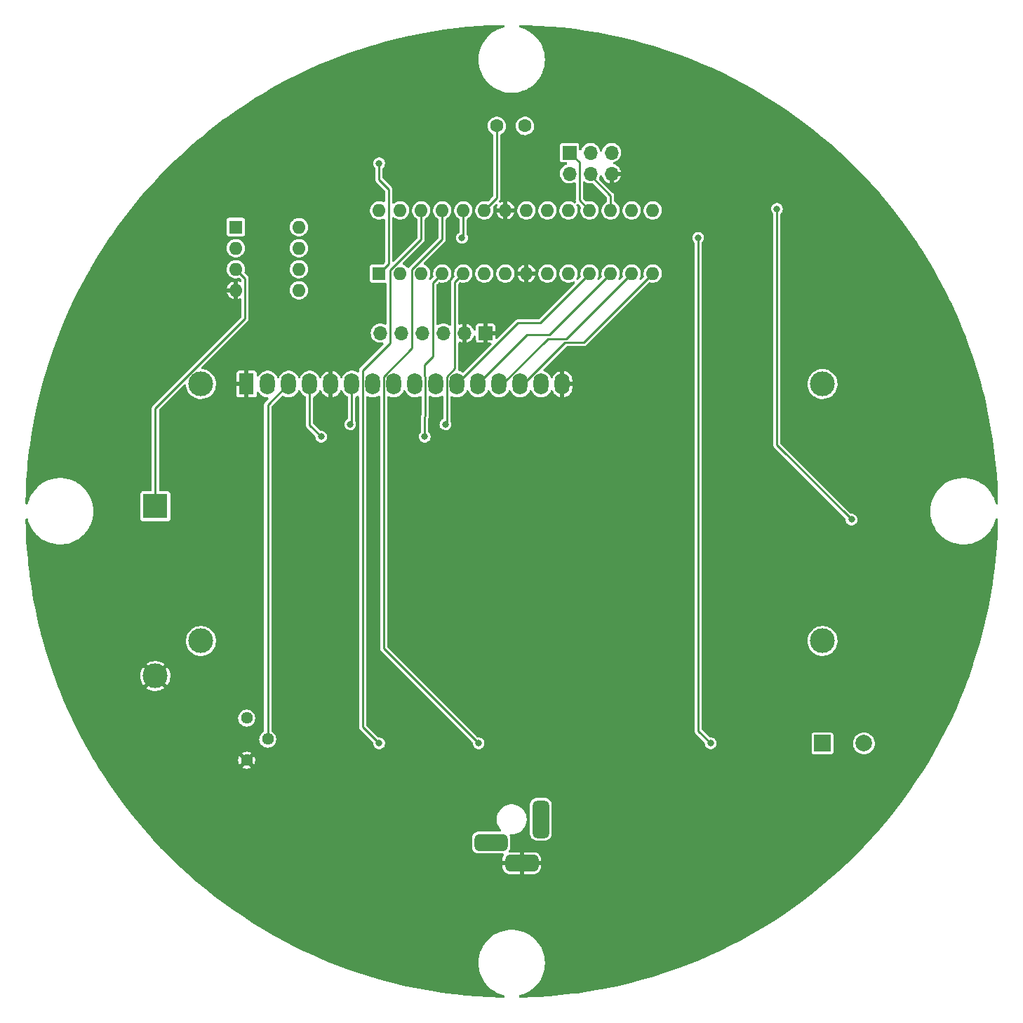
<source format=gbr>
%TF.GenerationSoftware,KiCad,Pcbnew,(6.0.5)*%
%TF.CreationDate,2022-07-26T12:17:50-04:00*%
%TF.ProjectId,Clock_design,436c6f63-6b5f-4646-9573-69676e2e6b69,rev?*%
%TF.SameCoordinates,PX56c8cc0PY97a25c0*%
%TF.FileFunction,Copper,L2,Bot*%
%TF.FilePolarity,Positive*%
%FSLAX46Y46*%
G04 Gerber Fmt 4.6, Leading zero omitted, Abs format (unit mm)*
G04 Created by KiCad (PCBNEW (6.0.5)) date 2022-07-26 12:17:50*
%MOMM*%
%LPD*%
G01*
G04 APERTURE LIST*
G04 Aperture macros list*
%AMRoundRect*
0 Rectangle with rounded corners*
0 $1 Rounding radius*
0 $2 $3 $4 $5 $6 $7 $8 $9 X,Y pos of 4 corners*
0 Add a 4 corners polygon primitive as box body*
4,1,4,$2,$3,$4,$5,$6,$7,$8,$9,$2,$3,0*
0 Add four circle primitives for the rounded corners*
1,1,$1+$1,$2,$3*
1,1,$1+$1,$4,$5*
1,1,$1+$1,$6,$7*
1,1,$1+$1,$8,$9*
0 Add four rect primitives between the rounded corners*
20,1,$1+$1,$2,$3,$4,$5,0*
20,1,$1+$1,$4,$5,$6,$7,0*
20,1,$1+$1,$6,$7,$8,$9,0*
20,1,$1+$1,$8,$9,$2,$3,0*%
G04 Aperture macros list end*
%TA.AperFunction,ComponentPad*%
%ADD10R,1.600000X1.600000*%
%TD*%
%TA.AperFunction,ComponentPad*%
%ADD11O,1.600000X1.600000*%
%TD*%
%TA.AperFunction,ComponentPad*%
%ADD12C,1.600000*%
%TD*%
%TA.AperFunction,ComponentPad*%
%ADD13C,1.440000*%
%TD*%
%TA.AperFunction,ComponentPad*%
%ADD14R,2.000000X2.000000*%
%TD*%
%TA.AperFunction,ComponentPad*%
%ADD15C,2.000000*%
%TD*%
%TA.AperFunction,ComponentPad*%
%ADD16C,3.000000*%
%TD*%
%TA.AperFunction,ComponentPad*%
%ADD17R,1.800000X2.600000*%
%TD*%
%TA.AperFunction,ComponentPad*%
%ADD18O,1.800000X2.600000*%
%TD*%
%TA.AperFunction,ComponentPad*%
%ADD19RoundRect,0.500000X0.500000X-1.750000X0.500000X1.750000X-0.500000X1.750000X-0.500000X-1.750000X0*%
%TD*%
%TA.AperFunction,ComponentPad*%
%ADD20RoundRect,0.500000X1.500000X0.500000X-1.500000X0.500000X-1.500000X-0.500000X1.500000X-0.500000X0*%
%TD*%
%TA.AperFunction,ComponentPad*%
%ADD21R,1.700000X1.700000*%
%TD*%
%TA.AperFunction,ComponentPad*%
%ADD22O,1.700000X1.700000*%
%TD*%
%TA.AperFunction,ComponentPad*%
%ADD23R,3.000000X3.000000*%
%TD*%
%TA.AperFunction,ViaPad*%
%ADD24C,0.800000*%
%TD*%
%TA.AperFunction,Conductor*%
%ADD25C,0.250000*%
%TD*%
G04 APERTURE END LIST*
D10*
%TO.P,U2,1,X1*%
%TO.N,Net-(U2-Pad1)*%
X25700000Y93300000D03*
D11*
%TO.P,U2,2,X2*%
%TO.N,Net-(U2-Pad2)*%
X25700000Y90760000D03*
%TO.P,U2,3,VBAT*%
%TO.N,Net-(BT1-Pad1)*%
X25700000Y88220000D03*
%TO.P,U2,4,GND*%
%TO.N,GND*%
X25700000Y85680000D03*
%TO.P,U2,5,SDA*%
%TO.N,SDA*%
X33320000Y85680000D03*
%TO.P,U2,6,SCL*%
%TO.N,SCL*%
X33320000Y88220000D03*
%TO.P,U2,7,SQW/OUT*%
%TO.N,unconnected-(U2-Pad7)*%
X33320000Y90760000D03*
%TO.P,U2,8,VCC*%
%TO.N,VCC*%
X33320000Y93300000D03*
%TD*%
D12*
%TO.P,R6,1*%
%TO.N,VCC*%
X60600000Y105500000D03*
%TO.P,R6,2*%
%TO.N,LIGHT_SENSOR*%
X57200000Y105500000D03*
%TD*%
D13*
%TO.P,RV1,1,1*%
%TO.N,GND*%
X27015000Y28960000D03*
%TO.P,RV1,2,2*%
%TO.N,Net-(DS1-Pad3)*%
X29555000Y31500000D03*
%TO.P,RV1,3,3*%
%TO.N,VCC*%
X27015000Y34040000D03*
%TD*%
D14*
%TO.P,BZ1,1,-*%
%TO.N,VCC*%
X96500000Y31000000D03*
D15*
%TO.P,BZ1,2,+*%
%TO.N,Net-(BZ1-Pad2)*%
X101500000Y31000000D03*
%TD*%
D16*
%TO.P,DS1,*%
%TO.N,*%
X96500000Y74357500D03*
X96499480Y43356800D03*
X21500900Y43356800D03*
X21500900Y74357500D03*
D17*
%TO.P,DS1,1,VSS*%
%TO.N,GND*%
X27000000Y74357500D03*
D18*
%TO.P,DS1,2,VDD*%
%TO.N,VCC*%
X29540000Y74357500D03*
%TO.P,DS1,3,VO*%
%TO.N,Net-(DS1-Pad3)*%
X32080000Y74357500D03*
%TO.P,DS1,4,RS*%
%TO.N,RS*%
X34620000Y74357500D03*
%TO.P,DS1,5,R/W*%
%TO.N,GND*%
X37160000Y74357500D03*
%TO.P,DS1,6,E*%
%TO.N,E*%
X39700000Y74357500D03*
%TO.P,DS1,7,D0*%
%TO.N,unconnected-(DS1-Pad7)*%
X42240000Y74357500D03*
%TO.P,DS1,8,D1*%
%TO.N,unconnected-(DS1-Pad8)*%
X44780000Y74357500D03*
%TO.P,DS1,9,D2*%
%TO.N,unconnected-(DS1-Pad9)*%
X47320000Y74357500D03*
%TO.P,DS1,10,D3*%
%TO.N,unconnected-(DS1-Pad10)*%
X49860000Y74357500D03*
%TO.P,DS1,11,D4*%
%TO.N,D4*%
X52400000Y74357500D03*
%TO.P,DS1,12,D5*%
%TO.N,D5*%
X54940000Y74357500D03*
%TO.P,DS1,13,D6*%
%TO.N,D6*%
X57480000Y74357500D03*
%TO.P,DS1,14,D7*%
%TO.N,D7*%
X60020000Y74357500D03*
%TO.P,DS1,15,LED(+)*%
%TO.N,VCC*%
X62560000Y74357500D03*
%TO.P,DS1,16,LED(-)*%
%TO.N,GND*%
X65100000Y74357500D03*
%TD*%
D10*
%TO.P,U1,1,~{RESET}/PC6*%
%TO.N,RESET*%
X43000000Y87700000D03*
D11*
%TO.P,U1,2,RXD/PD0*%
%TO.N,RXD*%
X45540000Y87700000D03*
%TO.P,U1,3,TXD/PD1*%
%TO.N,TXD*%
X48080000Y87700000D03*
%TO.P,U1,4,INT0/PD2*%
%TO.N,RS*%
X50620000Y87700000D03*
%TO.P,U1,5,INT1/PD3*%
%TO.N,E*%
X53160000Y87700000D03*
%TO.P,U1,6,PD4*%
%TO.N,unconnected-(U1-Pad6)*%
X55700000Y87700000D03*
%TO.P,U1,7,VCC*%
%TO.N,VCC*%
X58240000Y87700000D03*
%TO.P,U1,8,GND*%
%TO.N,GND*%
X60780000Y87700000D03*
%TO.P,U1,9,XTAL1/PB6*%
%TO.N,Net-(C3-Pad1)*%
X63320000Y87700000D03*
%TO.P,U1,10,XTAL2/PB7*%
%TO.N,Net-(C4-Pad1)*%
X65860000Y87700000D03*
%TO.P,U1,11,OC0B/PD5*%
%TO.N,D4*%
X68400000Y87700000D03*
%TO.P,U1,12,OC0A/PD6*%
%TO.N,D5*%
X70940000Y87700000D03*
%TO.P,U1,13,PD7*%
%TO.N,D6*%
X73480000Y87700000D03*
%TO.P,U1,14,PB0*%
%TO.N,D7*%
X76020000Y87700000D03*
%TO.P,U1,15,OC1A/PB1*%
%TO.N,BUZZER*%
X76020000Y95320000D03*
%TO.P,U1,16,OC1B/PB2*%
%TO.N,unconnected-(U1-Pad16)*%
X73480000Y95320000D03*
%TO.P,U1,17,MOSI/PB3*%
%TO.N,MOSI*%
X70940000Y95320000D03*
%TO.P,U1,18,MISO/PB4*%
%TO.N,MISO*%
X68400000Y95320000D03*
%TO.P,U1,19,SCK/PB5*%
%TO.N,LED_SCK*%
X65860000Y95320000D03*
%TO.P,U1,20,AVCC*%
%TO.N,VCC*%
X63320000Y95320000D03*
%TO.P,U1,21,AREF*%
%TO.N,Net-(C1-Pad1)*%
X60780000Y95320000D03*
%TO.P,U1,22,GND*%
%TO.N,GND*%
X58240000Y95320000D03*
%TO.P,U1,23,ADC0/PC0*%
%TO.N,LIGHT_SENSOR*%
X55700000Y95320000D03*
%TO.P,U1,24,ADC1/PC1*%
%TO.N,BUTTON_SEL*%
X53160000Y95320000D03*
%TO.P,U1,25,ADC2/PC2*%
%TO.N,BUTTON_DWN*%
X50620000Y95320000D03*
%TO.P,U1,26,ADC3/PC3*%
%TO.N,BUTTON_UP*%
X48080000Y95320000D03*
%TO.P,U1,27,SDA/PC4*%
%TO.N,SDA*%
X45540000Y95320000D03*
%TO.P,U1,28,SCL/PC5*%
%TO.N,SCL*%
X43000000Y95320000D03*
%TD*%
D19*
%TO.P,J2,1,POLE*%
%TO.N,Net-(C5-Pad1)*%
X62500000Y21840000D03*
D20*
%TO.P,J2,2,OUT*%
%TO.N,GND*%
X60200000Y16540000D03*
%TO.P,J2,3,OUT*%
%TO.N,unconnected-(J2-Pad3)*%
X56500000Y19040000D03*
%TD*%
D21*
%TO.P,J1,1,Pin_1*%
%TO.N,MISO*%
X65975000Y102275000D03*
D22*
%TO.P,J1,2,Pin_2*%
%TO.N,VCC*%
X65975000Y99735000D03*
%TO.P,J1,3,Pin_3*%
%TO.N,LED_SCK*%
X68515000Y102275000D03*
%TO.P,J1,4,Pin_4*%
%TO.N,MOSI*%
X68515000Y99735000D03*
%TO.P,J1,5,Pin_5*%
%TO.N,RESET*%
X71055000Y102275000D03*
%TO.P,J1,6,Pin_6*%
%TO.N,GND*%
X71055000Y99735000D03*
%TD*%
D21*
%TO.P,J3,1,Pin_1*%
%TO.N,GND*%
X55850000Y80500000D03*
D22*
%TO.P,J3,2,Pin_2*%
X53310000Y80500000D03*
%TO.P,J3,3,Pin_3*%
%TO.N,unconnected-(J3-Pad3)*%
X50770000Y80500000D03*
%TO.P,J3,4,Pin_4*%
%TO.N,Net-(J3-Pad4)*%
X48230000Y80500000D03*
%TO.P,J3,5,Pin_5*%
%TO.N,Net-(J3-Pad5)*%
X45690000Y80500000D03*
%TO.P,J3,6,Pin_6*%
%TO.N,Net-(C7-Pad2)*%
X43150000Y80500000D03*
%TD*%
D23*
%TO.P,BT1,1,+*%
%TO.N,Net-(BT1-Pad1)*%
X16000017Y59613686D03*
D16*
%TO.P,BT1,2,-*%
%TO.N,GND*%
X16000017Y39123686D03*
%TD*%
D24*
%TO.N,GND*%
X55000000Y35500000D03*
X75500000Y100500000D03*
X67000000Y11000000D03*
X51000000Y102500000D03*
X75000000Y35500000D03*
X83000000Y35500000D03*
X76500000Y77000000D03*
X68000000Y77500000D03*
X75500000Y23500000D03*
X55500000Y97000000D03*
X43000000Y102500000D03*
X35000000Y35500000D03*
X61000000Y100500000D03*
X77500000Y23500000D03*
X100500000Y46500000D03*
X43000000Y35500000D03*
X63000000Y35500000D03*
X62000000Y84500000D03*
X78825000Y22325000D03*
%TO.N,RESET*%
X43000000Y101000000D03*
%TO.N,BUZZER*%
X91000000Y95500000D03*
X100000000Y58000000D03*
%TO.N,BUTTON_DWN*%
X55000000Y31000000D03*
%TO.N,BUTTON_SEL*%
X53000000Y92000000D03*
X81500000Y92000000D03*
X83000000Y31000000D03*
%TO.N,BUTTON_UP*%
X43000000Y31000000D03*
%TO.N,RS*%
X48500000Y68000000D03*
X36000000Y68000000D03*
%TO.N,E*%
X51000000Y69500000D03*
X39500000Y69500000D03*
%TD*%
D25*
%TO.N,Net-(BT1-Pad1)*%
X26824511Y87095489D02*
X25700000Y88220000D01*
X16000017Y71436866D02*
X26824511Y82261360D01*
X26824511Y82261360D02*
X26824511Y87095489D01*
X16000017Y59613686D02*
X16000017Y71436866D01*
%TO.N,RESET*%
X44124511Y97875489D02*
X43000000Y99000000D01*
X43000000Y99000000D02*
X43000000Y101000000D01*
X44124511Y88824511D02*
X44124511Y97875489D01*
X43000000Y87700000D02*
X44124511Y88824511D01*
%TO.N,Net-(DS1-Pad3)*%
X29555000Y71832500D02*
X32080000Y74357500D01*
X29555000Y31500000D02*
X29555000Y71832500D01*
%TO.N,MISO*%
X65975000Y102275000D02*
X67149511Y101100489D01*
X67149511Y101100489D02*
X67149511Y96570489D01*
X67149511Y96570489D02*
X68400000Y95320000D01*
%TO.N,MOSI*%
X68500000Y99500000D02*
X70940000Y97060000D01*
X70940000Y97060000D02*
X70940000Y95320000D01*
%TO.N,BUZZER*%
X91000000Y95500000D02*
X91000000Y67000000D01*
X91000000Y67000000D02*
X100000000Y58000000D01*
%TO.N,LIGHT_SENSOR*%
X57200000Y96820000D02*
X55700000Y95320000D01*
X57200000Y105500000D02*
X57200000Y96820000D01*
%TO.N,BUTTON_DWN*%
X50620000Y91830300D02*
X46955489Y88165789D01*
X43555480Y42444520D02*
X55000000Y31000000D01*
X50620000Y95320000D02*
X50620000Y91830300D01*
X43555480Y75264712D02*
X43555480Y42444520D01*
X46955489Y88165789D02*
X46955489Y78664721D01*
X46955489Y78664721D02*
X43555480Y75264712D01*
%TO.N,BUTTON_SEL*%
X81500000Y92000000D02*
X81500000Y32500000D01*
X81500000Y32500000D02*
X83000000Y31000000D01*
X53000000Y92000000D02*
X53160000Y92160000D01*
X53160000Y92160000D02*
X53160000Y95320000D01*
%TO.N,BUTTON_UP*%
X44324511Y88074811D02*
X44324511Y79324511D01*
X48080000Y91830300D02*
X44324511Y88074811D01*
X48080000Y95320000D02*
X48080000Y91830300D01*
X41000000Y33000000D02*
X43000000Y31000000D01*
X44324511Y79324511D02*
X41000000Y76000000D01*
X41000000Y76000000D02*
X41000000Y33000000D01*
%TO.N,RS*%
X48500000Y75309232D02*
X48500000Y76669040D01*
X48544520Y75264712D02*
X48500000Y75309232D01*
X48500000Y68000000D02*
X48500000Y70410960D01*
X36000000Y68000000D02*
X34620000Y69380000D01*
X34620000Y69380000D02*
X34620000Y74357500D01*
X48500000Y76669040D02*
X49500000Y77669040D01*
X49500000Y86580000D02*
X50620000Y87700000D01*
X49500000Y77669040D02*
X49500000Y86580000D01*
X48544520Y70455480D02*
X48544520Y75264712D01*
X48500000Y70410960D02*
X48544520Y70455480D01*
%TO.N,E*%
X39500000Y69500000D02*
X39700000Y69700000D01*
X39700000Y69700000D02*
X39700000Y74357500D01*
X53160000Y87700000D02*
X52135489Y86675489D01*
X51175480Y75264712D02*
X51175480Y69675480D01*
X51175480Y69675480D02*
X51000000Y69500000D01*
X52135489Y76224721D02*
X51175480Y75264712D01*
X52135489Y86675489D02*
X52135489Y76224721D01*
%TO.N,D4*%
X52400000Y74357500D02*
X59767011Y81724511D01*
X59767011Y81724511D02*
X62424511Y81724511D01*
X62424511Y81724511D02*
X68400000Y87700000D01*
%TO.N,D5*%
X54940000Y74357500D02*
X60857989Y80275489D01*
X63515489Y80275489D02*
X70940000Y87700000D01*
X60857989Y80275489D02*
X63515489Y80275489D01*
%TO.N,D6*%
X65605969Y79825969D02*
X73480000Y87700000D01*
X57888268Y74357500D02*
X63356737Y79825969D01*
X63356737Y79825969D02*
X65605969Y79825969D01*
%TO.N,D7*%
X67696449Y79376449D02*
X76020000Y87700000D01*
X60428268Y74357500D02*
X65447217Y79376449D01*
X65447217Y79376449D02*
X67696449Y79376449D01*
%TD*%
%TA.AperFunction,Conductor*%
%TO.N,GND*%
G36*
X58082475Y117666034D02*
G01*
X58138179Y117610907D01*
X58158857Y117535313D01*
X58138968Y117459509D01*
X58083841Y117403805D01*
X58037642Y117386164D01*
X58028040Y117384211D01*
X58007721Y117380077D01*
X58007717Y117380076D01*
X58003962Y117379312D01*
X57617032Y117258797D01*
X57244262Y117099797D01*
X57240898Y117097940D01*
X56892826Y116905794D01*
X56892822Y116905791D01*
X56889468Y116903940D01*
X56556283Y116673232D01*
X56248118Y116410034D01*
X56245465Y116407258D01*
X56245461Y116407254D01*
X56037773Y116189921D01*
X55968128Y116117042D01*
X55965782Y116114029D01*
X55965779Y116114025D01*
X55931068Y116069436D01*
X55719181Y115797255D01*
X55503824Y115453947D01*
X55502127Y115450513D01*
X55502124Y115450508D01*
X55497786Y115441731D01*
X55324263Y115090633D01*
X55322921Y115087043D01*
X55322919Y115087039D01*
X55183681Y114714629D01*
X55182337Y114711034D01*
X55079498Y114319036D01*
X55016800Y113918651D01*
X55016592Y113914820D01*
X55016592Y113914815D01*
X55009170Y113777770D01*
X54994883Y113513981D01*
X55013974Y113109167D01*
X55014538Y113105393D01*
X55014539Y113105383D01*
X55073309Y112712147D01*
X55073876Y112708354D01*
X55074821Y112704645D01*
X55074823Y112704637D01*
X55085290Y112663573D01*
X55173975Y112315648D01*
X55175293Y112312047D01*
X55311933Y111938659D01*
X55311937Y111938650D01*
X55313248Y111935067D01*
X55314917Y111931631D01*
X55314919Y111931625D01*
X55395089Y111766522D01*
X55490268Y111570509D01*
X55703223Y111225706D01*
X55705553Y111222670D01*
X55705554Y111222668D01*
X55729618Y111191307D01*
X55949932Y110904188D01*
X55952556Y110901403D01*
X55952559Y110901400D01*
X56088900Y110756719D01*
X56227869Y110609249D01*
X56534189Y110343906D01*
X56865755Y110110877D01*
X57219173Y109912548D01*
X57590825Y109750950D01*
X57976904Y109627736D01*
X58373458Y109544169D01*
X58377256Y109543763D01*
X58377263Y109543762D01*
X58657598Y109513803D01*
X58776427Y109501104D01*
X59000173Y109499932D01*
X59177857Y109499002D01*
X59177858Y109499002D01*
X59181685Y109498982D01*
X59321355Y109512431D01*
X59581262Y109537457D01*
X59581264Y109537457D01*
X59585083Y109537825D01*
X59588839Y109538576D01*
X59588849Y109538577D01*
X59978739Y109616485D01*
X59978744Y109616486D01*
X59982491Y109617235D01*
X60175919Y109676741D01*
X60366170Y109735270D01*
X60366175Y109735272D01*
X60369839Y109736399D01*
X60743162Y109894096D01*
X60746516Y109895932D01*
X61095284Y110086878D01*
X61095288Y110086881D01*
X61098637Y110088714D01*
X61134095Y110113083D01*
X61429467Y110316086D01*
X61432626Y110318257D01*
X61435547Y110320734D01*
X61435552Y110320738D01*
X61738788Y110577902D01*
X61741708Y110580378D01*
X62022718Y110872391D01*
X62134202Y111014571D01*
X62270422Y111188298D01*
X62270425Y111188303D01*
X62272781Y111191307D01*
X62340348Y111298187D01*
X62487284Y111530617D01*
X62487290Y111530628D01*
X62489334Y111533861D01*
X62554777Y111665118D01*
X62668448Y111893108D01*
X62668449Y111893110D01*
X62670162Y111896546D01*
X62813412Y112275647D01*
X62917619Y112667284D01*
X62923602Y112704637D01*
X62981108Y113063655D01*
X62981109Y113063662D01*
X62981715Y113067447D01*
X62983484Y113098116D01*
X63004926Y113470010D01*
X63005043Y113472039D01*
X63005141Y113500000D01*
X62984638Y113904745D01*
X62923337Y114305345D01*
X62821867Y114697701D01*
X62681267Y115077793D01*
X62502975Y115441731D01*
X62368456Y115657844D01*
X62290839Y115782542D01*
X62290834Y115782549D01*
X62288818Y115785788D01*
X62279956Y115797255D01*
X62043333Y116103409D01*
X62040989Y116106442D01*
X61961771Y116189921D01*
X61867417Y116289349D01*
X61762024Y116400410D01*
X61454779Y116664682D01*
X61122401Y116896552D01*
X60768293Y117093646D01*
X60758323Y117097940D01*
X60507274Y117206059D01*
X60396080Y117253947D01*
X60392431Y117255098D01*
X60392427Y117255099D01*
X60013234Y117374658D01*
X60013228Y117374659D01*
X60009573Y117375812D01*
X60005818Y117376590D01*
X60005805Y117376593D01*
X59979398Y117382061D01*
X59909384Y117417274D01*
X59866356Y117482776D01*
X59861845Y117561016D01*
X59897058Y117631030D01*
X59962560Y117674058D01*
X60013005Y117681687D01*
X60259053Y117676963D01*
X60841814Y117665773D01*
X60845458Y117665659D01*
X62274609Y117603260D01*
X62278284Y117603054D01*
X63705405Y117505763D01*
X63709037Y117505471D01*
X65133464Y117373331D01*
X65137091Y117372950D01*
X66557792Y117206056D01*
X66561409Y117205586D01*
X67977660Y117004024D01*
X67981251Y117003468D01*
X69184244Y116802156D01*
X69392107Y116767372D01*
X69395748Y116766717D01*
X70800395Y116496224D01*
X70804019Y116495480D01*
X72201626Y116190753D01*
X72205230Y116189921D01*
X73179153Y115952504D01*
X73594996Y115851132D01*
X73598552Y115850219D01*
X74979667Y115477566D01*
X74983181Y115476570D01*
X76341621Y115074183D01*
X76354723Y115070302D01*
X76358249Y115069211D01*
X76607379Y114988744D01*
X77719464Y114629549D01*
X77722970Y114628369D01*
X79073018Y114155589D01*
X79076494Y114154324D01*
X79736988Y113904745D01*
X80414645Y113648680D01*
X80418026Y113647355D01*
X81387503Y113253691D01*
X81743367Y113109189D01*
X81746778Y113107756D01*
X83058635Y112537345D01*
X83062001Y112535832D01*
X83614511Y112279365D01*
X84359454Y111933574D01*
X84362790Y111931976D01*
X85645165Y111298187D01*
X85648461Y111296508D01*
X86915000Y110631559D01*
X86918254Y110629799D01*
X88168110Y109934139D01*
X88171320Y109932301D01*
X89403852Y109206284D01*
X89407017Y109204367D01*
X90621427Y108448464D01*
X90624535Y108446476D01*
X91820113Y107661128D01*
X91823142Y107659086D01*
X92321881Y107313742D01*
X92999224Y106844727D01*
X93002239Y106842584D01*
X94158019Y105999775D01*
X94160981Y105997559D01*
X94299695Y105891120D01*
X95295852Y105126742D01*
X95298693Y105124507D01*
X95806093Y104715087D01*
X96411977Y104226200D01*
X96414827Y104223842D01*
X97505776Y103298649D01*
X97508568Y103296222D01*
X98576580Y102344659D01*
X98579303Y102342173D01*
X99262709Y101702653D01*
X99623797Y101364753D01*
X99626467Y101362192D01*
X100646738Y100359575D01*
X100649344Y100356950D01*
X101644793Y99329725D01*
X101647335Y99327037D01*
X101700285Y99269656D01*
X102309883Y98609042D01*
X102617413Y98275775D01*
X102619874Y98273042D01*
X103390128Y97396280D01*
X103563973Y97198396D01*
X103566379Y97195590D01*
X104472484Y96111900D01*
X104483937Y96098202D01*
X104486261Y96095353D01*
X105369266Y94985265D01*
X105376766Y94975836D01*
X105379016Y94972935D01*
X105657219Y94605085D01*
X106241895Y93832004D01*
X106244090Y93829026D01*
X107078796Y92667409D01*
X107080918Y92664379D01*
X107425652Y92159018D01*
X107869787Y91507942D01*
X107887020Y91482679D01*
X107889055Y91479616D01*
X108097247Y91157801D01*
X108666043Y90278575D01*
X108668015Y90275444D01*
X109415424Y89055783D01*
X109417318Y89052606D01*
X109565186Y88797521D01*
X110114757Y87849463D01*
X110134707Y87815047D01*
X110136511Y87811845D01*
X110488378Y87169148D01*
X110823448Y86557129D01*
X110825185Y86553863D01*
X111481275Y85282712D01*
X111482931Y85279404D01*
X111618640Y84999923D01*
X111826194Y84572483D01*
X112107744Y83992653D01*
X112109319Y83989306D01*
X112702515Y82687655D01*
X112704008Y82684270D01*
X113265236Y81368490D01*
X113266617Y81365141D01*
X113596314Y80536648D01*
X113795551Y80035987D01*
X113796876Y80032533D01*
X113866177Y79845189D01*
X114293152Y78690927D01*
X114294365Y78687519D01*
X114757718Y77334178D01*
X114758865Y77330692D01*
X114946019Y76737114D01*
X115189029Y75966385D01*
X115190097Y75962848D01*
X115586793Y74588461D01*
X115587757Y74584962D01*
X115800885Y73772565D01*
X115950746Y73201328D01*
X115951641Y73197739D01*
X115997360Y73004334D01*
X116272934Y71838577D01*
X116280718Y71805647D01*
X116281520Y71802060D01*
X116407317Y71205109D01*
X116576484Y70402354D01*
X116577203Y70398727D01*
X116578128Y70393733D01*
X116837888Y68992190D01*
X116838517Y68988545D01*
X117064746Y67576154D01*
X117065287Y67572494D01*
X117256950Y66154923D01*
X117257401Y66151252D01*
X117414371Y64729437D01*
X117414732Y64725755D01*
X117467199Y64113760D01*
X117536916Y63300541D01*
X117537185Y63296879D01*
X117606300Y62166866D01*
X117624516Y61869040D01*
X117624696Y61865345D01*
X117677110Y60435913D01*
X117677201Y60432215D01*
X117682543Y59994978D01*
X117663185Y59919035D01*
X117608450Y59862946D01*
X117533004Y59841739D01*
X117457061Y59861097D01*
X117400972Y59915832D01*
X117384576Y59955221D01*
X117375531Y59990198D01*
X117321867Y60197701D01*
X117181267Y60577793D01*
X117002975Y60941731D01*
X116858508Y61173827D01*
X116790839Y61282542D01*
X116790834Y61282549D01*
X116788818Y61285788D01*
X116786214Y61289158D01*
X116543333Y61603409D01*
X116540989Y61606442D01*
X116262024Y61900410D01*
X115954779Y62164682D01*
X115622401Y62396552D01*
X115268293Y62593646D01*
X115258323Y62597940D01*
X115055079Y62685471D01*
X114896080Y62753947D01*
X114892431Y62755098D01*
X114892427Y62755099D01*
X114513234Y62874658D01*
X114513228Y62874659D01*
X114509573Y62875812D01*
X114505819Y62876589D01*
X114505809Y62876592D01*
X114116484Y62957217D01*
X114116476Y62957218D01*
X114112730Y62957994D01*
X114108925Y62958387D01*
X114108920Y62958388D01*
X113713416Y62999259D01*
X113709613Y62999652D01*
X113705799Y62999659D01*
X113705792Y62999659D01*
X113501109Y63000016D01*
X113304350Y63000359D01*
X113300535Y62999978D01*
X113300531Y62999978D01*
X113145612Y62984515D01*
X112901090Y62960109D01*
X112870233Y62953831D01*
X112507715Y62880076D01*
X112507707Y62880074D01*
X112503962Y62879312D01*
X112117032Y62758797D01*
X111744262Y62599797D01*
X111740898Y62597940D01*
X111392826Y62405794D01*
X111392822Y62405791D01*
X111389468Y62403940D01*
X111056283Y62173232D01*
X110748118Y61910034D01*
X110745465Y61907258D01*
X110745461Y61907254D01*
X110707207Y61867223D01*
X110468128Y61617042D01*
X110465782Y61614029D01*
X110465779Y61614025D01*
X110279957Y61375325D01*
X110219181Y61297255D01*
X110003824Y60953947D01*
X110002127Y60950513D01*
X110002124Y60950508D01*
X109997786Y60941731D01*
X109824263Y60590633D01*
X109822921Y60587043D01*
X109822919Y60587039D01*
X109765715Y60434039D01*
X109682337Y60211034D01*
X109579498Y59819036D01*
X109516800Y59418651D01*
X109516592Y59414820D01*
X109516592Y59414815D01*
X109509170Y59277770D01*
X109494883Y59013981D01*
X109513974Y58609167D01*
X109514538Y58605393D01*
X109514539Y58605383D01*
X109547422Y58385362D01*
X109573876Y58208354D01*
X109574821Y58204645D01*
X109574823Y58204637D01*
X109664697Y57852047D01*
X109673975Y57815648D01*
X109675965Y57810211D01*
X109811933Y57438659D01*
X109811937Y57438650D01*
X109813248Y57435067D01*
X109814917Y57431631D01*
X109814919Y57431625D01*
X109860821Y57337095D01*
X109990268Y57070509D01*
X110203223Y56725706D01*
X110205553Y56722670D01*
X110205554Y56722668D01*
X110229618Y56691307D01*
X110449932Y56404188D01*
X110452556Y56401403D01*
X110452559Y56401400D01*
X110588900Y56256719D01*
X110727869Y56109249D01*
X111034189Y55843906D01*
X111365755Y55610877D01*
X111719173Y55412548D01*
X112090825Y55250950D01*
X112476904Y55127736D01*
X112873458Y55044169D01*
X112877256Y55043763D01*
X112877263Y55043762D01*
X113157598Y55013803D01*
X113276427Y55001104D01*
X113500173Y54999932D01*
X113677857Y54999002D01*
X113677858Y54999002D01*
X113681685Y54998982D01*
X113821355Y55012431D01*
X114081262Y55037457D01*
X114081264Y55037457D01*
X114085083Y55037825D01*
X114088839Y55038576D01*
X114088849Y55038577D01*
X114478739Y55116485D01*
X114478744Y55116486D01*
X114482491Y55117235D01*
X114675919Y55176741D01*
X114866170Y55235270D01*
X114866175Y55235272D01*
X114869839Y55236399D01*
X115243162Y55394096D01*
X115246516Y55395932D01*
X115595284Y55586878D01*
X115595288Y55586881D01*
X115598637Y55588714D01*
X115634095Y55613083D01*
X115929467Y55816086D01*
X115932626Y55818257D01*
X115935547Y55820734D01*
X115935552Y55820738D01*
X116238788Y56077902D01*
X116241708Y56080378D01*
X116522718Y56372391D01*
X116772781Y56691307D01*
X116832158Y56785232D01*
X116987284Y57030617D01*
X116987290Y57030628D01*
X116989334Y57033861D01*
X117119758Y57295450D01*
X117168448Y57393108D01*
X117168449Y57393110D01*
X117170162Y57396546D01*
X117313412Y57775647D01*
X117373108Y58000000D01*
X117384166Y58041557D01*
X117423233Y58109496D01*
X117491035Y58148800D01*
X117569405Y58148936D01*
X117637344Y58109869D01*
X117676648Y58042067D01*
X117681856Y58000252D01*
X117675369Y57587315D01*
X117671845Y57363010D01*
X117671742Y57359312D01*
X117671118Y57343767D01*
X117620276Y56077902D01*
X117614335Y55929989D01*
X117614143Y55926329D01*
X117554311Y55001104D01*
X117521834Y54498881D01*
X117521553Y54495221D01*
X117480662Y54037042D01*
X117394389Y53070365D01*
X117394015Y53066685D01*
X117232083Y51645426D01*
X117231622Y51641780D01*
X117164191Y51155834D01*
X117035014Y50224909D01*
X117034461Y50221251D01*
X116803297Y48809612D01*
X116802655Y48805969D01*
X116537060Y47400345D01*
X116536330Y47396727D01*
X116450280Y46995339D01*
X116236493Y45998114D01*
X116235677Y45994520D01*
X116140244Y45597014D01*
X115901730Y44603532D01*
X115900822Y44599946D01*
X115795699Y44204865D01*
X115544837Y43262053D01*
X115533022Y43217650D01*
X115532034Y43214107D01*
X115144613Y41889230D01*
X115130537Y41841094D01*
X115129466Y41837592D01*
X114724211Y40567758D01*
X114694551Y40474822D01*
X114693387Y40471323D01*
X114225407Y39119878D01*
X114225318Y39119622D01*
X114224076Y39116174D01*
X113949807Y38382605D01*
X113723111Y37776279D01*
X113721773Y37772830D01*
X113188250Y36445651D01*
X113186829Y36442235D01*
X112621000Y35128394D01*
X112619495Y35125015D01*
X112021765Y33825458D01*
X112020178Y33822116D01*
X111390870Y32537538D01*
X111389202Y32534236D01*
X110728696Y31265416D01*
X110726948Y31262156D01*
X110463169Y30784321D01*
X110114711Y30153089D01*
X110035637Y30009847D01*
X110033843Y30006689D01*
X109312098Y28771569D01*
X109310212Y28768431D01*
X108558556Y27551397D01*
X108556574Y27548273D01*
X107775392Y26349942D01*
X107773334Y26346868D01*
X106963113Y25167989D01*
X106960980Y25164966D01*
X106122229Y24006277D01*
X106120024Y24003307D01*
X105253165Y22865391D01*
X105250890Y22862480D01*
X104992914Y22540474D01*
X104356513Y21746116D01*
X104354165Y21743258D01*
X103438427Y20655783D01*
X103432805Y20649107D01*
X103430400Y20646320D01*
X103197320Y20382871D01*
X102482519Y19574936D01*
X102480034Y19572196D01*
X101506313Y18524347D01*
X101503767Y18521674D01*
X100823782Y17824867D01*
X100504712Y17497904D01*
X100502096Y17495288D01*
X99478332Y16496238D01*
X99475653Y16493687D01*
X98427804Y15519966D01*
X98425064Y15517481D01*
X97353694Y14569612D01*
X97350893Y14567195D01*
X96256742Y13645835D01*
X96253884Y13643487D01*
X95137524Y12749113D01*
X95134609Y12746835D01*
X93996693Y11879976D01*
X93993723Y11877771D01*
X92835034Y11039020D01*
X92832011Y11036887D01*
X91653132Y10226666D01*
X91650068Y10224615D01*
X90866883Y9714063D01*
X90451727Y9443426D01*
X90448603Y9441444D01*
X89231569Y8689788D01*
X89228431Y8687902D01*
X87993311Y7966157D01*
X87990176Y7964376D01*
X87447281Y7664682D01*
X86737844Y7273052D01*
X86734584Y7271304D01*
X85465764Y6610798D01*
X85462462Y6609130D01*
X84177884Y5979822D01*
X84174542Y5978235D01*
X82874985Y5380505D01*
X82871606Y5379000D01*
X81557765Y4813171D01*
X81554349Y4811750D01*
X80227170Y4278227D01*
X80223725Y4276890D01*
X78883826Y3775924D01*
X78880409Y3774693D01*
X77528688Y3306617D01*
X77525188Y3305452D01*
X76162408Y2870534D01*
X76158941Y2869474D01*
X74785893Y2467966D01*
X74782371Y2466984D01*
X73887830Y2228965D01*
X73400054Y2099178D01*
X73396468Y2098270D01*
X72987249Y2000025D01*
X72005480Y1764323D01*
X72001900Y1763510D01*
X71136116Y1577902D01*
X70603281Y1463672D01*
X70599663Y1462942D01*
X70275741Y1401736D01*
X69194031Y1197345D01*
X69190388Y1196703D01*
X67778749Y965539D01*
X67775091Y964986D01*
X66909262Y844842D01*
X66358220Y768378D01*
X66354598Y767920D01*
X64933289Y605982D01*
X64929661Y605614D01*
X63504779Y478447D01*
X63501149Y478168D01*
X62073671Y385857D01*
X62070045Y385667D01*
X61185894Y350156D01*
X60640688Y328258D01*
X60636990Y328155D01*
X60168396Y320794D01*
X60018697Y318442D01*
X59942688Y337534D01*
X59886408Y392073D01*
X59864938Y467445D01*
X59884030Y543454D01*
X59938569Y599734D01*
X59979069Y616551D01*
X59982491Y617235D01*
X59986151Y618361D01*
X59986155Y618362D01*
X60366170Y735270D01*
X60366175Y735272D01*
X60369839Y736399D01*
X60743162Y894096D01*
X60763338Y905142D01*
X61095284Y1086878D01*
X61095288Y1086881D01*
X61098637Y1088714D01*
X61134095Y1113083D01*
X61429467Y1316086D01*
X61432626Y1318257D01*
X61435547Y1320734D01*
X61435552Y1320738D01*
X61738788Y1577902D01*
X61741708Y1580378D01*
X62022718Y1872391D01*
X62122796Y2000025D01*
X62270422Y2188298D01*
X62270425Y2188303D01*
X62272781Y2191307D01*
X62332158Y2285232D01*
X62487284Y2530617D01*
X62487290Y2530628D01*
X62489334Y2533861D01*
X62583078Y2721881D01*
X62668448Y2893108D01*
X62668449Y2893110D01*
X62670162Y2896546D01*
X62813412Y3275647D01*
X62917619Y3667284D01*
X62923602Y3704637D01*
X62981108Y4063655D01*
X62981109Y4063662D01*
X62981715Y4067447D01*
X62982805Y4086340D01*
X63004926Y4470010D01*
X63005043Y4472039D01*
X63005141Y4500000D01*
X62984638Y4904745D01*
X62923337Y5305345D01*
X62821867Y5697701D01*
X62681267Y6077793D01*
X62502975Y6441731D01*
X62393941Y6616900D01*
X62290839Y6782542D01*
X62290834Y6782549D01*
X62288818Y6785788D01*
X62279956Y6797255D01*
X62043333Y7103409D01*
X62040989Y7106442D01*
X61762024Y7400410D01*
X61454779Y7664682D01*
X61122401Y7896552D01*
X60768293Y8093646D01*
X60758323Y8097940D01*
X60611547Y8161152D01*
X60396080Y8253947D01*
X60392431Y8255098D01*
X60392427Y8255099D01*
X60013234Y8374658D01*
X60013228Y8374659D01*
X60009573Y8375812D01*
X60005819Y8376589D01*
X60005809Y8376592D01*
X59616484Y8457217D01*
X59616476Y8457218D01*
X59612730Y8457994D01*
X59608925Y8458387D01*
X59608920Y8458388D01*
X59213416Y8499259D01*
X59209613Y8499652D01*
X59205799Y8499659D01*
X59205792Y8499659D01*
X59001109Y8500016D01*
X58804350Y8500359D01*
X58800535Y8499978D01*
X58800531Y8499978D01*
X58645612Y8484515D01*
X58401090Y8460109D01*
X58370233Y8453831D01*
X58007715Y8380076D01*
X58007707Y8380074D01*
X58003962Y8379312D01*
X57617032Y8258797D01*
X57244262Y8099797D01*
X57240898Y8097940D01*
X56892826Y7905794D01*
X56892822Y7905791D01*
X56889468Y7903940D01*
X56556283Y7673232D01*
X56248118Y7410034D01*
X56245465Y7407258D01*
X56245461Y7407254D01*
X56117215Y7273052D01*
X55968128Y7117042D01*
X55719181Y6797255D01*
X55503824Y6453947D01*
X55502127Y6450513D01*
X55502124Y6450508D01*
X55489849Y6425671D01*
X55324263Y6090633D01*
X55322921Y6087043D01*
X55322919Y6087039D01*
X55282527Y5979006D01*
X55182337Y5711034D01*
X55079498Y5319036D01*
X55016800Y4918651D01*
X55016592Y4914820D01*
X55016592Y4914815D01*
X55011313Y4817347D01*
X54994883Y4513981D01*
X55013974Y4109167D01*
X55014538Y4105393D01*
X55014539Y4105383D01*
X55063776Y3775935D01*
X55073876Y3708354D01*
X55074821Y3704645D01*
X55074823Y3704637D01*
X55112911Y3555211D01*
X55173975Y3315648D01*
X55187253Y3279365D01*
X55311933Y2938659D01*
X55311937Y2938650D01*
X55313248Y2935067D01*
X55314917Y2931631D01*
X55314919Y2931625D01*
X55395089Y2766522D01*
X55490268Y2570509D01*
X55703223Y2225706D01*
X55705553Y2222670D01*
X55705554Y2222668D01*
X55729618Y2191307D01*
X55949932Y1904188D01*
X55952556Y1901403D01*
X55952559Y1901400D01*
X56081488Y1764584D01*
X56227869Y1609249D01*
X56534189Y1343906D01*
X56865755Y1110877D01*
X57219173Y912548D01*
X57590825Y750950D01*
X57976904Y627736D01*
X58034021Y615700D01*
X58103910Y580243D01*
X58146709Y514591D01*
X58150947Y436335D01*
X58115490Y366445D01*
X58049838Y323646D01*
X58001480Y316160D01*
X57772661Y318157D01*
X57768962Y318234D01*
X56339273Y365661D01*
X56335578Y365829D01*
X56146076Y376756D01*
X54907494Y448172D01*
X54903847Y448426D01*
X53478161Y565639D01*
X53474530Y565983D01*
X52297821Y691736D01*
X52052159Y717990D01*
X52048485Y718428D01*
X50630254Y905142D01*
X50626593Y905670D01*
X49213386Y1126972D01*
X49209738Y1127589D01*
X47802335Y1383358D01*
X47798704Y1384064D01*
X46398000Y1674136D01*
X46394387Y1674930D01*
X45958679Y1776322D01*
X45001136Y1999149D01*
X44997596Y2000019D01*
X43612648Y2358190D01*
X43609150Y2359140D01*
X42233383Y2751038D01*
X42229846Y2752093D01*
X40864109Y3177472D01*
X40860615Y3178607D01*
X39505639Y3637241D01*
X39502153Y3638469D01*
X38158825Y4130057D01*
X38155367Y4131371D01*
X36824459Y4655630D01*
X36821034Y4657028D01*
X35503315Y5213654D01*
X35499974Y5215113D01*
X34439374Y5693993D01*
X34196252Y5803767D01*
X34192899Y5805330D01*
X33592941Y6094070D01*
X32903895Y6425686D01*
X32900643Y6427301D01*
X31627215Y7078946D01*
X31623999Y7080641D01*
X30903576Y7471799D01*
X30366838Y7763225D01*
X30363609Y7765030D01*
X29123571Y8478083D01*
X29120387Y8479966D01*
X27898135Y9223106D01*
X27894998Y9225066D01*
X26691250Y9997859D01*
X26688161Y9999896D01*
X26180838Y10343379D01*
X25503635Y10801880D01*
X25500691Y10803926D01*
X24336095Y11634625D01*
X24333110Y11636810D01*
X23189197Y12495683D01*
X23186266Y12497940D01*
X22063683Y13384502D01*
X22060809Y13386830D01*
X20960232Y14300547D01*
X20957414Y14302945D01*
X19879449Y15243314D01*
X19876692Y15245779D01*
X19310440Y15764653D01*
X19103954Y15953863D01*
X57895201Y15953863D01*
X57895244Y15952367D01*
X57896921Y15940651D01*
X57934188Y15779234D01*
X57939776Y15763364D01*
X58010991Y15616049D01*
X58019956Y15601812D01*
X58122037Y15473938D01*
X58133938Y15462037D01*
X58261812Y15359956D01*
X58276049Y15350991D01*
X58423364Y15279776D01*
X58439234Y15274188D01*
X58600655Y15236920D01*
X58612362Y15235243D01*
X58613855Y15235200D01*
X59926067Y15235200D01*
X59941788Y15239412D01*
X59946000Y15255133D01*
X59946000Y15255134D01*
X60454000Y15255134D01*
X60458212Y15239413D01*
X60473933Y15235201D01*
X61786137Y15235201D01*
X61787633Y15235244D01*
X61799349Y15236921D01*
X61960766Y15274188D01*
X61976636Y15279776D01*
X62123951Y15350991D01*
X62138188Y15359956D01*
X62266062Y15462037D01*
X62277963Y15473938D01*
X62380044Y15601812D01*
X62389009Y15616049D01*
X62460224Y15763364D01*
X62465812Y15779234D01*
X62503080Y15940655D01*
X62504757Y15952362D01*
X62504800Y15953855D01*
X62504800Y16266067D01*
X62500588Y16281788D01*
X62484867Y16286000D01*
X60473933Y16286000D01*
X60458212Y16281788D01*
X60454000Y16266067D01*
X60454000Y15255134D01*
X59946000Y15255134D01*
X59946000Y16266067D01*
X59941788Y16281788D01*
X59926067Y16286000D01*
X57915134Y16286000D01*
X57899413Y16281788D01*
X57895201Y16266067D01*
X57895201Y15953863D01*
X19103954Y15953863D01*
X18822049Y16212181D01*
X18819372Y16214695D01*
X18749653Y16281788D01*
X18196672Y16813933D01*
X17788680Y17206553D01*
X17786046Y17209150D01*
X16913724Y18090654D01*
X16779863Y18225924D01*
X16777303Y18228575D01*
X16729726Y18279063D01*
X16567113Y18451624D01*
X54194700Y18451624D01*
X54194975Y18446855D01*
X54235616Y18270818D01*
X54314248Y18108159D01*
X54426963Y17966963D01*
X54433581Y17961680D01*
X54561543Y17859529D01*
X54561546Y17859527D01*
X54568159Y17854248D01*
X54730818Y17775616D01*
X54906855Y17734975D01*
X54911624Y17734700D01*
X57910142Y17734700D01*
X57985842Y17714416D01*
X58041258Y17659000D01*
X58061542Y17583300D01*
X58041258Y17507600D01*
X58028464Y17488844D01*
X58019953Y17478183D01*
X58010991Y17463951D01*
X57939776Y17316636D01*
X57934188Y17300766D01*
X57896920Y17139345D01*
X57895243Y17127638D01*
X57895200Y17126145D01*
X57895200Y16813933D01*
X57899412Y16798212D01*
X57915133Y16794000D01*
X59926067Y16794000D01*
X59941788Y16798212D01*
X59946000Y16813933D01*
X60454000Y16813933D01*
X60458212Y16798212D01*
X60473933Y16794000D01*
X62484866Y16794000D01*
X62500587Y16798212D01*
X62504799Y16813933D01*
X62504799Y17126137D01*
X62504756Y17127633D01*
X62503079Y17139349D01*
X62465812Y17300766D01*
X62460224Y17316636D01*
X62389009Y17463951D01*
X62380044Y17478188D01*
X62277963Y17606062D01*
X62266062Y17617963D01*
X62138188Y17720044D01*
X62123951Y17729009D01*
X61976636Y17800224D01*
X61960766Y17805812D01*
X61799345Y17843080D01*
X61787638Y17844757D01*
X61786145Y17844800D01*
X60473933Y17844800D01*
X60458212Y17840588D01*
X60454000Y17824867D01*
X60454000Y16813933D01*
X59946000Y16813933D01*
X59946000Y17824866D01*
X59941788Y17840587D01*
X59926067Y17844799D01*
X58790100Y17844799D01*
X58714400Y17865083D01*
X58658984Y17920499D01*
X58638700Y17996199D01*
X58658984Y18071899D01*
X58671778Y18090654D01*
X58680471Y18101543D01*
X58680473Y18101546D01*
X58685752Y18108159D01*
X58764384Y18270818D01*
X58805025Y18446855D01*
X58805300Y18451624D01*
X58805300Y19628376D01*
X58805025Y19633145D01*
X58764384Y19809182D01*
X58760698Y19816807D01*
X58757926Y19822543D01*
X58743243Y19899525D01*
X58769019Y19973536D01*
X58801562Y20001624D01*
X61194700Y20001624D01*
X61194975Y19996855D01*
X61235616Y19820818D01*
X61314248Y19658159D01*
X61319527Y19651546D01*
X61319529Y19651543D01*
X61380684Y19574936D01*
X61426963Y19516963D01*
X61433581Y19511680D01*
X61561543Y19409529D01*
X61561546Y19409527D01*
X61568159Y19404248D01*
X61730818Y19325616D01*
X61906855Y19284975D01*
X61911624Y19284700D01*
X63088376Y19284700D01*
X63093145Y19284975D01*
X63269182Y19325616D01*
X63431841Y19404248D01*
X63438454Y19409527D01*
X63438457Y19409529D01*
X63566419Y19511680D01*
X63573037Y19516963D01*
X63619316Y19574936D01*
X63680471Y19651543D01*
X63680473Y19651546D01*
X63685752Y19658159D01*
X63764384Y19820818D01*
X63805025Y19996855D01*
X63805300Y20001624D01*
X63805300Y23678376D01*
X63805025Y23683145D01*
X63764384Y23859182D01*
X63685752Y24021841D01*
X63573037Y24163037D01*
X63550540Y24180996D01*
X63438457Y24270471D01*
X63438454Y24270473D01*
X63431841Y24275752D01*
X63269182Y24354384D01*
X63093145Y24395025D01*
X63088376Y24395300D01*
X61911624Y24395300D01*
X61906855Y24395025D01*
X61730818Y24354384D01*
X61568159Y24275752D01*
X61561546Y24270473D01*
X61561543Y24270471D01*
X61449460Y24180996D01*
X61426963Y24163037D01*
X61314248Y24021841D01*
X61235616Y23859182D01*
X61194975Y23683145D01*
X61194700Y23678376D01*
X61194700Y20001624D01*
X58801562Y20001624D01*
X58828347Y20024742D01*
X58910718Y20038932D01*
X58937005Y20036053D01*
X59049663Y20040479D01*
X59198719Y20046335D01*
X59198723Y20046335D01*
X59204337Y20046556D01*
X59209854Y20047603D01*
X59209859Y20047604D01*
X59461663Y20095410D01*
X59461668Y20095411D01*
X59467181Y20096458D01*
X59719761Y20184663D01*
X59956529Y20309233D01*
X60172284Y20467431D01*
X60362286Y20655783D01*
X60365642Y20660277D01*
X60365647Y20660283D01*
X60519002Y20865651D01*
X60522361Y20870149D01*
X60583442Y20983826D01*
X60646336Y21100877D01*
X60646338Y21100882D01*
X60648992Y21105821D01*
X60650889Y21111104D01*
X60737502Y21352340D01*
X60737503Y21352345D01*
X60739398Y21357622D01*
X60753587Y21428953D01*
X60790498Y21614518D01*
X60790499Y21614523D01*
X60791592Y21620020D01*
X60797803Y21749323D01*
X60804159Y21881643D01*
X60804159Y21881648D01*
X60804428Y21887251D01*
X60777624Y22153443D01*
X60711769Y22412750D01*
X60608309Y22659474D01*
X60469517Y22888196D01*
X60298442Y23093891D01*
X60294253Y23097630D01*
X60294249Y23097634D01*
X60103035Y23268299D01*
X60103031Y23268302D01*
X60098843Y23272040D01*
X59986973Y23345385D01*
X59879802Y23415650D01*
X59879801Y23415651D01*
X59875104Y23418730D01*
X59632141Y23530737D01*
X59626763Y23532305D01*
X59626759Y23532306D01*
X59380677Y23604032D01*
X59380675Y23604032D01*
X59375290Y23605602D01*
X59326148Y23612290D01*
X59115768Y23640922D01*
X59115762Y23640922D01*
X59110195Y23641680D01*
X58978551Y23639957D01*
X58848302Y23638252D01*
X58848297Y23638252D01*
X58842680Y23638178D01*
X58578620Y23595173D01*
X58323817Y23513610D01*
X58318788Y23511130D01*
X58318783Y23511128D01*
X58136190Y23421083D01*
X58083869Y23395281D01*
X58079257Y23392082D01*
X58079256Y23392081D01*
X57910658Y23275120D01*
X57864047Y23242785D01*
X57859959Y23238940D01*
X57859956Y23238937D01*
X57673270Y23063320D01*
X57673267Y23063316D01*
X57669180Y23059472D01*
X57503548Y22849369D01*
X57370791Y22617093D01*
X57368753Y22611852D01*
X57289211Y22407309D01*
X57273825Y22367745D01*
X57272586Y22362268D01*
X57225334Y22153443D01*
X57214780Y22106803D01*
X57194953Y21840000D01*
X57197427Y21745531D01*
X57231190Y21480132D01*
X57303811Y21222638D01*
X57413694Y20978706D01*
X57558425Y20753696D01*
X57562128Y20749474D01*
X57696260Y20596525D01*
X57730922Y20526237D01*
X57725796Y20448034D01*
X57682256Y20382871D01*
X57611968Y20348209D01*
X57582431Y20345300D01*
X54911624Y20345300D01*
X54906855Y20345025D01*
X54730818Y20304384D01*
X54568159Y20225752D01*
X54561546Y20220473D01*
X54561543Y20220471D01*
X54514365Y20182809D01*
X54426963Y20113037D01*
X54421680Y20106419D01*
X54338561Y20002297D01*
X54314248Y19971841D01*
X54235616Y19809182D01*
X54194975Y19633145D01*
X54194700Y19628376D01*
X54194700Y18451624D01*
X16567113Y18451624D01*
X15796260Y19269633D01*
X15793768Y19272343D01*
X15747677Y19323713D01*
X15440758Y19665780D01*
X14838444Y20337071D01*
X14836008Y20339854D01*
X14831592Y20345025D01*
X13906989Y21427594D01*
X13904665Y21430385D01*
X13002492Y22540509D01*
X13000249Y22543339D01*
X12125455Y23675190D01*
X12123275Y23678082D01*
X11276380Y24830990D01*
X11274227Y24833998D01*
X10455801Y26007184D01*
X10453722Y26010244D01*
X9664223Y27203046D01*
X9662219Y27206155D01*
X9115256Y28078089D01*
X26498257Y28078089D01*
X26501028Y28073290D01*
X26501427Y28072987D01*
X26596269Y28019982D01*
X26609782Y28014078D01*
X26786833Y27956551D01*
X26801225Y27953386D01*
X26986080Y27931344D01*
X27000818Y27931035D01*
X27186435Y27945317D01*
X27200946Y27947876D01*
X27380258Y27997941D01*
X27393995Y28003269D01*
X27521389Y28067621D01*
X27533522Y28078470D01*
X27532727Y28082274D01*
X27530661Y28085129D01*
X27029096Y28586694D01*
X27015000Y28594832D01*
X27000904Y28586694D01*
X26506395Y28092185D01*
X26498257Y28078089D01*
X9115256Y28078089D01*
X8902082Y28417918D01*
X8900154Y28421076D01*
X8576008Y28967000D01*
X25985961Y28967000D01*
X26001538Y28781491D01*
X26004200Y28766987D01*
X26055512Y28588042D01*
X26060941Y28574329D01*
X26122838Y28453892D01*
X26133772Y28441833D01*
X26137844Y28442714D01*
X26140280Y28444490D01*
X26641694Y28945904D01*
X26649832Y28960000D01*
X27380168Y28960000D01*
X27388306Y28945904D01*
X27882700Y28451510D01*
X27896796Y28443372D01*
X27901832Y28446279D01*
X27952073Y28534717D01*
X27958070Y28548187D01*
X28016831Y28724830D01*
X28020097Y28739207D01*
X28043828Y28927055D01*
X28044417Y28935473D01*
X28044700Y28955768D01*
X28044346Y28964214D01*
X28025870Y29152640D01*
X28023005Y29167109D01*
X27969200Y29345322D01*
X27963585Y29358947D01*
X27906838Y29465671D01*
X27895738Y29477574D01*
X27891144Y29476513D01*
X27889526Y29475316D01*
X27388306Y28974096D01*
X27380168Y28960000D01*
X26649832Y28960000D01*
X26641694Y28974096D01*
X26147033Y29468757D01*
X26132937Y29476895D01*
X26128374Y29474261D01*
X26127774Y29473462D01*
X26072078Y29372152D01*
X26066273Y29358607D01*
X26009983Y29181159D01*
X26006918Y29166737D01*
X25986167Y28981738D01*
X25985961Y28967000D01*
X8576008Y28967000D01*
X8448850Y29181159D01*
X8169820Y29651099D01*
X8167979Y29654289D01*
X8148100Y29689714D01*
X8063222Y29840965D01*
X26497149Y29840965D01*
X26498117Y29836631D01*
X26499607Y29834603D01*
X27000904Y29333306D01*
X27015000Y29325168D01*
X27029096Y29333306D01*
X27523947Y29828157D01*
X27532085Y29842253D01*
X27529589Y29846577D01*
X27528380Y29847478D01*
X27420557Y29905778D01*
X27406977Y29911486D01*
X27267562Y29954642D01*
X95194700Y29954642D01*
X95197867Y29928022D01*
X95219253Y29879876D01*
X95238361Y29836856D01*
X95238363Y29836854D01*
X95244036Y29824081D01*
X95324528Y29743730D01*
X95393494Y29713240D01*
X95414030Y29704161D01*
X95428549Y29697742D01*
X95439856Y29696424D01*
X95439859Y29696423D01*
X95446092Y29695697D01*
X95454642Y29694700D01*
X97545358Y29694700D01*
X97559841Y29696423D01*
X97560699Y29696525D01*
X97560700Y29696525D01*
X97571978Y29697867D01*
X97620124Y29719253D01*
X97663144Y29738361D01*
X97663146Y29738363D01*
X97675919Y29744036D01*
X97756270Y29824528D01*
X97794651Y29911343D01*
X97797655Y29918137D01*
X97797655Y29918138D01*
X97802258Y29928549D01*
X97805300Y29954642D01*
X97805300Y31000000D01*
X100189714Y31000000D01*
X100190290Y30993416D01*
X100208076Y30790122D01*
X100209620Y30772471D01*
X100211331Y30766085D01*
X100211332Y30766080D01*
X100242353Y30650312D01*
X100268734Y30551856D01*
X100271527Y30545866D01*
X100271529Y30545861D01*
X100295818Y30493773D01*
X100365259Y30344857D01*
X100369047Y30339447D01*
X100369050Y30339442D01*
X100397782Y30298409D01*
X100496263Y30157764D01*
X100657764Y29996263D01*
X100692144Y29972190D01*
X100839442Y29869050D01*
X100839447Y29869047D01*
X100844857Y29865259D01*
X100924423Y29828157D01*
X101045861Y29771529D01*
X101045866Y29771527D01*
X101051856Y29768734D01*
X101108322Y29753604D01*
X101266080Y29711332D01*
X101266085Y29711331D01*
X101272471Y29709620D01*
X101279056Y29709044D01*
X101279061Y29709043D01*
X101493416Y29690290D01*
X101500000Y29689714D01*
X101506584Y29690290D01*
X101720939Y29709043D01*
X101720944Y29709044D01*
X101727529Y29709620D01*
X101733915Y29711331D01*
X101733920Y29711332D01*
X101891678Y29753604D01*
X101948144Y29768734D01*
X101954134Y29771527D01*
X101954139Y29771529D01*
X102075577Y29828157D01*
X102155143Y29865259D01*
X102160553Y29869047D01*
X102160558Y29869050D01*
X102307856Y29972190D01*
X102342236Y29996263D01*
X102503737Y30157764D01*
X102602218Y30298409D01*
X102630950Y30339442D01*
X102630953Y30339447D01*
X102634741Y30344857D01*
X102704182Y30493773D01*
X102728471Y30545861D01*
X102728473Y30545866D01*
X102731266Y30551856D01*
X102757647Y30650312D01*
X102788668Y30766080D01*
X102788669Y30766085D01*
X102790380Y30772471D01*
X102791925Y30790122D01*
X102809710Y30993416D01*
X102810286Y31000000D01*
X102803651Y31075839D01*
X102790957Y31220939D01*
X102790956Y31220944D01*
X102790380Y31227529D01*
X102780229Y31265416D01*
X102732978Y31441754D01*
X102731266Y31448144D01*
X102728473Y31454134D01*
X102728471Y31454139D01*
X102671021Y31577340D01*
X102634741Y31655143D01*
X102630953Y31660553D01*
X102630950Y31660558D01*
X102507527Y31836823D01*
X102503737Y31842236D01*
X102342236Y32003737D01*
X102260886Y32060699D01*
X102160558Y32130950D01*
X102160553Y32130953D01*
X102155143Y32134741D01*
X102015291Y32199955D01*
X101954139Y32228471D01*
X101954134Y32228473D01*
X101948144Y32231266D01*
X101876967Y32250338D01*
X101733920Y32288668D01*
X101733915Y32288669D01*
X101727529Y32290380D01*
X101720944Y32290956D01*
X101720939Y32290957D01*
X101506584Y32309710D01*
X101500000Y32310286D01*
X101493416Y32309710D01*
X101279061Y32290957D01*
X101279056Y32290956D01*
X101272471Y32290380D01*
X101266085Y32288669D01*
X101266080Y32288668D01*
X101123033Y32250338D01*
X101051856Y32231266D01*
X101045866Y32228473D01*
X101045861Y32228471D01*
X100984709Y32199955D01*
X100844857Y32134741D01*
X100839447Y32130953D01*
X100839442Y32130950D01*
X100739114Y32060699D01*
X100657764Y32003737D01*
X100496263Y31842236D01*
X100492473Y31836823D01*
X100369050Y31660558D01*
X100369047Y31660553D01*
X100365259Y31655143D01*
X100328979Y31577340D01*
X100271529Y31454139D01*
X100271527Y31454134D01*
X100268734Y31448144D01*
X100267022Y31441754D01*
X100219772Y31265416D01*
X100209620Y31227529D01*
X100209044Y31220944D01*
X100209043Y31220939D01*
X100196349Y31075839D01*
X100189714Y31000000D01*
X97805300Y31000000D01*
X97805300Y32045358D01*
X97802133Y32071978D01*
X97761841Y32162689D01*
X97761639Y32163144D01*
X97761637Y32163146D01*
X97755964Y32175919D01*
X97675472Y32256270D01*
X97606506Y32286760D01*
X97581863Y32297655D01*
X97581862Y32297655D01*
X97571451Y32302258D01*
X97560144Y32303576D01*
X97560141Y32303577D01*
X97553908Y32304303D01*
X97545358Y32305300D01*
X95454642Y32305300D01*
X95442289Y32303830D01*
X95439301Y32303475D01*
X95439300Y32303475D01*
X95428022Y32302133D01*
X95379876Y32280747D01*
X95336856Y32261639D01*
X95336854Y32261637D01*
X95324081Y32255964D01*
X95314207Y32246073D01*
X95314206Y32246072D01*
X95288403Y32220223D01*
X95243730Y32175472D01*
X95225723Y32134741D01*
X95202434Y32082063D01*
X95197742Y32071451D01*
X95194700Y32045358D01*
X95194700Y29954642D01*
X27267562Y29954642D01*
X27229135Y29966537D01*
X27214702Y29969500D01*
X27029546Y29988961D01*
X27014820Y29989063D01*
X26829416Y29972190D01*
X26814937Y29969428D01*
X26636353Y29916868D01*
X26622679Y29911343D01*
X26509128Y29851981D01*
X26497149Y29840965D01*
X8063222Y29840965D01*
X7467970Y30901691D01*
X7466199Y30904938D01*
X6796833Y32169150D01*
X6795142Y32172441D01*
X6156889Y33452579D01*
X6155279Y33455909D01*
X5874932Y34054385D01*
X25984839Y34054385D01*
X26001665Y33854018D01*
X26057088Y33660736D01*
X26060470Y33654154D01*
X26060471Y33654153D01*
X26145610Y33488488D01*
X26145614Y33488482D01*
X26148997Y33481899D01*
X26273892Y33324321D01*
X26427016Y33194002D01*
X26602536Y33095907D01*
X26609581Y33093618D01*
X26786724Y33036061D01*
X26786728Y33036060D01*
X26793767Y33033773D01*
X26801116Y33032897D01*
X26801119Y33032896D01*
X26936834Y33016713D01*
X26993424Y33009965D01*
X27000806Y33010533D01*
X27000807Y33010533D01*
X27081122Y33016713D01*
X27193903Y33025391D01*
X27387568Y33079463D01*
X27567041Y33170122D01*
X27725488Y33293914D01*
X27856873Y33446124D01*
X27956190Y33620955D01*
X27958528Y33627983D01*
X28017321Y33804720D01*
X28017322Y33804725D01*
X28019658Y33811747D01*
X28044859Y34011233D01*
X28045261Y34040000D01*
X28025640Y34240112D01*
X27967524Y34432602D01*
X27873126Y34610138D01*
X27746043Y34765957D01*
X27740346Y34770670D01*
X27740343Y34770673D01*
X27670941Y34828087D01*
X27591115Y34894125D01*
X27549472Y34916641D01*
X27420751Y34986241D01*
X27420748Y34986242D01*
X27414242Y34989760D01*
X27407173Y34991948D01*
X27407171Y34991949D01*
X27229236Y35047029D01*
X27229232Y35047030D01*
X27222163Y35049218D01*
X27214807Y35049991D01*
X27214803Y35049992D01*
X27029550Y35069463D01*
X27029547Y35069463D01*
X27022193Y35070236D01*
X26890486Y35058250D01*
X26829319Y35052683D01*
X26829317Y35052683D01*
X26821948Y35052012D01*
X26814846Y35049922D01*
X26814847Y35049922D01*
X26636160Y34997332D01*
X26636156Y34997330D01*
X26629057Y34995241D01*
X26450867Y34902086D01*
X26294164Y34776093D01*
X26164918Y34622063D01*
X26068051Y34445863D01*
X26065812Y34438806D01*
X26065812Y34438805D01*
X26009492Y34261263D01*
X26009491Y34261258D01*
X26007253Y34254203D01*
X25984839Y34054385D01*
X5874932Y34054385D01*
X5548477Y34751292D01*
X5546949Y34754661D01*
X4971998Y36064437D01*
X4970552Y36067842D01*
X4446521Y37345559D01*
X4427746Y37391338D01*
X4426388Y37394768D01*
X4320190Y37672875D01*
X4317297Y37680450D01*
X14921950Y37680450D01*
X14926323Y37672875D01*
X15036412Y37592155D01*
X15045903Y37586224D01*
X15273361Y37466553D01*
X15283646Y37462081D01*
X15526286Y37377348D01*
X15537110Y37374447D01*
X15789616Y37326507D01*
X15800751Y37325238D01*
X16057560Y37315149D01*
X16068770Y37315540D01*
X16324258Y37343520D01*
X16335263Y37345559D01*
X16583818Y37410999D01*
X16594413Y37414647D01*
X16830558Y37516103D01*
X16840494Y37521275D01*
X17059046Y37656519D01*
X17068118Y37663111D01*
X17070917Y37665480D01*
X17080195Y37678853D01*
X17075336Y37689156D01*
X16014113Y38750380D01*
X16000017Y38758518D01*
X15985921Y38750380D01*
X14930088Y37694546D01*
X14921950Y37680450D01*
X4317297Y37680450D01*
X3996605Y38520261D01*
X3916088Y38731114D01*
X3914811Y38734586D01*
X3762232Y39165455D01*
X14191045Y39165455D01*
X14203377Y38908721D01*
X14204740Y38897617D01*
X14254885Y38645526D01*
X14257876Y38634740D01*
X14344730Y38392832D01*
X14349283Y38382605D01*
X14470941Y38156190D01*
X14476952Y38146754D01*
X14544936Y38055712D01*
X14557717Y38045637D01*
X14566103Y38048983D01*
X15626711Y39109590D01*
X15634849Y39123686D01*
X16365185Y39123686D01*
X16373323Y39109590D01*
X17432512Y38050402D01*
X17446608Y38042264D01*
X17452704Y38045783D01*
X17587514Y38255368D01*
X17592861Y38265217D01*
X17698421Y38499551D01*
X17702256Y38510088D01*
X17772023Y38757461D01*
X17774253Y38768421D01*
X17806920Y39025206D01*
X17807497Y39032758D01*
X17809778Y39119878D01*
X17809596Y39127480D01*
X17790414Y39385598D01*
X17788758Y39396681D01*
X17732037Y39647353D01*
X17728758Y39658079D01*
X17635609Y39897610D01*
X17630779Y39907735D01*
X17503249Y40130867D01*
X17496979Y40140162D01*
X17455858Y40192325D01*
X17442820Y40202061D01*
X17433674Y40198132D01*
X16373323Y39137782D01*
X16365185Y39123686D01*
X15634849Y39123686D01*
X15626711Y39137782D01*
X14569388Y40195104D01*
X14555292Y40203242D01*
X14545760Y40197739D01*
X14530165Y40178987D01*
X14523673Y40169885D01*
X14390336Y39950153D01*
X14385244Y39940158D01*
X14285858Y39703150D01*
X14282300Y39692517D01*
X14219035Y39443410D01*
X14217089Y39432371D01*
X14191339Y39176653D01*
X14191045Y39165455D01*
X3762232Y39165455D01*
X3437321Y40082975D01*
X3436129Y40086477D01*
X3399635Y40198132D01*
X3278651Y40568281D01*
X14919251Y40568281D01*
X14921523Y40561391D01*
X15985921Y39496992D01*
X16000017Y39488854D01*
X16014113Y39496992D01*
X17070782Y40553662D01*
X17078920Y40567758D01*
X17074940Y40574652D01*
X16923212Y40679909D01*
X16913554Y40685599D01*
X16683035Y40799278D01*
X16672656Y40803472D01*
X16427868Y40881829D01*
X16416978Y40884443D01*
X16163307Y40925756D01*
X16152136Y40926734D01*
X15895152Y40930097D01*
X15883955Y40929413D01*
X15629288Y40894754D01*
X15618341Y40892427D01*
X15371572Y40820501D01*
X15361097Y40816584D01*
X15127681Y40708978D01*
X15117880Y40703545D01*
X14930089Y40580425D01*
X14919251Y40568281D01*
X3278651Y40568281D01*
X3232664Y40708978D01*
X2991722Y41446141D01*
X2990616Y41449671D01*
X2684471Y42470104D01*
X2579563Y42819781D01*
X2578548Y42823320D01*
X2563450Y42878510D01*
X2419641Y43404190D01*
X19691158Y43404190D01*
X19704032Y43136172D01*
X19705125Y43130676D01*
X19705126Y43130670D01*
X19755284Y42878510D01*
X19756380Y42873002D01*
X19847052Y42620459D01*
X19974056Y42384093D01*
X20134602Y42169096D01*
X20325164Y41980190D01*
X20329689Y41976872D01*
X20329695Y41976867D01*
X20517271Y41839331D01*
X20541554Y41821526D01*
X20779020Y41696589D01*
X20784324Y41694737D01*
X20784328Y41694735D01*
X20898492Y41654868D01*
X21032344Y41608125D01*
X21295961Y41558075D01*
X21301572Y41557855D01*
X21301577Y41557854D01*
X21455460Y41551809D01*
X21564081Y41547541D01*
X21569669Y41548153D01*
X21569670Y41548153D01*
X21688853Y41561206D01*
X21830812Y41576753D01*
X22090296Y41645069D01*
X22210213Y41696589D01*
X22331672Y41748772D01*
X22331673Y41748773D01*
X22336832Y41750989D01*
X22341603Y41753941D01*
X22341608Y41753944D01*
X22560227Y41889230D01*
X22565004Y41892186D01*
X22769799Y42065558D01*
X22873594Y42183914D01*
X22943016Y42263074D01*
X22943019Y42263078D01*
X22946719Y42267297D01*
X22949754Y42272015D01*
X22949759Y42272022D01*
X23088837Y42488243D01*
X23088840Y42488248D01*
X23091877Y42492970D01*
X23150342Y42622756D01*
X23199775Y42732494D01*
X23199775Y42732495D01*
X23202084Y42737620D01*
X23274918Y42995872D01*
X23281841Y43050285D01*
X23308303Y43258297D01*
X23308781Y43262053D01*
X23311262Y43356800D01*
X23291377Y43624389D01*
X23280793Y43671166D01*
X23233397Y43880622D01*
X23232158Y43886099D01*
X23134906Y44136181D01*
X23001758Y44369142D01*
X22835639Y44579863D01*
X22831552Y44583707D01*
X22831549Y44583711D01*
X22644295Y44759862D01*
X22644294Y44759863D01*
X22640198Y44763716D01*
X22593468Y44796134D01*
X22424344Y44913459D01*
X22424342Y44913460D01*
X22419728Y44916661D01*
X22179074Y45035338D01*
X22125411Y45052516D01*
X21928869Y45115430D01*
X21928870Y45115430D01*
X21923521Y45117142D01*
X21658683Y45160273D01*
X21653067Y45160347D01*
X21653061Y45160347D01*
X21520292Y45162084D01*
X21390380Y45163785D01*
X21384813Y45163027D01*
X21384807Y45163027D01*
X21130067Y45128358D01*
X21124505Y45127601D01*
X20974481Y45083873D01*
X20872280Y45054085D01*
X20872276Y45054084D01*
X20866898Y45052516D01*
X20623219Y44940178D01*
X20398821Y44793057D01*
X20394638Y44789324D01*
X20394636Y44789322D01*
X20365947Y44763716D01*
X20198635Y44614383D01*
X20027056Y44408083D01*
X19887856Y44178687D01*
X19784091Y43931236D01*
X19782706Y43925784D01*
X19782705Y43925780D01*
X19733958Y43733840D01*
X19718041Y43671166D01*
X19717478Y43665574D01*
X19717477Y43665569D01*
X19712767Y43618789D01*
X19691158Y43404190D01*
X2419641Y43404190D01*
X2201080Y44203115D01*
X2200154Y44206670D01*
X2161154Y44364264D01*
X1856524Y45595212D01*
X1855679Y45598814D01*
X1546077Y46995339D01*
X1545320Y46998960D01*
X1466921Y47398562D01*
X1269911Y48402734D01*
X1269250Y48406341D01*
X1028236Y49816328D01*
X1027670Y49819898D01*
X821162Y51235461D01*
X820677Y51239099D01*
X781064Y51566449D01*
X648828Y52659185D01*
X648431Y52662834D01*
X615358Y53006321D01*
X511329Y54086709D01*
X511020Y54090379D01*
X485259Y54449772D01*
X408743Y55517209D01*
X408525Y55520894D01*
X404282Y55610877D01*
X341142Y56949741D01*
X341013Y56953438D01*
X317142Y58005357D01*
X335703Y58081498D01*
X389848Y58138157D01*
X465068Y58160153D01*
X541209Y58141592D01*
X597868Y58087447D01*
X615211Y58046189D01*
X673975Y57815648D01*
X675965Y57810211D01*
X811933Y57438659D01*
X811937Y57438650D01*
X813248Y57435067D01*
X814917Y57431631D01*
X814919Y57431625D01*
X860821Y57337095D01*
X990268Y57070509D01*
X1203223Y56725706D01*
X1205553Y56722670D01*
X1205554Y56722668D01*
X1229618Y56691307D01*
X1449932Y56404188D01*
X1452556Y56401403D01*
X1452559Y56401400D01*
X1588900Y56256719D01*
X1727869Y56109249D01*
X2034189Y55843906D01*
X2365755Y55610877D01*
X2719173Y55412548D01*
X3090825Y55250950D01*
X3476904Y55127736D01*
X3873458Y55044169D01*
X3877256Y55043763D01*
X3877263Y55043762D01*
X4157598Y55013803D01*
X4276427Y55001104D01*
X4500173Y54999932D01*
X4677857Y54999002D01*
X4677858Y54999002D01*
X4681685Y54998982D01*
X4821355Y55012431D01*
X5081262Y55037457D01*
X5081264Y55037457D01*
X5085083Y55037825D01*
X5088839Y55038576D01*
X5088849Y55038577D01*
X5478739Y55116485D01*
X5478744Y55116486D01*
X5482491Y55117235D01*
X5675919Y55176741D01*
X5866170Y55235270D01*
X5866175Y55235272D01*
X5869839Y55236399D01*
X6243162Y55394096D01*
X6246516Y55395932D01*
X6595284Y55586878D01*
X6595288Y55586881D01*
X6598637Y55588714D01*
X6634095Y55613083D01*
X6929467Y55816086D01*
X6932626Y55818257D01*
X6935547Y55820734D01*
X6935552Y55820738D01*
X7238788Y56077902D01*
X7241708Y56080378D01*
X7522718Y56372391D01*
X7772781Y56691307D01*
X7832158Y56785232D01*
X7987284Y57030617D01*
X7987290Y57030628D01*
X7989334Y57033861D01*
X8119758Y57295450D01*
X8168448Y57393108D01*
X8168449Y57393110D01*
X8170162Y57396546D01*
X8313412Y57775647D01*
X8391289Y58068328D01*
X14194717Y58068328D01*
X14197884Y58041708D01*
X14216410Y58000000D01*
X14238378Y57950542D01*
X14238380Y57950540D01*
X14244053Y57937767D01*
X14324545Y57857416D01*
X14348481Y57846834D01*
X14417967Y57816114D01*
X14428566Y57811428D01*
X14439873Y57810110D01*
X14439876Y57810109D01*
X14446109Y57809383D01*
X14454659Y57808386D01*
X17545375Y57808386D01*
X17559858Y57810109D01*
X17560716Y57810211D01*
X17560717Y57810211D01*
X17571995Y57811553D01*
X17620141Y57832939D01*
X17663161Y57852047D01*
X17663163Y57852049D01*
X17675936Y57857722D01*
X17756287Y57938214D01*
X17786892Y58007440D01*
X17797672Y58031823D01*
X17797672Y58031824D01*
X17802275Y58042235D01*
X17805317Y58068328D01*
X17805317Y61159044D01*
X17802150Y61185664D01*
X17772169Y61253161D01*
X17761656Y61276830D01*
X17761654Y61276832D01*
X17755981Y61289605D01*
X17745290Y61300278D01*
X17685380Y61360082D01*
X17675489Y61369956D01*
X17571468Y61415944D01*
X17560161Y61417262D01*
X17560158Y61417263D01*
X17553925Y61417989D01*
X17545375Y61418986D01*
X16581717Y61418986D01*
X16506017Y61439270D01*
X16450601Y61494686D01*
X16430317Y61570386D01*
X16430317Y71195918D01*
X16450601Y71271618D01*
X16474661Y71302974D01*
X19444036Y74272349D01*
X19511907Y74311534D01*
X19590277Y74311534D01*
X19658148Y74272349D01*
X19697333Y74204478D01*
X19702318Y74172558D01*
X19704032Y74136872D01*
X19705125Y74131376D01*
X19705126Y74131370D01*
X19750890Y73901300D01*
X19756380Y73873702D01*
X19847052Y73621159D01*
X19974056Y73384793D01*
X20134602Y73169796D01*
X20325164Y72980890D01*
X20329689Y72977572D01*
X20329695Y72977567D01*
X20524803Y72834508D01*
X20541554Y72822226D01*
X20779020Y72697289D01*
X20784324Y72695437D01*
X20784328Y72695435D01*
X20842597Y72675087D01*
X21032344Y72608825D01*
X21295961Y72558775D01*
X21301572Y72558555D01*
X21301577Y72558554D01*
X21455460Y72552509D01*
X21564081Y72548241D01*
X21569669Y72548853D01*
X21569670Y72548853D01*
X21688853Y72561906D01*
X21830812Y72577453D01*
X22090296Y72645769D01*
X22210213Y72697289D01*
X22331672Y72749472D01*
X22331673Y72749473D01*
X22336832Y72751689D01*
X22341603Y72754641D01*
X22341608Y72754644D01*
X22549846Y72883506D01*
X22565004Y72892886D01*
X22711251Y73016693D01*
X25795200Y73016693D01*
X25795730Y73007763D01*
X25797020Y72996920D01*
X25802972Y72975261D01*
X25838781Y72894644D01*
X25854348Y72871993D01*
X25914924Y72811522D01*
X25937595Y72795999D01*
X26018254Y72760340D01*
X26039977Y72754418D01*
X26050344Y72753209D01*
X26059110Y72752700D01*
X26726067Y72752700D01*
X26741788Y72756912D01*
X26746000Y72772633D01*
X27254000Y72772633D01*
X27258212Y72756912D01*
X27273933Y72752700D01*
X27940807Y72752700D01*
X27949737Y72753230D01*
X27960580Y72754520D01*
X27982239Y72760472D01*
X28062856Y72796281D01*
X28085507Y72811848D01*
X28145978Y72872424D01*
X28161501Y72895095D01*
X28197160Y72975754D01*
X28203082Y72997477D01*
X28204291Y73007844D01*
X28204800Y73016610D01*
X28204800Y73290361D01*
X28225084Y73366061D01*
X28280500Y73421477D01*
X28356200Y73441761D01*
X28431900Y73421477D01*
X28487316Y73366061D01*
X28491985Y73357326D01*
X28507910Y73325034D01*
X28640450Y73147541D01*
X28645545Y73142831D01*
X28645547Y73142829D01*
X28745780Y73050175D01*
X28803116Y72997174D01*
X28808994Y72993466D01*
X28808993Y72993466D01*
X28984593Y72882671D01*
X28984596Y72882669D01*
X28990461Y72878969D01*
X29043198Y72857929D01*
X29189762Y72799455D01*
X29189767Y72799454D01*
X29196210Y72796883D01*
X29413472Y72753667D01*
X29420415Y72753576D01*
X29420416Y72753576D01*
X29435214Y72753382D01*
X29502943Y72752496D01*
X29578370Y72731223D01*
X29633057Y72675087D01*
X29652348Y72599128D01*
X29631075Y72523700D01*
X29608017Y72494053D01*
X29275136Y72161172D01*
X29261811Y72149331D01*
X29237782Y72130388D01*
X29215118Y72097596D01*
X29206201Y72084695D01*
X29203437Y72080827D01*
X29177146Y72045231D01*
X29177145Y72045229D01*
X29170420Y72036124D01*
X29168135Y72029617D01*
X29164214Y72023944D01*
X29147450Y71970934D01*
X29145972Y71966505D01*
X29127548Y71914041D01*
X29127277Y71907148D01*
X29125198Y71900574D01*
X29124700Y71894247D01*
X29124700Y71844521D01*
X29124583Y71838577D01*
X29123219Y71803852D01*
X29122468Y71784748D01*
X29124367Y71777585D01*
X29124700Y71771535D01*
X29124700Y32523743D01*
X29104416Y32448043D01*
X29043443Y32389572D01*
X29031320Y32383234D01*
X28990867Y32362086D01*
X28834164Y32236093D01*
X28704918Y32082063D01*
X28608051Y31905863D01*
X28605812Y31898806D01*
X28605812Y31898805D01*
X28549492Y31721263D01*
X28549491Y31721258D01*
X28547253Y31714203D01*
X28546427Y31706843D01*
X28546427Y31706841D01*
X28541063Y31659018D01*
X28524839Y31514385D01*
X28529898Y31454139D01*
X28539762Y31336683D01*
X28541665Y31314018D01*
X28597088Y31120736D01*
X28600470Y31114154D01*
X28600471Y31114153D01*
X28685610Y30948488D01*
X28685614Y30948482D01*
X28688997Y30941899D01*
X28813892Y30784321D01*
X28967016Y30654002D01*
X29142536Y30555907D01*
X29149581Y30553618D01*
X29326724Y30496061D01*
X29326728Y30496060D01*
X29333767Y30493773D01*
X29341116Y30492897D01*
X29341119Y30492896D01*
X29490098Y30475131D01*
X29533424Y30469965D01*
X29540806Y30470533D01*
X29540807Y30470533D01*
X29605902Y30475542D01*
X29733903Y30485391D01*
X29927568Y30539463D01*
X30107041Y30630122D01*
X30265488Y30753914D01*
X30396873Y30906124D01*
X30447387Y30995046D01*
X30492532Y31074515D01*
X30492533Y31074518D01*
X30496190Y31080955D01*
X30499503Y31090915D01*
X30557321Y31264720D01*
X30557322Y31264725D01*
X30559658Y31271747D01*
X30584859Y31471233D01*
X30585261Y31500000D01*
X30565640Y31700112D01*
X30507524Y31892602D01*
X30428641Y32040960D01*
X30416602Y32063601D01*
X30416601Y32063603D01*
X30413126Y32070138D01*
X30286043Y32225957D01*
X30280346Y32230670D01*
X30280343Y32230673D01*
X30190775Y32304770D01*
X30131115Y32354125D01*
X30064690Y32390041D01*
X30007748Y32443889D01*
X29985300Y32523220D01*
X29985300Y71591552D01*
X30005584Y71667252D01*
X30029644Y71698608D01*
X31248439Y72917403D01*
X31316310Y72956588D01*
X31394680Y72956588D01*
X31436284Y72938390D01*
X31524593Y72882671D01*
X31524596Y72882669D01*
X31530461Y72878969D01*
X31583198Y72857929D01*
X31729762Y72799455D01*
X31729767Y72799454D01*
X31736210Y72796883D01*
X31953472Y72753667D01*
X31960415Y72753576D01*
X31960416Y72753576D01*
X32031503Y72752645D01*
X32174972Y72750767D01*
X32181809Y72751942D01*
X32181811Y72751942D01*
X32386448Y72787106D01*
X32386449Y72787106D01*
X32393291Y72788282D01*
X32399805Y72790685D01*
X32594605Y72862550D01*
X32594607Y72862551D01*
X32601118Y72864953D01*
X32693602Y72919975D01*
X32785523Y72974662D01*
X32785525Y72974663D01*
X32791493Y72978214D01*
X32797171Y72983193D01*
X32896704Y73070482D01*
X32958040Y73124272D01*
X32965180Y73133329D01*
X33090888Y73292788D01*
X33090889Y73292790D01*
X33095181Y73298234D01*
X33126269Y73357323D01*
X33195093Y73488135D01*
X33195094Y73488139D01*
X33198323Y73494275D01*
X33200441Y73501096D01*
X33204613Y73514530D01*
X33246433Y73580810D01*
X33315790Y73617299D01*
X33394100Y73614221D01*
X33460380Y73572401D01*
X33489335Y73525834D01*
X33489935Y73523708D01*
X33587910Y73325034D01*
X33720450Y73147541D01*
X33725545Y73142831D01*
X33725547Y73142829D01*
X33825780Y73050175D01*
X33883116Y72997174D01*
X33888994Y72993466D01*
X33888993Y72993466D01*
X34064593Y72882671D01*
X34064596Y72882669D01*
X34070461Y72878969D01*
X34076895Y72876402D01*
X34076901Y72876399D01*
X34094403Y72869417D01*
X34157197Y72822525D01*
X34188133Y72750519D01*
X34189700Y72728795D01*
X34189700Y69414509D01*
X34188650Y69396713D01*
X34185054Y69366332D01*
X34187087Y69355201D01*
X34187087Y69355199D01*
X34195034Y69311691D01*
X34195814Y69307006D01*
X34204077Y69252045D01*
X34207062Y69245829D01*
X34208301Y69239044D01*
X34213518Y69229002D01*
X34213518Y69229001D01*
X34233913Y69189741D01*
X34236038Y69185487D01*
X34260088Y69135404D01*
X34264771Y69130338D01*
X34267949Y69124220D01*
X34272070Y69119394D01*
X34307223Y69084241D01*
X34311344Y69079955D01*
X34347919Y69040388D01*
X34354326Y69036666D01*
X34358845Y69032619D01*
X35247754Y68143710D01*
X35286939Y68075839D01*
X35290232Y68025622D01*
X35290846Y68025616D01*
X35290761Y68017546D01*
X35290804Y68016898D01*
X35290750Y68016491D01*
X35290750Y68016490D01*
X35289559Y68007440D01*
X35308292Y67837761D01*
X35366958Y67677449D01*
X35372047Y67669875D01*
X35372049Y67669872D01*
X35457081Y67543331D01*
X35462170Y67535758D01*
X35468915Y67529621D01*
X35468918Y67529617D01*
X35581679Y67427012D01*
X35581683Y67427009D01*
X35588432Y67420868D01*
X35596452Y67416514D01*
X35596454Y67416512D01*
X35619272Y67404123D01*
X35738455Y67339412D01*
X35747281Y67337096D01*
X35747285Y67337095D01*
X35894748Y67298409D01*
X35894750Y67298409D01*
X35903577Y67296093D01*
X35984213Y67294826D01*
X36065135Y67293555D01*
X36065138Y67293555D01*
X36074265Y67293412D01*
X36083163Y67295450D01*
X36083164Y67295450D01*
X36123405Y67304666D01*
X36240667Y67331523D01*
X36248822Y67335625D01*
X36248826Y67335626D01*
X36385016Y67404123D01*
X36393174Y67408226D01*
X36522982Y67519093D01*
X36528308Y67526504D01*
X36528310Y67526507D01*
X36617272Y67650312D01*
X36622598Y67657724D01*
X36686271Y67816114D01*
X36710324Y67985121D01*
X36710480Y68000000D01*
X36689971Y68169473D01*
X36629630Y68329163D01*
X36532939Y68469849D01*
X36438757Y68553762D01*
X36412294Y68577340D01*
X36412293Y68577341D01*
X36405481Y68583410D01*
X36397417Y68587680D01*
X36397415Y68587681D01*
X36262682Y68659018D01*
X36262680Y68659019D01*
X36254613Y68663290D01*
X36089047Y68704878D01*
X36079920Y68704926D01*
X36079918Y68704926D01*
X36025243Y68705212D01*
X35964930Y68705527D01*
X35889338Y68726206D01*
X35858667Y68749869D01*
X35094644Y69513892D01*
X35055459Y69581763D01*
X35050300Y69620948D01*
X35050300Y72726813D01*
X35070584Y72802513D01*
X35126000Y72857929D01*
X35135202Y72862771D01*
X35141118Y72864953D01*
X35191782Y72895095D01*
X35325523Y72974662D01*
X35325525Y72974663D01*
X35331493Y72978214D01*
X35337171Y72983193D01*
X35436704Y73070482D01*
X35498040Y73124272D01*
X35505180Y73133329D01*
X35630888Y73292788D01*
X35630889Y73292790D01*
X35635181Y73298234D01*
X35666269Y73357323D01*
X35735093Y73488135D01*
X35735094Y73488139D01*
X35738323Y73494275D01*
X35740441Y73501096D01*
X35744854Y73515306D01*
X35786674Y73581586D01*
X35856031Y73618075D01*
X35934341Y73614997D01*
X36000621Y73573177D01*
X36030788Y73524663D01*
X36033477Y73517658D01*
X36125268Y73331525D01*
X36132493Y73319734D01*
X36256672Y73153438D01*
X36265918Y73143169D01*
X36418323Y73002286D01*
X36429296Y72993867D01*
X36604812Y72883125D01*
X36617141Y72876843D01*
X36809910Y72799937D01*
X36823156Y72796013D01*
X36886450Y72783423D01*
X36902690Y72784487D01*
X36906000Y72791198D01*
X36906000Y72798534D01*
X37414000Y72798534D01*
X37418212Y72782813D01*
X37426144Y72780688D01*
X37466318Y72787591D01*
X37479675Y72791170D01*
X37674389Y72863004D01*
X37686867Y72868956D01*
X37865236Y72975074D01*
X37876411Y72983193D01*
X38032462Y73120046D01*
X38041969Y73130064D01*
X38170465Y73293062D01*
X38177989Y73304647D01*
X38274628Y73488328D01*
X38279916Y73501096D01*
X38284321Y73515282D01*
X38326139Y73581562D01*
X38395496Y73618053D01*
X38473806Y73614977D01*
X38540086Y73573159D01*
X38569185Y73526367D01*
X38569935Y73523708D01*
X38573002Y73517489D01*
X38573003Y73517486D01*
X38610347Y73441761D01*
X38667910Y73325034D01*
X38800450Y73147541D01*
X38805545Y73142831D01*
X38805547Y73142829D01*
X38905780Y73050175D01*
X38963116Y72997174D01*
X38968994Y72993466D01*
X38968993Y72993466D01*
X39144593Y72882671D01*
X39144596Y72882669D01*
X39150461Y72878969D01*
X39156895Y72876402D01*
X39156901Y72876399D01*
X39174403Y72869417D01*
X39237197Y72822525D01*
X39268133Y72750519D01*
X39269700Y72728795D01*
X39269700Y70267110D01*
X39249416Y70191410D01*
X39187740Y70132574D01*
X39100651Y70087624D01*
X39041008Y70035594D01*
X38978887Y69981404D01*
X38978883Y69981400D01*
X38972010Y69975404D01*
X38873852Y69835738D01*
X38811841Y69676689D01*
X38810651Y69667648D01*
X38810650Y69667645D01*
X38799344Y69581763D01*
X38789559Y69507440D01*
X38799819Y69414509D01*
X38805138Y69366332D01*
X38808292Y69337761D01*
X38866958Y69177449D01*
X38872047Y69169875D01*
X38872049Y69169872D01*
X38932471Y69079955D01*
X38962170Y69035758D01*
X38968915Y69029621D01*
X38968918Y69029617D01*
X39081679Y68927012D01*
X39081683Y68927009D01*
X39088432Y68920868D01*
X39096452Y68916514D01*
X39096454Y68916512D01*
X39119272Y68904123D01*
X39238455Y68839412D01*
X39247281Y68837096D01*
X39247285Y68837095D01*
X39394748Y68798409D01*
X39394750Y68798409D01*
X39403577Y68796093D01*
X39484213Y68794826D01*
X39565135Y68793555D01*
X39565138Y68793555D01*
X39574265Y68793412D01*
X39583163Y68795450D01*
X39583164Y68795450D01*
X39623405Y68804666D01*
X39740667Y68831523D01*
X39748822Y68835625D01*
X39748826Y68835626D01*
X39885016Y68904123D01*
X39893174Y68908226D01*
X40022982Y69019093D01*
X40028308Y69026504D01*
X40028310Y69026507D01*
X40117272Y69150312D01*
X40122598Y69157724D01*
X40186271Y69316114D01*
X40210324Y69485121D01*
X40210480Y69500000D01*
X40189971Y69669473D01*
X40140073Y69801525D01*
X40130300Y69855038D01*
X40130300Y72726813D01*
X40150584Y72802513D01*
X40206000Y72857929D01*
X40215202Y72862771D01*
X40221118Y72864953D01*
X40340891Y72936210D01*
X40416318Y72957483D01*
X40492277Y72938192D01*
X40548414Y72883506D01*
X40569700Y72806096D01*
X40569700Y33034509D01*
X40568650Y33016713D01*
X40567919Y33010533D01*
X40565054Y32986332D01*
X40567087Y32975201D01*
X40567087Y32975199D01*
X40575034Y32931691D01*
X40575814Y32927006D01*
X40584077Y32872045D01*
X40587062Y32865829D01*
X40588301Y32859044D01*
X40593518Y32849002D01*
X40593518Y32849001D01*
X40613913Y32809741D01*
X40616038Y32805487D01*
X40640088Y32755404D01*
X40644771Y32750338D01*
X40647949Y32744220D01*
X40652070Y32739394D01*
X40687223Y32704241D01*
X40691344Y32699955D01*
X40711421Y32678236D01*
X40727919Y32660388D01*
X40734326Y32656666D01*
X40738845Y32652619D01*
X42247754Y31143710D01*
X42286939Y31075839D01*
X42290232Y31025622D01*
X42290846Y31025616D01*
X42290761Y31017546D01*
X42290804Y31016898D01*
X42290750Y31016491D01*
X42290750Y31016486D01*
X42289559Y31007440D01*
X42308292Y30837761D01*
X42366958Y30677449D01*
X42372047Y30669875D01*
X42372049Y30669872D01*
X42455381Y30545861D01*
X42462170Y30535758D01*
X42468915Y30529621D01*
X42468918Y30529617D01*
X42581679Y30427012D01*
X42581683Y30427009D01*
X42588432Y30420868D01*
X42596452Y30416514D01*
X42596454Y30416512D01*
X42730434Y30343767D01*
X42738455Y30339412D01*
X42747281Y30337096D01*
X42747285Y30337095D01*
X42894748Y30298409D01*
X42894750Y30298409D01*
X42903577Y30296093D01*
X42984213Y30294826D01*
X43065135Y30293555D01*
X43065138Y30293555D01*
X43074265Y30293412D01*
X43083163Y30295450D01*
X43083164Y30295450D01*
X43123405Y30304666D01*
X43240667Y30331523D01*
X43248822Y30335625D01*
X43248826Y30335626D01*
X43385016Y30404123D01*
X43393174Y30408226D01*
X43522982Y30519093D01*
X43528308Y30526504D01*
X43528310Y30526507D01*
X43617272Y30650312D01*
X43622598Y30657724D01*
X43686271Y30816114D01*
X43710324Y30985121D01*
X43710480Y31000000D01*
X43689971Y31169473D01*
X43656694Y31257540D01*
X43632857Y31320624D01*
X43632855Y31320627D01*
X43629630Y31329163D01*
X43547857Y31448144D01*
X43538106Y31462331D01*
X43532939Y31469849D01*
X43405481Y31583410D01*
X43397417Y31587680D01*
X43397415Y31587681D01*
X43262682Y31659018D01*
X43262680Y31659019D01*
X43254613Y31663290D01*
X43089047Y31704878D01*
X43079920Y31704926D01*
X43079918Y31704926D01*
X43025243Y31705212D01*
X42964930Y31705527D01*
X42889338Y31726206D01*
X42858667Y31749869D01*
X41474644Y33133892D01*
X41435459Y33201763D01*
X41430300Y33240948D01*
X41430300Y72768575D01*
X41450584Y72844275D01*
X41506000Y72899691D01*
X41581700Y72919975D01*
X41662489Y72896618D01*
X41667401Y72893518D01*
X41684593Y72882671D01*
X41684596Y72882669D01*
X41690461Y72878969D01*
X41743198Y72857929D01*
X41889762Y72799455D01*
X41889767Y72799454D01*
X41896210Y72796883D01*
X42113472Y72753667D01*
X42120415Y72753576D01*
X42120416Y72753576D01*
X42191503Y72752645D01*
X42334972Y72750767D01*
X42341809Y72751942D01*
X42341811Y72751942D01*
X42546448Y72787106D01*
X42546449Y72787106D01*
X42553291Y72788282D01*
X42559805Y72790685D01*
X42754605Y72862550D01*
X42754607Y72862551D01*
X42761118Y72864953D01*
X42767086Y72868504D01*
X42767089Y72868505D01*
X42896371Y72945419D01*
X42971799Y72966692D01*
X43047758Y72947401D01*
X43103894Y72892714D01*
X43125180Y72815305D01*
X43125180Y42479029D01*
X43124130Y42461233D01*
X43120534Y42430852D01*
X43129896Y42379595D01*
X43130514Y42376211D01*
X43131294Y42371526D01*
X43139557Y42316565D01*
X43142542Y42310349D01*
X43143781Y42303564D01*
X43148998Y42293522D01*
X43148998Y42293521D01*
X43169393Y42254261D01*
X43171518Y42250007D01*
X43195568Y42199924D01*
X43200251Y42194858D01*
X43203429Y42188740D01*
X43207550Y42183914D01*
X43242703Y42148761D01*
X43246824Y42144475D01*
X43283399Y42104908D01*
X43289806Y42101186D01*
X43294325Y42097139D01*
X54247754Y31143710D01*
X54286939Y31075839D01*
X54290232Y31025622D01*
X54290846Y31025616D01*
X54290761Y31017546D01*
X54290804Y31016898D01*
X54290750Y31016491D01*
X54290750Y31016486D01*
X54289559Y31007440D01*
X54308292Y30837761D01*
X54366958Y30677449D01*
X54372047Y30669875D01*
X54372049Y30669872D01*
X54455381Y30545861D01*
X54462170Y30535758D01*
X54468915Y30529621D01*
X54468918Y30529617D01*
X54581679Y30427012D01*
X54581683Y30427009D01*
X54588432Y30420868D01*
X54596452Y30416514D01*
X54596454Y30416512D01*
X54730434Y30343767D01*
X54738455Y30339412D01*
X54747281Y30337096D01*
X54747285Y30337095D01*
X54894748Y30298409D01*
X54894750Y30298409D01*
X54903577Y30296093D01*
X54984213Y30294826D01*
X55065135Y30293555D01*
X55065138Y30293555D01*
X55074265Y30293412D01*
X55083163Y30295450D01*
X55083164Y30295450D01*
X55123405Y30304666D01*
X55240667Y30331523D01*
X55248822Y30335625D01*
X55248826Y30335626D01*
X55385016Y30404123D01*
X55393174Y30408226D01*
X55522982Y30519093D01*
X55528308Y30526504D01*
X55528310Y30526507D01*
X55617272Y30650312D01*
X55622598Y30657724D01*
X55686271Y30816114D01*
X55710324Y30985121D01*
X55710480Y31000000D01*
X55689971Y31169473D01*
X55656694Y31257540D01*
X55632857Y31320624D01*
X55632855Y31320627D01*
X55629630Y31329163D01*
X55547857Y31448144D01*
X55538106Y31462331D01*
X55532939Y31469849D01*
X55405481Y31583410D01*
X55397417Y31587680D01*
X55397415Y31587681D01*
X55262682Y31659018D01*
X55262680Y31659019D01*
X55254613Y31663290D01*
X55089047Y31704878D01*
X55079920Y31704926D01*
X55079918Y31704926D01*
X55025243Y31705212D01*
X54964930Y31705527D01*
X54889338Y31726206D01*
X54858667Y31749869D01*
X44030124Y42578412D01*
X43990939Y42646283D01*
X43985780Y42685468D01*
X43985780Y72758808D01*
X44006064Y72834508D01*
X44061480Y72889924D01*
X44137180Y72910208D01*
X44217968Y72886852D01*
X44230461Y72878969D01*
X44283198Y72857929D01*
X44429762Y72799455D01*
X44429767Y72799454D01*
X44436210Y72796883D01*
X44653472Y72753667D01*
X44660415Y72753576D01*
X44660416Y72753576D01*
X44731503Y72752645D01*
X44874972Y72750767D01*
X44881809Y72751942D01*
X44881811Y72751942D01*
X45086448Y72787106D01*
X45086449Y72787106D01*
X45093291Y72788282D01*
X45099805Y72790685D01*
X45294605Y72862550D01*
X45294607Y72862551D01*
X45301118Y72864953D01*
X45393602Y72919975D01*
X45485523Y72974662D01*
X45485525Y72974663D01*
X45491493Y72978214D01*
X45497171Y72983193D01*
X45596704Y73070482D01*
X45658040Y73124272D01*
X45665180Y73133329D01*
X45790888Y73292788D01*
X45790889Y73292790D01*
X45795181Y73298234D01*
X45826269Y73357323D01*
X45895093Y73488135D01*
X45895094Y73488139D01*
X45898323Y73494275D01*
X45900441Y73501096D01*
X45904613Y73514530D01*
X45946433Y73580810D01*
X46015790Y73617299D01*
X46094100Y73614221D01*
X46160380Y73572401D01*
X46189335Y73525834D01*
X46189935Y73523708D01*
X46287910Y73325034D01*
X46420450Y73147541D01*
X46425545Y73142831D01*
X46425547Y73142829D01*
X46525780Y73050175D01*
X46583116Y72997174D01*
X46588994Y72993466D01*
X46588993Y72993466D01*
X46764593Y72882671D01*
X46764596Y72882669D01*
X46770461Y72878969D01*
X46823198Y72857929D01*
X46969762Y72799455D01*
X46969767Y72799454D01*
X46976210Y72796883D01*
X47193472Y72753667D01*
X47200415Y72753576D01*
X47200416Y72753576D01*
X47271503Y72752645D01*
X47414972Y72750767D01*
X47421809Y72751942D01*
X47421811Y72751942D01*
X47626448Y72787106D01*
X47626449Y72787106D01*
X47633291Y72788282D01*
X47639805Y72790685D01*
X47834605Y72862550D01*
X47834607Y72862551D01*
X47841118Y72864953D01*
X47885410Y72891304D01*
X47960838Y72912577D01*
X48036797Y72893286D01*
X48092934Y72838600D01*
X48114220Y72761190D01*
X48114220Y70641602D01*
X48107173Y70595951D01*
X48092466Y70549446D01*
X48090972Y70544964D01*
X48072548Y70492501D01*
X48072277Y70485608D01*
X48070198Y70479034D01*
X48069700Y70472707D01*
X48069700Y70422981D01*
X48069583Y70417037D01*
X48068419Y70387406D01*
X48067468Y70363208D01*
X48069367Y70356045D01*
X48069700Y70349995D01*
X48069700Y68629462D01*
X48049416Y68553762D01*
X48017827Y68515373D01*
X47981347Y68483550D01*
X47972010Y68475404D01*
X47873852Y68335738D01*
X47811841Y68176689D01*
X47810651Y68167648D01*
X47810650Y68167645D01*
X47790751Y68016491D01*
X47789559Y68007440D01*
X47808292Y67837761D01*
X47866958Y67677449D01*
X47872047Y67669875D01*
X47872049Y67669872D01*
X47957081Y67543331D01*
X47962170Y67535758D01*
X47968915Y67529621D01*
X47968918Y67529617D01*
X48081679Y67427012D01*
X48081683Y67427009D01*
X48088432Y67420868D01*
X48096452Y67416514D01*
X48096454Y67416512D01*
X48119272Y67404123D01*
X48238455Y67339412D01*
X48247281Y67337096D01*
X48247285Y67337095D01*
X48394748Y67298409D01*
X48394750Y67298409D01*
X48403577Y67296093D01*
X48484213Y67294826D01*
X48565135Y67293555D01*
X48565138Y67293555D01*
X48574265Y67293412D01*
X48583163Y67295450D01*
X48583164Y67295450D01*
X48623405Y67304666D01*
X48740667Y67331523D01*
X48748822Y67335625D01*
X48748826Y67335626D01*
X48885016Y67404123D01*
X48893174Y67408226D01*
X49022982Y67519093D01*
X49028308Y67526504D01*
X49028310Y67526507D01*
X49117272Y67650312D01*
X49122598Y67657724D01*
X49186271Y67816114D01*
X49210324Y67985121D01*
X49210480Y68000000D01*
X49189971Y68169473D01*
X49129630Y68329163D01*
X49032939Y68469849D01*
X48980984Y68516140D01*
X48937957Y68581641D01*
X48930300Y68629180D01*
X48930300Y70224838D01*
X48937347Y70270489D01*
X48952054Y70316994D01*
X48953548Y70321476D01*
X48971972Y70373939D01*
X48972243Y70380832D01*
X48974322Y70387406D01*
X48974820Y70393733D01*
X48974820Y70443459D01*
X48974937Y70449403D01*
X48976608Y70491919D01*
X48976608Y70491922D01*
X48977052Y70503232D01*
X48975153Y70510395D01*
X48974820Y70516445D01*
X48974820Y72816199D01*
X48995104Y72891899D01*
X49050520Y72947315D01*
X49126220Y72967599D01*
X49207009Y72944242D01*
X49304593Y72882671D01*
X49304596Y72882669D01*
X49310461Y72878969D01*
X49363198Y72857929D01*
X49509762Y72799455D01*
X49509767Y72799454D01*
X49516210Y72796883D01*
X49733472Y72753667D01*
X49740415Y72753576D01*
X49740416Y72753576D01*
X49811503Y72752645D01*
X49954972Y72750767D01*
X49961809Y72751942D01*
X49961811Y72751942D01*
X50166448Y72787106D01*
X50166449Y72787106D01*
X50173291Y72788282D01*
X50179805Y72790685D01*
X50374605Y72862550D01*
X50374607Y72862551D01*
X50381118Y72864953D01*
X50387086Y72868504D01*
X50387089Y72868505D01*
X50516371Y72945419D01*
X50591799Y72966692D01*
X50667758Y72947401D01*
X50723894Y72892714D01*
X50745180Y72815305D01*
X50745180Y70254455D01*
X50724896Y70178755D01*
X50663219Y70119918D01*
X50608762Y70091811D01*
X50608758Y70091809D01*
X50600651Y70087624D01*
X50536331Y70031514D01*
X50478887Y69981404D01*
X50478883Y69981400D01*
X50472010Y69975404D01*
X50373852Y69835738D01*
X50311841Y69676689D01*
X50310651Y69667648D01*
X50310650Y69667645D01*
X50299344Y69581763D01*
X50289559Y69507440D01*
X50299819Y69414509D01*
X50305138Y69366332D01*
X50308292Y69337761D01*
X50366958Y69177449D01*
X50372047Y69169875D01*
X50372049Y69169872D01*
X50432471Y69079955D01*
X50462170Y69035758D01*
X50468915Y69029621D01*
X50468918Y69029617D01*
X50581679Y68927012D01*
X50581683Y68927009D01*
X50588432Y68920868D01*
X50596452Y68916514D01*
X50596454Y68916512D01*
X50619272Y68904123D01*
X50738455Y68839412D01*
X50747281Y68837096D01*
X50747285Y68837095D01*
X50894748Y68798409D01*
X50894750Y68798409D01*
X50903577Y68796093D01*
X50984213Y68794826D01*
X51065135Y68793555D01*
X51065138Y68793555D01*
X51074265Y68793412D01*
X51083163Y68795450D01*
X51083164Y68795450D01*
X51123405Y68804666D01*
X51240667Y68831523D01*
X51248822Y68835625D01*
X51248826Y68835626D01*
X51385016Y68904123D01*
X51393174Y68908226D01*
X51522982Y69019093D01*
X51528308Y69026504D01*
X51528310Y69026507D01*
X51617272Y69150312D01*
X51622598Y69157724D01*
X51686271Y69316114D01*
X51710324Y69485121D01*
X51710480Y69500000D01*
X51689971Y69669473D01*
X51656694Y69757540D01*
X51632857Y69820624D01*
X51632855Y69820627D01*
X51629630Y69829163D01*
X51624463Y69836682D01*
X51623007Y69839466D01*
X51605780Y69909605D01*
X51605780Y72758808D01*
X51626064Y72834508D01*
X51681480Y72889924D01*
X51757180Y72910208D01*
X51837968Y72886852D01*
X51850461Y72878969D01*
X51903198Y72857929D01*
X52049762Y72799455D01*
X52049767Y72799454D01*
X52056210Y72796883D01*
X52273472Y72753667D01*
X52280415Y72753576D01*
X52280416Y72753576D01*
X52351503Y72752645D01*
X52494972Y72750767D01*
X52501809Y72751942D01*
X52501811Y72751942D01*
X52706448Y72787106D01*
X52706449Y72787106D01*
X52713291Y72788282D01*
X52719805Y72790685D01*
X52914605Y72862550D01*
X52914607Y72862551D01*
X52921118Y72864953D01*
X53013602Y72919975D01*
X53105523Y72974662D01*
X53105525Y72974663D01*
X53111493Y72978214D01*
X53117171Y72983193D01*
X53216704Y73070482D01*
X53278040Y73124272D01*
X53285180Y73133329D01*
X53410888Y73292788D01*
X53410889Y73292790D01*
X53415181Y73298234D01*
X53446269Y73357323D01*
X53515093Y73488135D01*
X53515094Y73488139D01*
X53518323Y73494275D01*
X53520441Y73501096D01*
X53524613Y73514530D01*
X53566433Y73580810D01*
X53635790Y73617299D01*
X53714100Y73614221D01*
X53780380Y73572401D01*
X53809335Y73525834D01*
X53809935Y73523708D01*
X53907910Y73325034D01*
X54040450Y73147541D01*
X54045545Y73142831D01*
X54045547Y73142829D01*
X54145780Y73050175D01*
X54203116Y72997174D01*
X54208994Y72993466D01*
X54208993Y72993466D01*
X54384593Y72882671D01*
X54384596Y72882669D01*
X54390461Y72878969D01*
X54443198Y72857929D01*
X54589762Y72799455D01*
X54589767Y72799454D01*
X54596210Y72796883D01*
X54813472Y72753667D01*
X54820415Y72753576D01*
X54820416Y72753576D01*
X54891503Y72752645D01*
X55034972Y72750767D01*
X55041809Y72751942D01*
X55041811Y72751942D01*
X55246448Y72787106D01*
X55246449Y72787106D01*
X55253291Y72788282D01*
X55259805Y72790685D01*
X55454605Y72862550D01*
X55454607Y72862551D01*
X55461118Y72864953D01*
X55553602Y72919975D01*
X55645523Y72974662D01*
X55645525Y72974663D01*
X55651493Y72978214D01*
X55657171Y72983193D01*
X55756704Y73070482D01*
X55818040Y73124272D01*
X55825180Y73133329D01*
X55950888Y73292788D01*
X55950889Y73292790D01*
X55955181Y73298234D01*
X55986269Y73357323D01*
X56055093Y73488135D01*
X56055094Y73488139D01*
X56058323Y73494275D01*
X56060441Y73501096D01*
X56064613Y73514530D01*
X56106433Y73580810D01*
X56175790Y73617299D01*
X56254100Y73614221D01*
X56320380Y73572401D01*
X56349335Y73525834D01*
X56349935Y73523708D01*
X56447910Y73325034D01*
X56580450Y73147541D01*
X56585545Y73142831D01*
X56585547Y73142829D01*
X56685780Y73050175D01*
X56743116Y72997174D01*
X56748994Y72993466D01*
X56748993Y72993466D01*
X56924593Y72882671D01*
X56924596Y72882669D01*
X56930461Y72878969D01*
X56983198Y72857929D01*
X57129762Y72799455D01*
X57129767Y72799454D01*
X57136210Y72796883D01*
X57353472Y72753667D01*
X57360415Y72753576D01*
X57360416Y72753576D01*
X57431503Y72752645D01*
X57574972Y72750767D01*
X57581809Y72751942D01*
X57581811Y72751942D01*
X57786448Y72787106D01*
X57786449Y72787106D01*
X57793291Y72788282D01*
X57799805Y72790685D01*
X57994605Y72862550D01*
X57994607Y72862551D01*
X58001118Y72864953D01*
X58093602Y72919975D01*
X58185523Y72974662D01*
X58185525Y72974663D01*
X58191493Y72978214D01*
X58197171Y72983193D01*
X58296704Y73070482D01*
X58358040Y73124272D01*
X58365180Y73133329D01*
X58490888Y73292788D01*
X58490889Y73292790D01*
X58495181Y73298234D01*
X58526269Y73357323D01*
X58595093Y73488135D01*
X58595094Y73488139D01*
X58598323Y73494275D01*
X58600441Y73501096D01*
X58604613Y73514530D01*
X58646433Y73580810D01*
X58715790Y73617299D01*
X58794100Y73614221D01*
X58860380Y73572401D01*
X58889335Y73525834D01*
X58889935Y73523708D01*
X58987910Y73325034D01*
X59120450Y73147541D01*
X59125545Y73142831D01*
X59125547Y73142829D01*
X59225780Y73050175D01*
X59283116Y72997174D01*
X59288994Y72993466D01*
X59288993Y72993466D01*
X59464593Y72882671D01*
X59464596Y72882669D01*
X59470461Y72878969D01*
X59523198Y72857929D01*
X59669762Y72799455D01*
X59669767Y72799454D01*
X59676210Y72796883D01*
X59893472Y72753667D01*
X59900415Y72753576D01*
X59900416Y72753576D01*
X59971503Y72752645D01*
X60114972Y72750767D01*
X60121809Y72751942D01*
X60121811Y72751942D01*
X60326448Y72787106D01*
X60326449Y72787106D01*
X60333291Y72788282D01*
X60339805Y72790685D01*
X60534605Y72862550D01*
X60534607Y72862551D01*
X60541118Y72864953D01*
X60633602Y72919975D01*
X60725523Y72974662D01*
X60725525Y72974663D01*
X60731493Y72978214D01*
X60737171Y72983193D01*
X60836704Y73070482D01*
X60898040Y73124272D01*
X60905180Y73133329D01*
X61030888Y73292788D01*
X61030889Y73292790D01*
X61035181Y73298234D01*
X61066269Y73357323D01*
X61135093Y73488135D01*
X61135094Y73488139D01*
X61138323Y73494275D01*
X61140441Y73501096D01*
X61144613Y73514530D01*
X61186433Y73580810D01*
X61255790Y73617299D01*
X61334100Y73614221D01*
X61400380Y73572401D01*
X61429335Y73525834D01*
X61429935Y73523708D01*
X61527910Y73325034D01*
X61660450Y73147541D01*
X61665545Y73142831D01*
X61665547Y73142829D01*
X61765780Y73050175D01*
X61823116Y72997174D01*
X61828994Y72993466D01*
X61828993Y72993466D01*
X62004593Y72882671D01*
X62004596Y72882669D01*
X62010461Y72878969D01*
X62063198Y72857929D01*
X62209762Y72799455D01*
X62209767Y72799454D01*
X62216210Y72796883D01*
X62433472Y72753667D01*
X62440415Y72753576D01*
X62440416Y72753576D01*
X62511503Y72752645D01*
X62654972Y72750767D01*
X62661809Y72751942D01*
X62661811Y72751942D01*
X62866448Y72787106D01*
X62866449Y72787106D01*
X62873291Y72788282D01*
X62879805Y72790685D01*
X63074605Y72862550D01*
X63074607Y72862551D01*
X63081118Y72864953D01*
X63173602Y72919975D01*
X63265523Y72974662D01*
X63265525Y72974663D01*
X63271493Y72978214D01*
X63277171Y72983193D01*
X63376704Y73070482D01*
X63438040Y73124272D01*
X63445180Y73133329D01*
X63570888Y73292788D01*
X63570889Y73292790D01*
X63575181Y73298234D01*
X63606269Y73357323D01*
X63675093Y73488135D01*
X63675094Y73488139D01*
X63678323Y73494275D01*
X63680441Y73501096D01*
X63684854Y73515306D01*
X63726674Y73581586D01*
X63796031Y73618075D01*
X63874341Y73614997D01*
X63940621Y73573177D01*
X63970788Y73524663D01*
X63973477Y73517658D01*
X64065268Y73331525D01*
X64072493Y73319734D01*
X64196672Y73153438D01*
X64205918Y73143169D01*
X64358323Y73002286D01*
X64369296Y72993867D01*
X64544812Y72883125D01*
X64557141Y72876843D01*
X64749910Y72799937D01*
X64763156Y72796013D01*
X64826450Y72783423D01*
X64842690Y72784487D01*
X64846000Y72791198D01*
X64846000Y72798534D01*
X65354000Y72798534D01*
X65358212Y72782813D01*
X65366144Y72780688D01*
X65406318Y72787591D01*
X65419675Y72791170D01*
X65614389Y72863004D01*
X65626867Y72868956D01*
X65805236Y72975074D01*
X65816411Y72983193D01*
X65972462Y73120046D01*
X65981969Y73130064D01*
X66110465Y73293062D01*
X66117989Y73304647D01*
X66214628Y73488328D01*
X66219915Y73501094D01*
X66281462Y73699307D01*
X66284335Y73712824D01*
X66304276Y73881298D01*
X66304800Y73890192D01*
X66304800Y74083567D01*
X66300588Y74099288D01*
X66284867Y74103500D01*
X65373933Y74103500D01*
X65358212Y74099288D01*
X65354000Y74083567D01*
X65354000Y72798534D01*
X64846000Y72798534D01*
X64846000Y74631433D01*
X65354000Y74631433D01*
X65358212Y74615712D01*
X65373933Y74611500D01*
X66284867Y74611500D01*
X66300588Y74615712D01*
X66304800Y74631433D01*
X66304800Y74810203D01*
X66304483Y74817115D01*
X66290335Y74971088D01*
X66287817Y74984676D01*
X66231480Y75184430D01*
X66226525Y75197339D01*
X66134732Y75383475D01*
X66127507Y75395266D01*
X66003328Y75561562D01*
X65994082Y75571831D01*
X65841677Y75712714D01*
X65830704Y75721133D01*
X65655188Y75831875D01*
X65642859Y75838157D01*
X65450090Y75915063D01*
X65436844Y75918987D01*
X65373550Y75931577D01*
X65357310Y75930513D01*
X65354000Y75923802D01*
X65354000Y74631433D01*
X64846000Y74631433D01*
X64846000Y75916466D01*
X64841788Y75932187D01*
X64833856Y75934312D01*
X64793682Y75927409D01*
X64780325Y75923830D01*
X64585611Y75851996D01*
X64573133Y75846044D01*
X64394764Y75739926D01*
X64383589Y75731807D01*
X64227538Y75594954D01*
X64218031Y75584936D01*
X64089535Y75421938D01*
X64082011Y75410353D01*
X63985372Y75226672D01*
X63980084Y75213904D01*
X63975679Y75199718D01*
X63933861Y75133438D01*
X63864504Y75096947D01*
X63786194Y75100023D01*
X63719914Y75141841D01*
X63690815Y75188633D01*
X63690065Y75191292D01*
X63686996Y75197517D01*
X63611335Y75350941D01*
X63592090Y75389966D01*
X63459550Y75567459D01*
X63447824Y75578299D01*
X63301988Y75713108D01*
X63301987Y75713108D01*
X63296884Y75717826D01*
X63223043Y75764416D01*
X63115407Y75832329D01*
X63115404Y75832331D01*
X63109539Y75836031D01*
X62903790Y75918117D01*
X62904302Y75919401D01*
X62844108Y75956283D01*
X62806708Y76025154D01*
X62808755Y76103498D01*
X62846867Y76167563D01*
X65581109Y78901805D01*
X65648980Y78940990D01*
X65688165Y78946149D01*
X67661940Y78946149D01*
X67679736Y78945099D01*
X67698877Y78942833D01*
X67698880Y78942833D01*
X67710117Y78941503D01*
X67721248Y78943536D01*
X67721250Y78943536D01*
X67738084Y78946611D01*
X67764788Y78951488D01*
X67769443Y78952263D01*
X67824404Y78960526D01*
X67830620Y78963511D01*
X67837405Y78964750D01*
X67886711Y78990364D01*
X67890965Y78992489D01*
X67922600Y79007680D01*
X67941045Y79016537D01*
X67946111Y79021220D01*
X67952229Y79024398D01*
X67957055Y79028519D01*
X67992208Y79063672D01*
X67996494Y79067793D01*
X68027751Y79096686D01*
X68027752Y79096688D01*
X68036061Y79104368D01*
X68039783Y79110775D01*
X68043830Y79115294D01*
X75533272Y86604736D01*
X75601143Y86643921D01*
X75676896Y86643921D01*
X75676980Y86644294D01*
X75678628Y86643921D01*
X75682369Y86643075D01*
X75682371Y86643074D01*
X75868340Y86600994D01*
X75875111Y86599462D01*
X75882045Y86599190D01*
X75882049Y86599189D01*
X76009559Y86594179D01*
X76078095Y86591486D01*
X76084971Y86592483D01*
X76084972Y86592483D01*
X76144480Y86601111D01*
X76279133Y86620635D01*
X76285703Y86622865D01*
X76285706Y86622866D01*
X76464923Y86683703D01*
X76464924Y86683703D01*
X76471492Y86685933D01*
X76648731Y86785191D01*
X76804913Y86915087D01*
X76934809Y87071269D01*
X77034067Y87248508D01*
X77048156Y87290013D01*
X77097134Y87434294D01*
X77097135Y87434297D01*
X77099365Y87440867D01*
X77128514Y87641905D01*
X77130035Y87700000D01*
X77111447Y87902288D01*
X77056307Y88097801D01*
X77042997Y88124792D01*
X76993855Y88224440D01*
X76966460Y88279992D01*
X76952693Y88298429D01*
X76887832Y88385288D01*
X76844917Y88442758D01*
X76695746Y88580650D01*
X76523945Y88689048D01*
X76382390Y88745523D01*
X76341710Y88761753D01*
X76341705Y88761754D01*
X76335267Y88764323D01*
X76136030Y88803954D01*
X76129087Y88804045D01*
X76129086Y88804045D01*
X76058065Y88804975D01*
X75932908Y88806613D01*
X75926071Y88805438D01*
X75926069Y88805438D01*
X75739545Y88773387D01*
X75739543Y88773387D01*
X75732702Y88772211D01*
X75726189Y88769808D01*
X75726188Y88769808D01*
X75548631Y88704304D01*
X75548629Y88704303D01*
X75542118Y88701901D01*
X75513530Y88684893D01*
X75373499Y88601584D01*
X75373495Y88601581D01*
X75367538Y88598037D01*
X75362328Y88593468D01*
X75362324Y88593465D01*
X75220022Y88468670D01*
X75214809Y88464098D01*
X75089046Y88304568D01*
X75085817Y88298430D01*
X75085816Y88298429D01*
X75058932Y88247330D01*
X74994461Y88124792D01*
X74934222Y87930789D01*
X74910345Y87729057D01*
X74912542Y87695540D01*
X74920577Y87572954D01*
X74923631Y87526352D01*
X74925338Y87519630D01*
X74925339Y87519625D01*
X74966071Y87359246D01*
X74965046Y87280882D01*
X74926386Y87214922D01*
X74675024Y86963560D01*
X74607153Y86924375D01*
X74528783Y86924375D01*
X74460912Y86963560D01*
X74421727Y87031431D01*
X74421727Y87109801D01*
X74435872Y87144593D01*
X74494067Y87248508D01*
X74508156Y87290013D01*
X74557134Y87434294D01*
X74557135Y87434297D01*
X74559365Y87440867D01*
X74588514Y87641905D01*
X74590035Y87700000D01*
X74571447Y87902288D01*
X74516307Y88097801D01*
X74502997Y88124792D01*
X74453855Y88224440D01*
X74426460Y88279992D01*
X74412693Y88298429D01*
X74347832Y88385288D01*
X74304917Y88442758D01*
X74155746Y88580650D01*
X73983945Y88689048D01*
X73842390Y88745523D01*
X73801710Y88761753D01*
X73801705Y88761754D01*
X73795267Y88764323D01*
X73596030Y88803954D01*
X73589087Y88804045D01*
X73589086Y88804045D01*
X73518065Y88804975D01*
X73392908Y88806613D01*
X73386071Y88805438D01*
X73386069Y88805438D01*
X73199545Y88773387D01*
X73199543Y88773387D01*
X73192702Y88772211D01*
X73186189Y88769808D01*
X73186188Y88769808D01*
X73008631Y88704304D01*
X73008629Y88704303D01*
X73002118Y88701901D01*
X72973530Y88684893D01*
X72833499Y88601584D01*
X72833495Y88601581D01*
X72827538Y88598037D01*
X72822328Y88593468D01*
X72822324Y88593465D01*
X72680022Y88468670D01*
X72674809Y88464098D01*
X72549046Y88304568D01*
X72545817Y88298430D01*
X72545816Y88298429D01*
X72518932Y88247330D01*
X72454461Y88124792D01*
X72394222Y87930789D01*
X72370345Y87729057D01*
X72372542Y87695540D01*
X72380577Y87572954D01*
X72383631Y87526352D01*
X72385338Y87519630D01*
X72385339Y87519625D01*
X72426071Y87359246D01*
X72425046Y87280882D01*
X72386386Y87214922D01*
X72135024Y86963560D01*
X72067153Y86924375D01*
X71988783Y86924375D01*
X71920912Y86963560D01*
X71881727Y87031431D01*
X71881727Y87109801D01*
X71895872Y87144593D01*
X71954067Y87248508D01*
X71968156Y87290013D01*
X72017134Y87434294D01*
X72017135Y87434297D01*
X72019365Y87440867D01*
X72048514Y87641905D01*
X72050035Y87700000D01*
X72031447Y87902288D01*
X71976307Y88097801D01*
X71962997Y88124792D01*
X71913855Y88224440D01*
X71886460Y88279992D01*
X71872693Y88298429D01*
X71807832Y88385288D01*
X71764917Y88442758D01*
X71615746Y88580650D01*
X71443945Y88689048D01*
X71302390Y88745523D01*
X71261710Y88761753D01*
X71261705Y88761754D01*
X71255267Y88764323D01*
X71056030Y88803954D01*
X71049087Y88804045D01*
X71049086Y88804045D01*
X70978065Y88804975D01*
X70852908Y88806613D01*
X70846071Y88805438D01*
X70846069Y88805438D01*
X70659545Y88773387D01*
X70659543Y88773387D01*
X70652702Y88772211D01*
X70646189Y88769808D01*
X70646188Y88769808D01*
X70468631Y88704304D01*
X70468629Y88704303D01*
X70462118Y88701901D01*
X70433530Y88684893D01*
X70293499Y88601584D01*
X70293495Y88601581D01*
X70287538Y88598037D01*
X70282328Y88593468D01*
X70282324Y88593465D01*
X70140022Y88468670D01*
X70134809Y88464098D01*
X70009046Y88304568D01*
X70005817Y88298430D01*
X70005816Y88298429D01*
X69978932Y88247330D01*
X69914461Y88124792D01*
X69854222Y87930789D01*
X69830345Y87729057D01*
X69832542Y87695540D01*
X69840577Y87572954D01*
X69843631Y87526352D01*
X69845338Y87519630D01*
X69845339Y87519625D01*
X69886071Y87359246D01*
X69885046Y87280882D01*
X69846386Y87214922D01*
X69595024Y86963560D01*
X69527153Y86924375D01*
X69448783Y86924375D01*
X69380912Y86963560D01*
X69341727Y87031431D01*
X69341727Y87109801D01*
X69355872Y87144593D01*
X69414067Y87248508D01*
X69428156Y87290013D01*
X69477134Y87434294D01*
X69477135Y87434297D01*
X69479365Y87440867D01*
X69508514Y87641905D01*
X69510035Y87700000D01*
X69491447Y87902288D01*
X69436307Y88097801D01*
X69422997Y88124792D01*
X69373855Y88224440D01*
X69346460Y88279992D01*
X69332693Y88298429D01*
X69267832Y88385288D01*
X69224917Y88442758D01*
X69075746Y88580650D01*
X68903945Y88689048D01*
X68762390Y88745523D01*
X68721710Y88761753D01*
X68721705Y88761754D01*
X68715267Y88764323D01*
X68516030Y88803954D01*
X68509087Y88804045D01*
X68509086Y88804045D01*
X68438065Y88804975D01*
X68312908Y88806613D01*
X68306071Y88805438D01*
X68306069Y88805438D01*
X68119545Y88773387D01*
X68119543Y88773387D01*
X68112702Y88772211D01*
X68106189Y88769808D01*
X68106188Y88769808D01*
X67928631Y88704304D01*
X67928629Y88704303D01*
X67922118Y88701901D01*
X67893530Y88684893D01*
X67753499Y88601584D01*
X67753495Y88601581D01*
X67747538Y88598037D01*
X67742328Y88593468D01*
X67742324Y88593465D01*
X67600022Y88468670D01*
X67594809Y88464098D01*
X67469046Y88304568D01*
X67465817Y88298430D01*
X67465816Y88298429D01*
X67438932Y88247330D01*
X67374461Y88124792D01*
X67314222Y87930789D01*
X67290345Y87729057D01*
X67292542Y87695540D01*
X67300577Y87572954D01*
X67303631Y87526352D01*
X67305338Y87519630D01*
X67305339Y87519625D01*
X67346071Y87359246D01*
X67345046Y87280882D01*
X67306386Y87214922D01*
X67055024Y86963560D01*
X66987153Y86924375D01*
X66908783Y86924375D01*
X66840912Y86963560D01*
X66801727Y87031431D01*
X66801727Y87109801D01*
X66815872Y87144593D01*
X66874067Y87248508D01*
X66888156Y87290013D01*
X66937134Y87434294D01*
X66937135Y87434297D01*
X66939365Y87440867D01*
X66968514Y87641905D01*
X66970035Y87700000D01*
X66951447Y87902288D01*
X66896307Y88097801D01*
X66882997Y88124792D01*
X66833855Y88224440D01*
X66806460Y88279992D01*
X66792693Y88298429D01*
X66727832Y88385288D01*
X66684917Y88442758D01*
X66535746Y88580650D01*
X66363945Y88689048D01*
X66222390Y88745523D01*
X66181710Y88761753D01*
X66181705Y88761754D01*
X66175267Y88764323D01*
X65976030Y88803954D01*
X65969087Y88804045D01*
X65969086Y88804045D01*
X65898065Y88804975D01*
X65772908Y88806613D01*
X65766071Y88805438D01*
X65766069Y88805438D01*
X65579545Y88773387D01*
X65579543Y88773387D01*
X65572702Y88772211D01*
X65566189Y88769808D01*
X65566188Y88769808D01*
X65388631Y88704304D01*
X65388629Y88704303D01*
X65382118Y88701901D01*
X65353530Y88684893D01*
X65213499Y88601584D01*
X65213495Y88601581D01*
X65207538Y88598037D01*
X65202328Y88593468D01*
X65202324Y88593465D01*
X65060022Y88468670D01*
X65054809Y88464098D01*
X64929046Y88304568D01*
X64925817Y88298430D01*
X64925816Y88298429D01*
X64898932Y88247330D01*
X64834461Y88124792D01*
X64774222Y87930789D01*
X64750345Y87729057D01*
X64752542Y87695540D01*
X64760577Y87572954D01*
X64763631Y87526352D01*
X64765338Y87519630D01*
X64765339Y87519625D01*
X64806871Y87356095D01*
X64813635Y87329463D01*
X64816542Y87323158D01*
X64816542Y87323157D01*
X64895661Y87151535D01*
X64898681Y87144983D01*
X64902687Y87139314D01*
X64902688Y87139313D01*
X64916910Y87119189D01*
X65015923Y86979090D01*
X65020893Y86974248D01*
X65020896Y86974245D01*
X65070719Y86925710D01*
X65161432Y86837341D01*
X65167207Y86833482D01*
X65167211Y86833479D01*
X65265649Y86767705D01*
X65330337Y86724482D01*
X65336718Y86721740D01*
X65336719Y86721740D01*
X65508182Y86648074D01*
X65516980Y86644294D01*
X65523749Y86642762D01*
X65523750Y86642762D01*
X65708340Y86600994D01*
X65715111Y86599462D01*
X65722045Y86599190D01*
X65722049Y86599189D01*
X65849559Y86594179D01*
X65918095Y86591486D01*
X65924971Y86592483D01*
X65924972Y86592483D01*
X65984480Y86601111D01*
X66119133Y86620635D01*
X66125703Y86622865D01*
X66125706Y86622866D01*
X66304923Y86683703D01*
X66304924Y86683703D01*
X66311492Y86685933D01*
X66415408Y86744128D01*
X66491366Y86763419D01*
X66566794Y86742146D01*
X66621480Y86686009D01*
X66640771Y86610050D01*
X66619498Y86534622D01*
X66596440Y86504976D01*
X62290619Y82199155D01*
X62222748Y82159970D01*
X62183563Y82154811D01*
X59801520Y82154811D01*
X59783724Y82155861D01*
X59764583Y82158127D01*
X59764580Y82158127D01*
X59753343Y82159457D01*
X59742212Y82157424D01*
X59742210Y82157424D01*
X59725376Y82154349D01*
X59698672Y82149472D01*
X59694017Y82148697D01*
X59639056Y82140434D01*
X59632840Y82137449D01*
X59626055Y82136210D01*
X59616012Y82130993D01*
X59616009Y82130992D01*
X59576739Y82110593D01*
X59572512Y82108479D01*
X59522415Y82084423D01*
X59517351Y82079742D01*
X59511231Y82076563D01*
X59506405Y82072441D01*
X59471252Y82037288D01*
X59466966Y82033167D01*
X59441001Y82009165D01*
X59427399Y81996592D01*
X59423677Y81990185D01*
X59419630Y81985666D01*
X57263256Y79829292D01*
X57195385Y79790107D01*
X57117015Y79790107D01*
X57049144Y79829292D01*
X57009959Y79897163D01*
X57004800Y79936348D01*
X57004800Y80226067D01*
X57000588Y80241788D01*
X56984867Y80246000D01*
X56123933Y80246000D01*
X56108212Y80241788D01*
X56104000Y80226067D01*
X56104000Y79365133D01*
X56108212Y79349412D01*
X56123933Y79345200D01*
X56413652Y79345200D01*
X56489352Y79324916D01*
X56544768Y79269500D01*
X56565052Y79193800D01*
X56544768Y79118100D01*
X56520708Y79086744D01*
X53231561Y75797597D01*
X53163690Y75758412D01*
X53085320Y75758412D01*
X53043716Y75776610D01*
X52955407Y75832329D01*
X52955404Y75832331D01*
X52949539Y75836031D01*
X52856355Y75873208D01*
X52750238Y75915545D01*
X52750233Y75915546D01*
X52743790Y75918117D01*
X52736981Y75919471D01*
X52736979Y75919472D01*
X52671994Y75932398D01*
X52601706Y75967060D01*
X52558165Y76032222D01*
X52553039Y76110425D01*
X52558680Y76131048D01*
X52562941Y76143180D01*
X52563212Y76150073D01*
X52565291Y76156647D01*
X52565789Y76162974D01*
X52565789Y76212700D01*
X52565906Y76218644D01*
X52567577Y76261160D01*
X52567577Y76261163D01*
X52568021Y76272473D01*
X52566122Y76279636D01*
X52565789Y76285686D01*
X52565789Y79332952D01*
X52586073Y79408652D01*
X52641489Y79464068D01*
X52717189Y79484352D01*
X52776953Y79472057D01*
X52945240Y79399755D01*
X52958388Y79395483D01*
X53036561Y79377795D01*
X53052821Y79378434D01*
X53056000Y79384476D01*
X53056000Y79389803D01*
X53564000Y79389803D01*
X53568212Y79374082D01*
X53576361Y79371899D01*
X53587308Y79374527D01*
X53775140Y79438287D01*
X53787765Y79443908D01*
X53960836Y79540832D01*
X53972222Y79548659D01*
X54124730Y79675498D01*
X54134502Y79685270D01*
X54261341Y79837778D01*
X54269168Y79849164D01*
X54366092Y80022235D01*
X54371713Y80034860D01*
X54400435Y80119473D01*
X54443975Y80184635D01*
X54514263Y80219298D01*
X54592466Y80214172D01*
X54657628Y80170632D01*
X54692291Y80100344D01*
X54695200Y80070807D01*
X54695200Y79609193D01*
X54695730Y79600263D01*
X54697020Y79589420D01*
X54702972Y79567761D01*
X54738781Y79487144D01*
X54754348Y79464493D01*
X54814924Y79404022D01*
X54837595Y79388499D01*
X54918254Y79352840D01*
X54939977Y79346918D01*
X54950344Y79345709D01*
X54959110Y79345200D01*
X55576067Y79345200D01*
X55591788Y79349412D01*
X55596000Y79365133D01*
X55596000Y80773933D01*
X56104000Y80773933D01*
X56108212Y80758212D01*
X56123933Y80754000D01*
X56984867Y80754000D01*
X57000588Y80758212D01*
X57004800Y80773933D01*
X57004800Y81390807D01*
X57004270Y81399737D01*
X57002980Y81410580D01*
X56997028Y81432239D01*
X56961219Y81512856D01*
X56945652Y81535507D01*
X56885076Y81595978D01*
X56862405Y81611501D01*
X56781746Y81647160D01*
X56760023Y81653082D01*
X56749656Y81654291D01*
X56740890Y81654800D01*
X56123933Y81654800D01*
X56108212Y81650588D01*
X56104000Y81634867D01*
X56104000Y80773933D01*
X55596000Y80773933D01*
X55596000Y81634867D01*
X55591788Y81650588D01*
X55576067Y81654800D01*
X54959193Y81654800D01*
X54950263Y81654270D01*
X54939420Y81652980D01*
X54917761Y81647028D01*
X54837144Y81611219D01*
X54814493Y81595652D01*
X54754022Y81535076D01*
X54738499Y81512405D01*
X54702840Y81431746D01*
X54696918Y81410023D01*
X54695709Y81399656D01*
X54695200Y81390890D01*
X54695200Y80937682D01*
X54674916Y80861982D01*
X54619500Y80806566D01*
X54543800Y80786282D01*
X54468100Y80806566D01*
X54412684Y80861982D01*
X54398084Y80896586D01*
X54394600Y80908938D01*
X54389648Y80921839D01*
X54301915Y81099744D01*
X54294696Y81111525D01*
X54176011Y81270463D01*
X54166763Y81280734D01*
X54021113Y81415371D01*
X54010132Y81423797D01*
X53842391Y81529634D01*
X53830061Y81535916D01*
X53645837Y81609414D01*
X53632574Y81613343D01*
X53583550Y81623094D01*
X53567309Y81622030D01*
X53564000Y81615320D01*
X53564000Y79389803D01*
X53056000Y79389803D01*
X53056000Y81608230D01*
X53051788Y81623951D01*
X53043856Y81626076D01*
X53016679Y81621406D01*
X53003319Y81617826D01*
X52817229Y81549174D01*
X52804753Y81543223D01*
X52794601Y81537183D01*
X52719173Y81515909D01*
X52643214Y81535199D01*
X52587076Y81589884D01*
X52565789Y81667296D01*
X52565789Y86434541D01*
X52586073Y86510241D01*
X52610133Y86541597D01*
X52673272Y86604736D01*
X52741143Y86643921D01*
X52816896Y86643921D01*
X52816980Y86644294D01*
X52818628Y86643921D01*
X52822369Y86643075D01*
X52822371Y86643074D01*
X53008340Y86600994D01*
X53015111Y86599462D01*
X53022045Y86599190D01*
X53022049Y86599189D01*
X53149559Y86594179D01*
X53218095Y86591486D01*
X53224971Y86592483D01*
X53224972Y86592483D01*
X53284480Y86601111D01*
X53419133Y86620635D01*
X53425703Y86622865D01*
X53425706Y86622866D01*
X53604923Y86683703D01*
X53604924Y86683703D01*
X53611492Y86685933D01*
X53788731Y86785191D01*
X53944913Y86915087D01*
X54074809Y87071269D01*
X54174067Y87248508D01*
X54188156Y87290013D01*
X54237134Y87434294D01*
X54237135Y87434297D01*
X54239365Y87440867D01*
X54268514Y87641905D01*
X54270035Y87700000D01*
X54267365Y87729057D01*
X54590345Y87729057D01*
X54592542Y87695540D01*
X54600577Y87572954D01*
X54603631Y87526352D01*
X54605338Y87519630D01*
X54605339Y87519625D01*
X54646871Y87356095D01*
X54653635Y87329463D01*
X54656542Y87323158D01*
X54656542Y87323157D01*
X54735661Y87151535D01*
X54738681Y87144983D01*
X54742687Y87139314D01*
X54742688Y87139313D01*
X54756910Y87119189D01*
X54855923Y86979090D01*
X54860893Y86974248D01*
X54860896Y86974245D01*
X54910719Y86925710D01*
X55001432Y86837341D01*
X55007207Y86833482D01*
X55007211Y86833479D01*
X55105649Y86767705D01*
X55170337Y86724482D01*
X55176718Y86721740D01*
X55176719Y86721740D01*
X55348182Y86648074D01*
X55356980Y86644294D01*
X55363749Y86642762D01*
X55363750Y86642762D01*
X55548340Y86600994D01*
X55555111Y86599462D01*
X55562045Y86599190D01*
X55562049Y86599189D01*
X55689559Y86594179D01*
X55758095Y86591486D01*
X55764971Y86592483D01*
X55764972Y86592483D01*
X55824480Y86601111D01*
X55959133Y86620635D01*
X55965703Y86622865D01*
X55965706Y86622866D01*
X56144923Y86683703D01*
X56144924Y86683703D01*
X56151492Y86685933D01*
X56328731Y86785191D01*
X56484913Y86915087D01*
X56614809Y87071269D01*
X56714067Y87248508D01*
X56728156Y87290013D01*
X56777134Y87434294D01*
X56777135Y87434297D01*
X56779365Y87440867D01*
X56808514Y87641905D01*
X56810035Y87700000D01*
X56807365Y87729057D01*
X57130345Y87729057D01*
X57132542Y87695540D01*
X57140577Y87572954D01*
X57143631Y87526352D01*
X57145338Y87519630D01*
X57145339Y87519625D01*
X57186871Y87356095D01*
X57193635Y87329463D01*
X57196542Y87323158D01*
X57196542Y87323157D01*
X57275661Y87151535D01*
X57278681Y87144983D01*
X57282687Y87139314D01*
X57282688Y87139313D01*
X57296910Y87119189D01*
X57395923Y86979090D01*
X57400893Y86974248D01*
X57400896Y86974245D01*
X57450719Y86925710D01*
X57541432Y86837341D01*
X57547207Y86833482D01*
X57547211Y86833479D01*
X57645649Y86767705D01*
X57710337Y86724482D01*
X57716718Y86721740D01*
X57716719Y86721740D01*
X57888182Y86648074D01*
X57896980Y86644294D01*
X57903749Y86642762D01*
X57903750Y86642762D01*
X58088340Y86600994D01*
X58095111Y86599462D01*
X58102045Y86599190D01*
X58102049Y86599189D01*
X58229559Y86594179D01*
X58298095Y86591486D01*
X58304971Y86592483D01*
X58304972Y86592483D01*
X58364480Y86601111D01*
X58499133Y86620635D01*
X58505703Y86622865D01*
X58505706Y86622866D01*
X58684923Y86683703D01*
X58684924Y86683703D01*
X58691492Y86685933D01*
X58868731Y86785191D01*
X59024913Y86915087D01*
X59154809Y87071269D01*
X59254067Y87248508D01*
X59268156Y87290013D01*
X59317134Y87434294D01*
X59317135Y87434297D01*
X59317634Y87435767D01*
X59707153Y87435767D01*
X59732399Y87336359D01*
X59737015Y87323325D01*
X59816211Y87151535D01*
X59823121Y87139567D01*
X59932297Y86985085D01*
X59941278Y86974570D01*
X60076771Y86842579D01*
X60087526Y86833870D01*
X60244799Y86728784D01*
X60256959Y86722181D01*
X60430757Y86647511D01*
X60443905Y86643239D01*
X60506561Y86629062D01*
X60522821Y86629701D01*
X60526000Y86635743D01*
X60526000Y86640329D01*
X61034000Y86640329D01*
X61038212Y86624608D01*
X61044165Y86623013D01*
X61045593Y86623356D01*
X61224716Y86684160D01*
X61237341Y86689781D01*
X61402393Y86782215D01*
X61413780Y86790042D01*
X61559223Y86911005D01*
X61568995Y86920777D01*
X61689958Y87066220D01*
X61697785Y87077607D01*
X61790219Y87242659D01*
X61795840Y87255284D01*
X61856005Y87432523D01*
X61854831Y87442436D01*
X61846535Y87446000D01*
X61053933Y87446000D01*
X61038212Y87441788D01*
X61034000Y87426067D01*
X61034000Y86640329D01*
X60526000Y86640329D01*
X60526000Y87426067D01*
X60521788Y87441788D01*
X60506067Y87446000D01*
X59724487Y87446000D01*
X59708766Y87441788D01*
X59707153Y87435767D01*
X59317634Y87435767D01*
X59319365Y87440867D01*
X59348514Y87641905D01*
X59350035Y87700000D01*
X59347365Y87729057D01*
X62210345Y87729057D01*
X62212542Y87695540D01*
X62220577Y87572954D01*
X62223631Y87526352D01*
X62225338Y87519630D01*
X62225339Y87519625D01*
X62266871Y87356095D01*
X62273635Y87329463D01*
X62276542Y87323158D01*
X62276542Y87323157D01*
X62355661Y87151535D01*
X62358681Y87144983D01*
X62362687Y87139314D01*
X62362688Y87139313D01*
X62376910Y87119189D01*
X62475923Y86979090D01*
X62480893Y86974248D01*
X62480896Y86974245D01*
X62530719Y86925710D01*
X62621432Y86837341D01*
X62627207Y86833482D01*
X62627211Y86833479D01*
X62725649Y86767705D01*
X62790337Y86724482D01*
X62796718Y86721740D01*
X62796719Y86721740D01*
X62968182Y86648074D01*
X62976980Y86644294D01*
X62983749Y86642762D01*
X62983750Y86642762D01*
X63168340Y86600994D01*
X63175111Y86599462D01*
X63182045Y86599190D01*
X63182049Y86599189D01*
X63309559Y86594179D01*
X63378095Y86591486D01*
X63384971Y86592483D01*
X63384972Y86592483D01*
X63444480Y86601111D01*
X63579133Y86620635D01*
X63585703Y86622865D01*
X63585706Y86622866D01*
X63764923Y86683703D01*
X63764924Y86683703D01*
X63771492Y86685933D01*
X63948731Y86785191D01*
X64104913Y86915087D01*
X64234809Y87071269D01*
X64334067Y87248508D01*
X64348156Y87290013D01*
X64397134Y87434294D01*
X64397135Y87434297D01*
X64399365Y87440867D01*
X64428514Y87641905D01*
X64430035Y87700000D01*
X64411447Y87902288D01*
X64356307Y88097801D01*
X64342997Y88124792D01*
X64293855Y88224440D01*
X64266460Y88279992D01*
X64252693Y88298429D01*
X64187832Y88385288D01*
X64144917Y88442758D01*
X63995746Y88580650D01*
X63823945Y88689048D01*
X63682390Y88745523D01*
X63641710Y88761753D01*
X63641705Y88761754D01*
X63635267Y88764323D01*
X63436030Y88803954D01*
X63429087Y88804045D01*
X63429086Y88804045D01*
X63358065Y88804975D01*
X63232908Y88806613D01*
X63226071Y88805438D01*
X63226069Y88805438D01*
X63039545Y88773387D01*
X63039543Y88773387D01*
X63032702Y88772211D01*
X63026189Y88769808D01*
X63026188Y88769808D01*
X62848631Y88704304D01*
X62848629Y88704303D01*
X62842118Y88701901D01*
X62813530Y88684893D01*
X62673499Y88601584D01*
X62673495Y88601581D01*
X62667538Y88598037D01*
X62662328Y88593468D01*
X62662324Y88593465D01*
X62520022Y88468670D01*
X62514809Y88464098D01*
X62389046Y88304568D01*
X62385817Y88298430D01*
X62385816Y88298429D01*
X62358932Y88247330D01*
X62294461Y88124792D01*
X62234222Y87930789D01*
X62210345Y87729057D01*
X59347365Y87729057D01*
X59331447Y87902288D01*
X59316080Y87956774D01*
X59707223Y87956774D01*
X59711066Y87954349D01*
X59713370Y87954000D01*
X60506067Y87954000D01*
X60521788Y87958212D01*
X60526000Y87973933D01*
X61034000Y87973933D01*
X61038212Y87958212D01*
X61053933Y87954000D01*
X61836411Y87954000D01*
X61852132Y87958212D01*
X61853575Y87963600D01*
X61853517Y87964024D01*
X61817721Y88090945D01*
X61812768Y88103846D01*
X61729103Y88273501D01*
X61721878Y88285292D01*
X61608695Y88436862D01*
X61599450Y88447131D01*
X61460540Y88575539D01*
X61449568Y88583958D01*
X61289594Y88684893D01*
X61277264Y88691175D01*
X61101575Y88761269D01*
X61088312Y88765197D01*
X61053550Y88772111D01*
X61037310Y88771047D01*
X61034000Y88764335D01*
X61034000Y87973933D01*
X60526000Y87973933D01*
X60526000Y88757493D01*
X60521788Y88773214D01*
X60513855Y88775339D01*
X60499676Y88772903D01*
X60486319Y88769324D01*
X60308848Y88703851D01*
X60296366Y88697897D01*
X60133794Y88601178D01*
X60122619Y88593059D01*
X59980386Y88468324D01*
X59970879Y88458306D01*
X59853760Y88309741D01*
X59846237Y88298156D01*
X59758159Y88130747D01*
X59752866Y88117969D01*
X59707862Y87973034D01*
X59707223Y87956774D01*
X59316080Y87956774D01*
X59276307Y88097801D01*
X59262997Y88124792D01*
X59213855Y88224440D01*
X59186460Y88279992D01*
X59172693Y88298429D01*
X59107832Y88385288D01*
X59064917Y88442758D01*
X58915746Y88580650D01*
X58743945Y88689048D01*
X58602390Y88745523D01*
X58561710Y88761753D01*
X58561705Y88761754D01*
X58555267Y88764323D01*
X58356030Y88803954D01*
X58349087Y88804045D01*
X58349086Y88804045D01*
X58278065Y88804975D01*
X58152908Y88806613D01*
X58146071Y88805438D01*
X58146069Y88805438D01*
X57959545Y88773387D01*
X57959543Y88773387D01*
X57952702Y88772211D01*
X57946189Y88769808D01*
X57946188Y88769808D01*
X57768631Y88704304D01*
X57768629Y88704303D01*
X57762118Y88701901D01*
X57733530Y88684893D01*
X57593499Y88601584D01*
X57593495Y88601581D01*
X57587538Y88598037D01*
X57582328Y88593468D01*
X57582324Y88593465D01*
X57440022Y88468670D01*
X57434809Y88464098D01*
X57309046Y88304568D01*
X57305817Y88298430D01*
X57305816Y88298429D01*
X57278932Y88247330D01*
X57214461Y88124792D01*
X57154222Y87930789D01*
X57130345Y87729057D01*
X56807365Y87729057D01*
X56791447Y87902288D01*
X56736307Y88097801D01*
X56722997Y88124792D01*
X56673855Y88224440D01*
X56646460Y88279992D01*
X56632693Y88298429D01*
X56567832Y88385288D01*
X56524917Y88442758D01*
X56375746Y88580650D01*
X56203945Y88689048D01*
X56062390Y88745523D01*
X56021710Y88761753D01*
X56021705Y88761754D01*
X56015267Y88764323D01*
X55816030Y88803954D01*
X55809087Y88804045D01*
X55809086Y88804045D01*
X55738065Y88804975D01*
X55612908Y88806613D01*
X55606071Y88805438D01*
X55606069Y88805438D01*
X55419545Y88773387D01*
X55419543Y88773387D01*
X55412702Y88772211D01*
X55406189Y88769808D01*
X55406188Y88769808D01*
X55228631Y88704304D01*
X55228629Y88704303D01*
X55222118Y88701901D01*
X55193530Y88684893D01*
X55053499Y88601584D01*
X55053495Y88601581D01*
X55047538Y88598037D01*
X55042328Y88593468D01*
X55042324Y88593465D01*
X54900022Y88468670D01*
X54894809Y88464098D01*
X54769046Y88304568D01*
X54765817Y88298430D01*
X54765816Y88298429D01*
X54738932Y88247330D01*
X54674461Y88124792D01*
X54614222Y87930789D01*
X54590345Y87729057D01*
X54267365Y87729057D01*
X54251447Y87902288D01*
X54196307Y88097801D01*
X54182997Y88124792D01*
X54133855Y88224440D01*
X54106460Y88279992D01*
X54092693Y88298429D01*
X54027832Y88385288D01*
X53984917Y88442758D01*
X53835746Y88580650D01*
X53663945Y88689048D01*
X53522390Y88745523D01*
X53481710Y88761753D01*
X53481705Y88761754D01*
X53475267Y88764323D01*
X53276030Y88803954D01*
X53269087Y88804045D01*
X53269086Y88804045D01*
X53198065Y88804975D01*
X53072908Y88806613D01*
X53066071Y88805438D01*
X53066069Y88805438D01*
X52879545Y88773387D01*
X52879543Y88773387D01*
X52872702Y88772211D01*
X52866189Y88769808D01*
X52866188Y88769808D01*
X52688631Y88704304D01*
X52688629Y88704303D01*
X52682118Y88701901D01*
X52653530Y88684893D01*
X52513499Y88601584D01*
X52513495Y88601581D01*
X52507538Y88598037D01*
X52502328Y88593468D01*
X52502324Y88593465D01*
X52360022Y88468670D01*
X52354809Y88464098D01*
X52229046Y88304568D01*
X52225817Y88298430D01*
X52225816Y88298429D01*
X52198932Y88247330D01*
X52134461Y88124792D01*
X52074222Y87930789D01*
X52050345Y87729057D01*
X52052542Y87695540D01*
X52060577Y87572954D01*
X52063631Y87526352D01*
X52065338Y87519630D01*
X52065339Y87519625D01*
X52106071Y87359246D01*
X52105046Y87280882D01*
X52066386Y87214922D01*
X51855625Y87004161D01*
X51842300Y86992320D01*
X51818271Y86973377D01*
X51818246Y86973408D01*
X51757297Y86935615D01*
X51746142Y86935264D01*
X51750421Y86888696D01*
X51743503Y86867314D01*
X51744704Y86866934D01*
X51744703Y86866933D01*
X51727939Y86813923D01*
X51726461Y86809494D01*
X51708037Y86757030D01*
X51707766Y86750137D01*
X51705687Y86743563D01*
X51705189Y86737236D01*
X51705189Y86687510D01*
X51705072Y86681566D01*
X51703452Y86640329D01*
X51702957Y86627737D01*
X51704856Y86620574D01*
X51705189Y86614524D01*
X51705189Y81550622D01*
X51684905Y81474922D01*
X51629489Y81419506D01*
X51553789Y81399222D01*
X51473000Y81422579D01*
X51302610Y81530087D01*
X51302606Y81530089D01*
X51296742Y81533789D01*
X51290303Y81536358D01*
X51290301Y81536359D01*
X51105971Y81609900D01*
X51105970Y81609900D01*
X51099529Y81612470D01*
X51092725Y81613823D01*
X51092723Y81613824D01*
X50986930Y81634867D01*
X50891279Y81653893D01*
X50884336Y81653984D01*
X50884335Y81653984D01*
X50808195Y81654981D01*
X50678968Y81656672D01*
X50672131Y81655497D01*
X50672129Y81655497D01*
X50476547Y81621890D01*
X50476544Y81621889D01*
X50469705Y81620714D01*
X50463192Y81618311D01*
X50463191Y81618311D01*
X50277013Y81549627D01*
X50277011Y81549626D01*
X50270500Y81547224D01*
X50240934Y81529634D01*
X50159110Y81480954D01*
X50083682Y81459681D01*
X50007723Y81478972D01*
X49951586Y81533658D01*
X49930300Y81611068D01*
X49930300Y86339052D01*
X49950584Y86414752D01*
X49974644Y86446108D01*
X50133272Y86604736D01*
X50201143Y86643921D01*
X50276896Y86643921D01*
X50276980Y86644294D01*
X50278628Y86643921D01*
X50282369Y86643075D01*
X50282371Y86643074D01*
X50468340Y86600994D01*
X50475111Y86599462D01*
X50482045Y86599190D01*
X50482049Y86599189D01*
X50609559Y86594179D01*
X50678095Y86591486D01*
X50684971Y86592483D01*
X50684972Y86592483D01*
X50744480Y86601111D01*
X50879133Y86620635D01*
X50885703Y86622865D01*
X50885706Y86622866D01*
X51064923Y86683703D01*
X51064924Y86683703D01*
X51071492Y86685933D01*
X51248731Y86785191D01*
X51404913Y86915087D01*
X51484807Y87011149D01*
X51548807Y87056378D01*
X51567925Y87058135D01*
X51566132Y87115120D01*
X51581437Y87154528D01*
X51630675Y87242450D01*
X51630677Y87242455D01*
X51634067Y87248508D01*
X51648156Y87290013D01*
X51697134Y87434294D01*
X51697135Y87434297D01*
X51699365Y87440867D01*
X51728514Y87641905D01*
X51730035Y87700000D01*
X51711447Y87902288D01*
X51656307Y88097801D01*
X51642997Y88124792D01*
X51593855Y88224440D01*
X51566460Y88279992D01*
X51552693Y88298429D01*
X51487832Y88385288D01*
X51444917Y88442758D01*
X51295746Y88580650D01*
X51123945Y88689048D01*
X50982390Y88745523D01*
X50941710Y88761753D01*
X50941705Y88761754D01*
X50935267Y88764323D01*
X50736030Y88803954D01*
X50729087Y88804045D01*
X50729086Y88804045D01*
X50658065Y88804975D01*
X50532908Y88806613D01*
X50526071Y88805438D01*
X50526069Y88805438D01*
X50339545Y88773387D01*
X50339543Y88773387D01*
X50332702Y88772211D01*
X50326189Y88769808D01*
X50326188Y88769808D01*
X50148631Y88704304D01*
X50148629Y88704303D01*
X50142118Y88701901D01*
X50113530Y88684893D01*
X49973499Y88601584D01*
X49973495Y88601581D01*
X49967538Y88598037D01*
X49962328Y88593468D01*
X49962324Y88593465D01*
X49820022Y88468670D01*
X49814809Y88464098D01*
X49689046Y88304568D01*
X49685817Y88298430D01*
X49685816Y88298429D01*
X49658932Y88247330D01*
X49594461Y88124792D01*
X49534222Y87930789D01*
X49510345Y87729057D01*
X49512542Y87695540D01*
X49520577Y87572954D01*
X49523631Y87526352D01*
X49525338Y87519630D01*
X49525339Y87519625D01*
X49566071Y87359246D01*
X49565046Y87280882D01*
X49526386Y87214922D01*
X49275024Y86963560D01*
X49207153Y86924375D01*
X49128783Y86924375D01*
X49060912Y86963560D01*
X49021727Y87031431D01*
X49021727Y87109801D01*
X49035872Y87144593D01*
X49094067Y87248508D01*
X49108156Y87290013D01*
X49157134Y87434294D01*
X49157135Y87434297D01*
X49159365Y87440867D01*
X49188514Y87641905D01*
X49190035Y87700000D01*
X49171447Y87902288D01*
X49116307Y88097801D01*
X49102997Y88124792D01*
X49053855Y88224440D01*
X49026460Y88279992D01*
X49012693Y88298429D01*
X48947832Y88385288D01*
X48904917Y88442758D01*
X48755746Y88580650D01*
X48583945Y88689048D01*
X48561765Y88697897D01*
X48442390Y88745523D01*
X48379596Y88792415D01*
X48348660Y88864421D01*
X48357871Y88942248D01*
X48391437Y88993201D01*
X50899864Y91501628D01*
X50913189Y91513469D01*
X50915805Y91515531D01*
X50937218Y91532412D01*
X50968799Y91578105D01*
X50971563Y91581973D01*
X50997854Y91617569D01*
X50997855Y91617571D01*
X51004580Y91626676D01*
X51006865Y91633183D01*
X51010786Y91638856D01*
X51027550Y91691866D01*
X51029028Y91696295D01*
X51047452Y91748759D01*
X51047723Y91755652D01*
X51049802Y91762226D01*
X51050300Y91768553D01*
X51050300Y91818287D01*
X51050417Y91824223D01*
X51052088Y91866739D01*
X51052088Y91866742D01*
X51052532Y91878052D01*
X51050633Y91885215D01*
X51050300Y91891265D01*
X51050300Y94205328D01*
X51070584Y94281028D01*
X51127722Y94337423D01*
X51248731Y94405191D01*
X51404913Y94535087D01*
X51534809Y94691269D01*
X51634067Y94868508D01*
X51636367Y94875284D01*
X51697134Y95054294D01*
X51697135Y95054297D01*
X51699365Y95060867D01*
X51728514Y95261905D01*
X51730035Y95320000D01*
X51727365Y95349057D01*
X52050345Y95349057D01*
X52055765Y95266362D01*
X52062886Y95157724D01*
X52063631Y95146352D01*
X52065338Y95139630D01*
X52065339Y95139625D01*
X52093278Y95029617D01*
X52113635Y94949463D01*
X52116542Y94943158D01*
X52116542Y94943157D01*
X52195661Y94771535D01*
X52198681Y94764983D01*
X52315923Y94599090D01*
X52320893Y94594248D01*
X52320896Y94594245D01*
X52375783Y94540777D01*
X52461432Y94457341D01*
X52467207Y94453482D01*
X52467211Y94453479D01*
X52592434Y94369808D01*
X52630337Y94344482D01*
X52636709Y94341744D01*
X52636717Y94341740D01*
X52638061Y94341163D01*
X52638682Y94340673D01*
X52642819Y94338427D01*
X52642433Y94337716D01*
X52699608Y94292646D01*
X52728650Y94219856D01*
X52729700Y94202057D01*
X52729700Y92746465D01*
X52709416Y92670765D01*
X52647741Y92611929D01*
X52600651Y92587624D01*
X52541008Y92535594D01*
X52478887Y92481404D01*
X52478883Y92481400D01*
X52472010Y92475404D01*
X52373852Y92335738D01*
X52311841Y92176689D01*
X52310651Y92167648D01*
X52310650Y92167645D01*
X52309515Y92159018D01*
X52289559Y92007440D01*
X52294334Y91964192D01*
X52305117Y91866522D01*
X52308292Y91837761D01*
X52366958Y91677449D01*
X52372047Y91669875D01*
X52372049Y91669872D01*
X52433691Y91578139D01*
X52462170Y91535758D01*
X52468915Y91529621D01*
X52468918Y91529617D01*
X52581679Y91427012D01*
X52581683Y91427009D01*
X52588432Y91420868D01*
X52596452Y91416514D01*
X52596454Y91416512D01*
X52703430Y91358429D01*
X52738455Y91339412D01*
X52747281Y91337096D01*
X52747285Y91337095D01*
X52894748Y91298409D01*
X52894750Y91298409D01*
X52903577Y91296093D01*
X52984213Y91294826D01*
X53065135Y91293555D01*
X53065138Y91293555D01*
X53074265Y91293412D01*
X53083163Y91295450D01*
X53083164Y91295450D01*
X53123405Y91304666D01*
X53240667Y91331523D01*
X53248822Y91335625D01*
X53248826Y91335626D01*
X53385016Y91404123D01*
X53393174Y91408226D01*
X53522982Y91519093D01*
X53528308Y91526504D01*
X53528310Y91526507D01*
X53617272Y91650312D01*
X53622598Y91657724D01*
X53686271Y91816114D01*
X53710324Y91985121D01*
X53710480Y92000000D01*
X53709580Y92007440D01*
X80789559Y92007440D01*
X80794334Y91964192D01*
X80805117Y91866522D01*
X80808292Y91837761D01*
X80866958Y91677449D01*
X80872047Y91669875D01*
X80872049Y91669872D01*
X80933691Y91578139D01*
X80962170Y91535758D01*
X80968915Y91529621D01*
X80968918Y91529617D01*
X81020194Y91482960D01*
X81062533Y91417010D01*
X81069700Y91370980D01*
X81069700Y32534509D01*
X81068650Y32516713D01*
X81065054Y32486332D01*
X81074801Y32432967D01*
X81075034Y32431691D01*
X81075814Y32427006D01*
X81084077Y32372045D01*
X81087062Y32365829D01*
X81088301Y32359044D01*
X81093518Y32349002D01*
X81093518Y32349001D01*
X81113913Y32309741D01*
X81116038Y32305487D01*
X81140088Y32255404D01*
X81144771Y32250338D01*
X81147949Y32244220D01*
X81152070Y32239394D01*
X81187223Y32204241D01*
X81191344Y32199955D01*
X81219820Y32169150D01*
X81227919Y32160388D01*
X81234326Y32156666D01*
X81238845Y32152619D01*
X82247754Y31143710D01*
X82286939Y31075839D01*
X82290232Y31025622D01*
X82290846Y31025616D01*
X82290761Y31017546D01*
X82290804Y31016898D01*
X82290750Y31016491D01*
X82290750Y31016486D01*
X82289559Y31007440D01*
X82308292Y30837761D01*
X82366958Y30677449D01*
X82372047Y30669875D01*
X82372049Y30669872D01*
X82455381Y30545861D01*
X82462170Y30535758D01*
X82468915Y30529621D01*
X82468918Y30529617D01*
X82581679Y30427012D01*
X82581683Y30427009D01*
X82588432Y30420868D01*
X82596452Y30416514D01*
X82596454Y30416512D01*
X82730434Y30343767D01*
X82738455Y30339412D01*
X82747281Y30337096D01*
X82747285Y30337095D01*
X82894748Y30298409D01*
X82894750Y30298409D01*
X82903577Y30296093D01*
X82984213Y30294826D01*
X83065135Y30293555D01*
X83065138Y30293555D01*
X83074265Y30293412D01*
X83083163Y30295450D01*
X83083164Y30295450D01*
X83123405Y30304666D01*
X83240667Y30331523D01*
X83248822Y30335625D01*
X83248826Y30335626D01*
X83385016Y30404123D01*
X83393174Y30408226D01*
X83522982Y30519093D01*
X83528308Y30526504D01*
X83528310Y30526507D01*
X83617272Y30650312D01*
X83622598Y30657724D01*
X83686271Y30816114D01*
X83710324Y30985121D01*
X83710480Y31000000D01*
X83689971Y31169473D01*
X83656694Y31257540D01*
X83632857Y31320624D01*
X83632855Y31320627D01*
X83629630Y31329163D01*
X83547857Y31448144D01*
X83538106Y31462331D01*
X83532939Y31469849D01*
X83405481Y31583410D01*
X83397417Y31587680D01*
X83397415Y31587681D01*
X83262682Y31659018D01*
X83262680Y31659019D01*
X83254613Y31663290D01*
X83089047Y31704878D01*
X83079920Y31704926D01*
X83079918Y31704926D01*
X83024683Y31705215D01*
X82964931Y31705527D01*
X82889339Y31726206D01*
X82858668Y31749869D01*
X81974644Y32633892D01*
X81935459Y32701763D01*
X81930300Y32740948D01*
X81930300Y43404190D01*
X94689738Y43404190D01*
X94702612Y43136172D01*
X94703705Y43130676D01*
X94703706Y43130670D01*
X94753864Y42878510D01*
X94754960Y42873002D01*
X94845632Y42620459D01*
X94972636Y42384093D01*
X95133182Y42169096D01*
X95323744Y41980190D01*
X95328269Y41976872D01*
X95328275Y41976867D01*
X95515851Y41839331D01*
X95540134Y41821526D01*
X95777600Y41696589D01*
X95782904Y41694737D01*
X95782908Y41694735D01*
X95897072Y41654868D01*
X96030924Y41608125D01*
X96294541Y41558075D01*
X96300152Y41557855D01*
X96300157Y41557854D01*
X96454040Y41551809D01*
X96562661Y41547541D01*
X96568249Y41548153D01*
X96568250Y41548153D01*
X96687433Y41561206D01*
X96829392Y41576753D01*
X97088876Y41645069D01*
X97208793Y41696589D01*
X97330252Y41748772D01*
X97330253Y41748773D01*
X97335412Y41750989D01*
X97340183Y41753941D01*
X97340188Y41753944D01*
X97558807Y41889230D01*
X97563584Y41892186D01*
X97768379Y42065558D01*
X97872174Y42183914D01*
X97941596Y42263074D01*
X97941599Y42263078D01*
X97945299Y42267297D01*
X97948334Y42272015D01*
X97948339Y42272022D01*
X98087417Y42488243D01*
X98087420Y42488248D01*
X98090457Y42492970D01*
X98148922Y42622756D01*
X98198355Y42732494D01*
X98198355Y42732495D01*
X98200664Y42737620D01*
X98273498Y42995872D01*
X98280421Y43050285D01*
X98306883Y43258297D01*
X98307361Y43262053D01*
X98309842Y43356800D01*
X98289957Y43624389D01*
X98279373Y43671166D01*
X98231977Y43880622D01*
X98230738Y43886099D01*
X98133486Y44136181D01*
X98000338Y44369142D01*
X97834219Y44579863D01*
X97830132Y44583707D01*
X97830129Y44583711D01*
X97642875Y44759862D01*
X97642874Y44759863D01*
X97638778Y44763716D01*
X97592048Y44796134D01*
X97422924Y44913459D01*
X97422922Y44913460D01*
X97418308Y44916661D01*
X97177654Y45035338D01*
X97123991Y45052516D01*
X96927449Y45115430D01*
X96927450Y45115430D01*
X96922101Y45117142D01*
X96657263Y45160273D01*
X96651647Y45160347D01*
X96651641Y45160347D01*
X96518872Y45162084D01*
X96388960Y45163785D01*
X96383393Y45163027D01*
X96383387Y45163027D01*
X96128647Y45128358D01*
X96123085Y45127601D01*
X95973061Y45083873D01*
X95870860Y45054085D01*
X95870856Y45054084D01*
X95865478Y45052516D01*
X95621799Y44940178D01*
X95397401Y44793057D01*
X95393218Y44789324D01*
X95393216Y44789322D01*
X95364527Y44763716D01*
X95197215Y44614383D01*
X95025636Y44408083D01*
X94886436Y44178687D01*
X94782671Y43931236D01*
X94781286Y43925784D01*
X94781285Y43925780D01*
X94732538Y43733840D01*
X94716621Y43671166D01*
X94716058Y43665574D01*
X94716057Y43665569D01*
X94711347Y43618789D01*
X94689738Y43404190D01*
X81930300Y43404190D01*
X81930300Y91370139D01*
X81950584Y91445839D01*
X81983373Y91485263D01*
X82022982Y91519093D01*
X82028308Y91526504D01*
X82028310Y91526507D01*
X82117272Y91650312D01*
X82122598Y91657724D01*
X82186271Y91816114D01*
X82210324Y91985121D01*
X82210480Y92000000D01*
X82189971Y92169473D01*
X82129630Y92329163D01*
X82088072Y92389631D01*
X82038106Y92462331D01*
X82032939Y92469849D01*
X81905481Y92583410D01*
X81897417Y92587680D01*
X81897415Y92587681D01*
X81762682Y92659018D01*
X81762680Y92659019D01*
X81754613Y92663290D01*
X81589047Y92704878D01*
X81579920Y92704926D01*
X81579918Y92704926D01*
X81502870Y92705329D01*
X81418339Y92705771D01*
X81409464Y92703640D01*
X81409461Y92703640D01*
X81304766Y92678505D01*
X81252347Y92665920D01*
X81100651Y92587624D01*
X81041008Y92535594D01*
X80978887Y92481404D01*
X80978883Y92481400D01*
X80972010Y92475404D01*
X80873852Y92335738D01*
X80811841Y92176689D01*
X80810651Y92167648D01*
X80810650Y92167645D01*
X80809515Y92159018D01*
X80789559Y92007440D01*
X53709580Y92007440D01*
X53689971Y92169473D01*
X53629630Y92329163D01*
X53616926Y92347647D01*
X53590767Y92421517D01*
X53590300Y92433398D01*
X53590300Y94205328D01*
X53610584Y94281028D01*
X53667722Y94337423D01*
X53788731Y94405191D01*
X53944913Y94535087D01*
X54074809Y94691269D01*
X54174067Y94868508D01*
X54176367Y94875284D01*
X54237134Y95054294D01*
X54237135Y95054297D01*
X54239365Y95060867D01*
X54268514Y95261905D01*
X54270035Y95320000D01*
X54267365Y95349057D01*
X54590345Y95349057D01*
X54595765Y95266362D01*
X54602886Y95157724D01*
X54603631Y95146352D01*
X54605338Y95139630D01*
X54605339Y95139625D01*
X54633278Y95029617D01*
X54653635Y94949463D01*
X54656542Y94943158D01*
X54656542Y94943157D01*
X54735661Y94771535D01*
X54738681Y94764983D01*
X54855923Y94599090D01*
X54860893Y94594248D01*
X54860896Y94594245D01*
X54915783Y94540777D01*
X55001432Y94457341D01*
X55007207Y94453482D01*
X55007211Y94453479D01*
X55084056Y94402133D01*
X55170337Y94344482D01*
X55176718Y94341740D01*
X55176719Y94341740D01*
X55290989Y94292646D01*
X55356980Y94264294D01*
X55363749Y94262762D01*
X55363750Y94262762D01*
X55548340Y94220994D01*
X55555111Y94219462D01*
X55562045Y94219190D01*
X55562049Y94219189D01*
X55689559Y94214179D01*
X55758095Y94211486D01*
X55764971Y94212483D01*
X55764972Y94212483D01*
X55824480Y94221111D01*
X55959133Y94240635D01*
X55965703Y94242865D01*
X55965706Y94242866D01*
X56144923Y94303703D01*
X56144924Y94303703D01*
X56151492Y94305933D01*
X56328731Y94405191D01*
X56484913Y94535087D01*
X56614809Y94691269D01*
X56714067Y94868508D01*
X56716367Y94875284D01*
X56777134Y95054294D01*
X56777135Y95054297D01*
X56777634Y95055767D01*
X57167153Y95055767D01*
X57192399Y94956359D01*
X57197015Y94943325D01*
X57276211Y94771535D01*
X57283121Y94759567D01*
X57392297Y94605085D01*
X57401278Y94594570D01*
X57536771Y94462579D01*
X57547526Y94453870D01*
X57704799Y94348784D01*
X57716959Y94342181D01*
X57890757Y94267511D01*
X57903905Y94263239D01*
X57966561Y94249062D01*
X57982821Y94249701D01*
X57986000Y94255743D01*
X57986000Y94260329D01*
X58494000Y94260329D01*
X58498212Y94244608D01*
X58504165Y94243013D01*
X58505593Y94243356D01*
X58684716Y94304160D01*
X58697341Y94309781D01*
X58862393Y94402215D01*
X58873780Y94410042D01*
X59019223Y94531005D01*
X59028995Y94540777D01*
X59149958Y94686220D01*
X59157785Y94697607D01*
X59250219Y94862659D01*
X59255840Y94875284D01*
X59316005Y95052523D01*
X59314831Y95062436D01*
X59306535Y95066000D01*
X58513933Y95066000D01*
X58498212Y95061788D01*
X58494000Y95046067D01*
X58494000Y94260329D01*
X57986000Y94260329D01*
X57986000Y95046067D01*
X57981788Y95061788D01*
X57966067Y95066000D01*
X57184487Y95066000D01*
X57168766Y95061788D01*
X57167153Y95055767D01*
X56777634Y95055767D01*
X56779365Y95060867D01*
X56808514Y95261905D01*
X56810035Y95320000D01*
X56807365Y95349057D01*
X59670345Y95349057D01*
X59675765Y95266362D01*
X59682886Y95157724D01*
X59683631Y95146352D01*
X59685338Y95139630D01*
X59685339Y95139625D01*
X59713278Y95029617D01*
X59733635Y94949463D01*
X59736542Y94943158D01*
X59736542Y94943157D01*
X59815661Y94771535D01*
X59818681Y94764983D01*
X59935923Y94599090D01*
X59940893Y94594248D01*
X59940896Y94594245D01*
X59995783Y94540777D01*
X60081432Y94457341D01*
X60087207Y94453482D01*
X60087211Y94453479D01*
X60164056Y94402133D01*
X60250337Y94344482D01*
X60256718Y94341740D01*
X60256719Y94341740D01*
X60370989Y94292646D01*
X60436980Y94264294D01*
X60443749Y94262762D01*
X60443750Y94262762D01*
X60628340Y94220994D01*
X60635111Y94219462D01*
X60642045Y94219190D01*
X60642049Y94219189D01*
X60769559Y94214179D01*
X60838095Y94211486D01*
X60844971Y94212483D01*
X60844972Y94212483D01*
X60904480Y94221111D01*
X61039133Y94240635D01*
X61045703Y94242865D01*
X61045706Y94242866D01*
X61224923Y94303703D01*
X61224924Y94303703D01*
X61231492Y94305933D01*
X61408731Y94405191D01*
X61564913Y94535087D01*
X61694809Y94691269D01*
X61794067Y94868508D01*
X61796367Y94875284D01*
X61857134Y95054294D01*
X61857135Y95054297D01*
X61859365Y95060867D01*
X61888514Y95261905D01*
X61890035Y95320000D01*
X61887365Y95349057D01*
X62210345Y95349057D01*
X62215765Y95266362D01*
X62222886Y95157724D01*
X62223631Y95146352D01*
X62225338Y95139630D01*
X62225339Y95139625D01*
X62253278Y95029617D01*
X62273635Y94949463D01*
X62276542Y94943158D01*
X62276542Y94943157D01*
X62355661Y94771535D01*
X62358681Y94764983D01*
X62475923Y94599090D01*
X62480893Y94594248D01*
X62480896Y94594245D01*
X62535783Y94540777D01*
X62621432Y94457341D01*
X62627207Y94453482D01*
X62627211Y94453479D01*
X62704056Y94402133D01*
X62790337Y94344482D01*
X62796718Y94341740D01*
X62796719Y94341740D01*
X62910989Y94292646D01*
X62976980Y94264294D01*
X62983749Y94262762D01*
X62983750Y94262762D01*
X63168340Y94220994D01*
X63175111Y94219462D01*
X63182045Y94219190D01*
X63182049Y94219189D01*
X63309559Y94214179D01*
X63378095Y94211486D01*
X63384971Y94212483D01*
X63384972Y94212483D01*
X63444480Y94221111D01*
X63579133Y94240635D01*
X63585703Y94242865D01*
X63585706Y94242866D01*
X63764923Y94303703D01*
X63764924Y94303703D01*
X63771492Y94305933D01*
X63948731Y94405191D01*
X64104913Y94535087D01*
X64234809Y94691269D01*
X64334067Y94868508D01*
X64336367Y94875284D01*
X64397134Y95054294D01*
X64397135Y95054297D01*
X64399365Y95060867D01*
X64428514Y95261905D01*
X64430035Y95320000D01*
X64427365Y95349057D01*
X64750345Y95349057D01*
X64755765Y95266362D01*
X64762886Y95157724D01*
X64763631Y95146352D01*
X64765338Y95139630D01*
X64765339Y95139625D01*
X64793278Y95029617D01*
X64813635Y94949463D01*
X64816542Y94943158D01*
X64816542Y94943157D01*
X64895661Y94771535D01*
X64898681Y94764983D01*
X65015923Y94599090D01*
X65020893Y94594248D01*
X65020896Y94594245D01*
X65075783Y94540777D01*
X65161432Y94457341D01*
X65167207Y94453482D01*
X65167211Y94453479D01*
X65244056Y94402133D01*
X65330337Y94344482D01*
X65336718Y94341740D01*
X65336719Y94341740D01*
X65450989Y94292646D01*
X65516980Y94264294D01*
X65523749Y94262762D01*
X65523750Y94262762D01*
X65708340Y94220994D01*
X65715111Y94219462D01*
X65722045Y94219190D01*
X65722049Y94219189D01*
X65849559Y94214179D01*
X65918095Y94211486D01*
X65924971Y94212483D01*
X65924972Y94212483D01*
X65984480Y94221111D01*
X66119133Y94240635D01*
X66125703Y94242865D01*
X66125706Y94242866D01*
X66304923Y94303703D01*
X66304924Y94303703D01*
X66311492Y94305933D01*
X66488731Y94405191D01*
X66644913Y94535087D01*
X66774809Y94691269D01*
X66874067Y94868508D01*
X66876367Y94875284D01*
X66937134Y95054294D01*
X66937135Y95054297D01*
X66939365Y95060867D01*
X66968514Y95261905D01*
X66970035Y95320000D01*
X66951447Y95522288D01*
X66896307Y95717801D01*
X66817987Y95876617D01*
X66802699Y95953479D01*
X66827890Y96027690D01*
X66886812Y96079364D01*
X66963677Y96094653D01*
X67037888Y96069462D01*
X67060831Y96050633D01*
X67307972Y95803492D01*
X67347157Y95735621D01*
X67345506Y95651540D01*
X67314222Y95550789D01*
X67290345Y95349057D01*
X67295765Y95266362D01*
X67302886Y95157724D01*
X67303631Y95146352D01*
X67305338Y95139630D01*
X67305339Y95139625D01*
X67333278Y95029617D01*
X67353635Y94949463D01*
X67356542Y94943158D01*
X67356542Y94943157D01*
X67435661Y94771535D01*
X67438681Y94764983D01*
X67555923Y94599090D01*
X67560893Y94594248D01*
X67560896Y94594245D01*
X67615783Y94540777D01*
X67701432Y94457341D01*
X67707207Y94453482D01*
X67707211Y94453479D01*
X67784056Y94402133D01*
X67870337Y94344482D01*
X67876718Y94341740D01*
X67876719Y94341740D01*
X67990989Y94292646D01*
X68056980Y94264294D01*
X68063749Y94262762D01*
X68063750Y94262762D01*
X68248340Y94220994D01*
X68255111Y94219462D01*
X68262045Y94219190D01*
X68262049Y94219189D01*
X68389559Y94214179D01*
X68458095Y94211486D01*
X68464971Y94212483D01*
X68464972Y94212483D01*
X68524480Y94221111D01*
X68659133Y94240635D01*
X68665703Y94242865D01*
X68665706Y94242866D01*
X68844923Y94303703D01*
X68844924Y94303703D01*
X68851492Y94305933D01*
X69028731Y94405191D01*
X69184913Y94535087D01*
X69314809Y94691269D01*
X69414067Y94868508D01*
X69416367Y94875284D01*
X69477134Y95054294D01*
X69477135Y95054297D01*
X69479365Y95060867D01*
X69508514Y95261905D01*
X69510035Y95320000D01*
X69491447Y95522288D01*
X69436307Y95717801D01*
X69422997Y95744792D01*
X69385600Y95820624D01*
X69346460Y95899992D01*
X69332693Y95918429D01*
X69230329Y96055510D01*
X69224917Y96062758D01*
X69075746Y96200650D01*
X68903945Y96309048D01*
X68785803Y96356182D01*
X68721710Y96381753D01*
X68721705Y96381754D01*
X68715267Y96384323D01*
X68516030Y96423954D01*
X68509087Y96424045D01*
X68509086Y96424045D01*
X68438065Y96424975D01*
X68312908Y96426613D01*
X68306071Y96425438D01*
X68306069Y96425438D01*
X68119545Y96393387D01*
X68119543Y96393387D01*
X68112702Y96392211D01*
X68074783Y96378222D01*
X67996742Y96371052D01*
X67925571Y96403863D01*
X67915327Y96413209D01*
X67624155Y96704381D01*
X67584970Y96772252D01*
X67579811Y96811437D01*
X67579811Y98687058D01*
X67600095Y98762758D01*
X67655511Y98818174D01*
X67731211Y98838458D01*
X67806911Y98818174D01*
X67815324Y98812942D01*
X67955598Y98719214D01*
X67955601Y98719212D01*
X67961377Y98715353D01*
X67967757Y98712612D01*
X68150089Y98634276D01*
X68150093Y98634275D01*
X68156463Y98631538D01*
X68163222Y98630008D01*
X68163227Y98630007D01*
X68356789Y98586208D01*
X68356794Y98586207D01*
X68363557Y98584677D01*
X68370488Y98584405D01*
X68370493Y98584404D01*
X68517217Y98578640D01*
X68575723Y98576341D01*
X68582599Y98577338D01*
X68582600Y98577338D01*
X68709694Y98595766D01*
X68787521Y98586555D01*
X68838475Y98552989D01*
X70465356Y96926108D01*
X70504541Y96858237D01*
X70509700Y96819052D01*
X70509700Y96436304D01*
X70489416Y96360604D01*
X70435710Y96306190D01*
X70293499Y96221584D01*
X70293495Y96221581D01*
X70287538Y96218037D01*
X70282328Y96213468D01*
X70282324Y96213465D01*
X70140022Y96088670D01*
X70134809Y96084098D01*
X70009046Y95924568D01*
X70005817Y95918430D01*
X70005816Y95918429D01*
X69945345Y95803492D01*
X69914461Y95744792D01*
X69854222Y95550789D01*
X69830345Y95349057D01*
X69835765Y95266362D01*
X69842886Y95157724D01*
X69843631Y95146352D01*
X69845338Y95139630D01*
X69845339Y95139625D01*
X69873278Y95029617D01*
X69893635Y94949463D01*
X69896542Y94943158D01*
X69896542Y94943157D01*
X69975661Y94771535D01*
X69978681Y94764983D01*
X70095923Y94599090D01*
X70100893Y94594248D01*
X70100896Y94594245D01*
X70155783Y94540777D01*
X70241432Y94457341D01*
X70247207Y94453482D01*
X70247211Y94453479D01*
X70324056Y94402133D01*
X70410337Y94344482D01*
X70416718Y94341740D01*
X70416719Y94341740D01*
X70530989Y94292646D01*
X70596980Y94264294D01*
X70603749Y94262762D01*
X70603750Y94262762D01*
X70788340Y94220994D01*
X70795111Y94219462D01*
X70802045Y94219190D01*
X70802049Y94219189D01*
X70929559Y94214179D01*
X70998095Y94211486D01*
X71004971Y94212483D01*
X71004972Y94212483D01*
X71064480Y94221111D01*
X71199133Y94240635D01*
X71205703Y94242865D01*
X71205706Y94242866D01*
X71384923Y94303703D01*
X71384924Y94303703D01*
X71391492Y94305933D01*
X71568731Y94405191D01*
X71724913Y94535087D01*
X71854809Y94691269D01*
X71954067Y94868508D01*
X71956367Y94875284D01*
X72017134Y95054294D01*
X72017135Y95054297D01*
X72019365Y95060867D01*
X72048514Y95261905D01*
X72050035Y95320000D01*
X72047365Y95349057D01*
X72370345Y95349057D01*
X72375765Y95266362D01*
X72382886Y95157724D01*
X72383631Y95146352D01*
X72385338Y95139630D01*
X72385339Y95139625D01*
X72413278Y95029617D01*
X72433635Y94949463D01*
X72436542Y94943158D01*
X72436542Y94943157D01*
X72515661Y94771535D01*
X72518681Y94764983D01*
X72635923Y94599090D01*
X72640893Y94594248D01*
X72640896Y94594245D01*
X72695783Y94540777D01*
X72781432Y94457341D01*
X72787207Y94453482D01*
X72787211Y94453479D01*
X72864056Y94402133D01*
X72950337Y94344482D01*
X72956718Y94341740D01*
X72956719Y94341740D01*
X73070989Y94292646D01*
X73136980Y94264294D01*
X73143749Y94262762D01*
X73143750Y94262762D01*
X73328340Y94220994D01*
X73335111Y94219462D01*
X73342045Y94219190D01*
X73342049Y94219189D01*
X73469559Y94214179D01*
X73538095Y94211486D01*
X73544971Y94212483D01*
X73544972Y94212483D01*
X73604480Y94221111D01*
X73739133Y94240635D01*
X73745703Y94242865D01*
X73745706Y94242866D01*
X73924923Y94303703D01*
X73924924Y94303703D01*
X73931492Y94305933D01*
X74108731Y94405191D01*
X74264913Y94535087D01*
X74394809Y94691269D01*
X74494067Y94868508D01*
X74496367Y94875284D01*
X74557134Y95054294D01*
X74557135Y95054297D01*
X74559365Y95060867D01*
X74588514Y95261905D01*
X74590035Y95320000D01*
X74587365Y95349057D01*
X74910345Y95349057D01*
X74915765Y95266362D01*
X74922886Y95157724D01*
X74923631Y95146352D01*
X74925338Y95139630D01*
X74925339Y95139625D01*
X74953278Y95029617D01*
X74973635Y94949463D01*
X74976542Y94943158D01*
X74976542Y94943157D01*
X75055661Y94771535D01*
X75058681Y94764983D01*
X75175923Y94599090D01*
X75180893Y94594248D01*
X75180896Y94594245D01*
X75235783Y94540777D01*
X75321432Y94457341D01*
X75327207Y94453482D01*
X75327211Y94453479D01*
X75404056Y94402133D01*
X75490337Y94344482D01*
X75496718Y94341740D01*
X75496719Y94341740D01*
X75610989Y94292646D01*
X75676980Y94264294D01*
X75683749Y94262762D01*
X75683750Y94262762D01*
X75868340Y94220994D01*
X75875111Y94219462D01*
X75882045Y94219190D01*
X75882049Y94219189D01*
X76009559Y94214179D01*
X76078095Y94211486D01*
X76084971Y94212483D01*
X76084972Y94212483D01*
X76144480Y94221111D01*
X76279133Y94240635D01*
X76285703Y94242865D01*
X76285706Y94242866D01*
X76464923Y94303703D01*
X76464924Y94303703D01*
X76471492Y94305933D01*
X76648731Y94405191D01*
X76804913Y94535087D01*
X76934809Y94691269D01*
X77034067Y94868508D01*
X77036367Y94875284D01*
X77097134Y95054294D01*
X77097135Y95054297D01*
X77099365Y95060867D01*
X77128514Y95261905D01*
X77130035Y95320000D01*
X77112811Y95507440D01*
X90289559Y95507440D01*
X90300165Y95411375D01*
X90306285Y95355944D01*
X90308292Y95337761D01*
X90366958Y95177449D01*
X90372047Y95169875D01*
X90372049Y95169872D01*
X90457081Y95043331D01*
X90462170Y95035758D01*
X90468915Y95029621D01*
X90468918Y95029617D01*
X90520194Y94982960D01*
X90562533Y94917010D01*
X90569700Y94870980D01*
X90569700Y67034509D01*
X90568650Y67016713D01*
X90565054Y66986332D01*
X90567087Y66975201D01*
X90567087Y66975199D01*
X90575034Y66931691D01*
X90575814Y66927006D01*
X90584077Y66872045D01*
X90587062Y66865829D01*
X90588301Y66859044D01*
X90593518Y66849002D01*
X90593518Y66849001D01*
X90613913Y66809741D01*
X90616038Y66805487D01*
X90640088Y66755404D01*
X90644771Y66750338D01*
X90647949Y66744220D01*
X90652070Y66739394D01*
X90687223Y66704241D01*
X90691344Y66699955D01*
X90727919Y66660388D01*
X90734326Y66656666D01*
X90738845Y66652619D01*
X99247754Y58143710D01*
X99286939Y58075839D01*
X99290232Y58025622D01*
X99290846Y58025616D01*
X99290761Y58017546D01*
X99290804Y58016898D01*
X99290750Y58016491D01*
X99290750Y58016486D01*
X99289559Y58007440D01*
X99295841Y57950542D01*
X99306715Y57852047D01*
X99308292Y57837761D01*
X99366958Y57677449D01*
X99372047Y57669875D01*
X99372049Y57669872D01*
X99385193Y57650312D01*
X99462170Y57535758D01*
X99468915Y57529621D01*
X99468918Y57529617D01*
X99581679Y57427012D01*
X99581683Y57427009D01*
X99588432Y57420868D01*
X99596452Y57416514D01*
X99596454Y57416512D01*
X99619272Y57404123D01*
X99738455Y57339412D01*
X99747281Y57337096D01*
X99747285Y57337095D01*
X99894748Y57298409D01*
X99894750Y57298409D01*
X99903577Y57296093D01*
X99984213Y57294826D01*
X100065135Y57293555D01*
X100065138Y57293555D01*
X100074265Y57293412D01*
X100083163Y57295450D01*
X100083164Y57295450D01*
X100123405Y57304666D01*
X100240667Y57331523D01*
X100248822Y57335625D01*
X100248826Y57335626D01*
X100385016Y57404123D01*
X100393174Y57408226D01*
X100522982Y57519093D01*
X100528308Y57526504D01*
X100528310Y57526507D01*
X100617272Y57650312D01*
X100622598Y57657724D01*
X100686271Y57816114D01*
X100710324Y57985121D01*
X100710480Y58000000D01*
X100689971Y58169473D01*
X100629630Y58329163D01*
X100595437Y58378915D01*
X100538106Y58462331D01*
X100532939Y58469849D01*
X100427654Y58563655D01*
X100412294Y58577340D01*
X100412293Y58577341D01*
X100405481Y58583410D01*
X100397417Y58587680D01*
X100397415Y58587681D01*
X100262682Y58659018D01*
X100262680Y58659019D01*
X100254613Y58663290D01*
X100089047Y58704878D01*
X100079920Y58704926D01*
X100079918Y58704926D01*
X100025243Y58705212D01*
X99964930Y58705527D01*
X99889338Y58726206D01*
X99858667Y58749869D01*
X91474644Y67133892D01*
X91435459Y67201763D01*
X91430300Y67240948D01*
X91430300Y74404890D01*
X94690258Y74404890D01*
X94703132Y74136872D01*
X94704225Y74131376D01*
X94704226Y74131370D01*
X94749990Y73901300D01*
X94755480Y73873702D01*
X94846152Y73621159D01*
X94973156Y73384793D01*
X95133702Y73169796D01*
X95324264Y72980890D01*
X95328789Y72977572D01*
X95328795Y72977567D01*
X95523903Y72834508D01*
X95540654Y72822226D01*
X95778120Y72697289D01*
X95783424Y72695437D01*
X95783428Y72695435D01*
X95841697Y72675087D01*
X96031444Y72608825D01*
X96295061Y72558775D01*
X96300672Y72558555D01*
X96300677Y72558554D01*
X96454560Y72552509D01*
X96563181Y72548241D01*
X96568769Y72548853D01*
X96568770Y72548853D01*
X96687953Y72561906D01*
X96829912Y72577453D01*
X97089396Y72645769D01*
X97209313Y72697289D01*
X97330772Y72749472D01*
X97330773Y72749473D01*
X97335932Y72751689D01*
X97340703Y72754641D01*
X97340708Y72754644D01*
X97548946Y72883506D01*
X97564104Y72892886D01*
X97768899Y73066258D01*
X97945819Y73267997D01*
X97948854Y73272715D01*
X97948859Y73272722D01*
X98087937Y73488943D01*
X98087940Y73488948D01*
X98090977Y73493670D01*
X98094322Y73501094D01*
X98198875Y73733194D01*
X98198875Y73733195D01*
X98201184Y73738320D01*
X98274018Y73996572D01*
X98307881Y74262753D01*
X98310362Y74357500D01*
X98290477Y74625089D01*
X98289042Y74631433D01*
X98248590Y74810203D01*
X98231258Y74886799D01*
X98134006Y75136881D01*
X98000858Y75369842D01*
X97848900Y75562600D01*
X97838215Y75576154D01*
X97838213Y75576156D01*
X97834739Y75580563D01*
X97830652Y75584407D01*
X97830649Y75584411D01*
X97643395Y75760562D01*
X97643394Y75760563D01*
X97639298Y75764416D01*
X97621721Y75776610D01*
X97423444Y75914159D01*
X97423442Y75914160D01*
X97418828Y75917361D01*
X97178174Y76036038D01*
X97124511Y76053216D01*
X96927969Y76116130D01*
X96927970Y76116130D01*
X96922621Y76117842D01*
X96657783Y76160973D01*
X96652167Y76161047D01*
X96652161Y76161047D01*
X96519392Y76162784D01*
X96389480Y76164485D01*
X96383913Y76163727D01*
X96383907Y76163727D01*
X96129167Y76129058D01*
X96123605Y76128301D01*
X95999802Y76092216D01*
X95871380Y76054785D01*
X95871376Y76054784D01*
X95865998Y76053216D01*
X95622319Y75940878D01*
X95519105Y75873208D01*
X95437804Y75819905D01*
X95397921Y75793757D01*
X95393738Y75790024D01*
X95393736Y75790022D01*
X95201924Y75618822D01*
X95197735Y75615083D01*
X95194143Y75610764D01*
X95194141Y75610762D01*
X95099577Y75497062D01*
X95026156Y75408783D01*
X94886956Y75179387D01*
X94852702Y75097701D01*
X94787594Y74942435D01*
X94783191Y74931936D01*
X94781806Y74926484D01*
X94781805Y74926480D01*
X94752274Y74810203D01*
X94717141Y74671866D01*
X94716578Y74666274D01*
X94716577Y74666269D01*
X94691860Y74420795D01*
X94690258Y74404890D01*
X91430300Y74404890D01*
X91430300Y94870139D01*
X91450584Y94945839D01*
X91483373Y94985263D01*
X91522982Y95019093D01*
X91528308Y95026504D01*
X91528310Y95026507D01*
X91617272Y95150312D01*
X91622598Y95157724D01*
X91686271Y95316114D01*
X91710324Y95485121D01*
X91710480Y95500000D01*
X91689971Y95669473D01*
X91629630Y95829163D01*
X91580951Y95899992D01*
X91538106Y95962331D01*
X91532939Y95969849D01*
X91435278Y96056862D01*
X91412294Y96077340D01*
X91412293Y96077341D01*
X91405481Y96083410D01*
X91397417Y96087680D01*
X91397415Y96087681D01*
X91262682Y96159018D01*
X91262680Y96159019D01*
X91254613Y96163290D01*
X91089047Y96204878D01*
X91079920Y96204926D01*
X91079918Y96204926D01*
X91002870Y96205329D01*
X90918339Y96205771D01*
X90909464Y96203640D01*
X90909461Y96203640D01*
X90804766Y96178505D01*
X90752347Y96165920D01*
X90600651Y96087624D01*
X90565766Y96057192D01*
X90478887Y95981404D01*
X90478883Y95981400D01*
X90472010Y95975404D01*
X90373852Y95835738D01*
X90311841Y95676689D01*
X90310651Y95667648D01*
X90310650Y95667645D01*
X90291514Y95522288D01*
X90289559Y95507440D01*
X77112811Y95507440D01*
X77111447Y95522288D01*
X77056307Y95717801D01*
X77042997Y95744792D01*
X77005600Y95820624D01*
X76966460Y95899992D01*
X76952693Y95918429D01*
X76850329Y96055510D01*
X76844917Y96062758D01*
X76695746Y96200650D01*
X76523945Y96309048D01*
X76405803Y96356182D01*
X76341710Y96381753D01*
X76341705Y96381754D01*
X76335267Y96384323D01*
X76136030Y96423954D01*
X76129087Y96424045D01*
X76129086Y96424045D01*
X76058065Y96424975D01*
X75932908Y96426613D01*
X75926071Y96425438D01*
X75926069Y96425438D01*
X75739545Y96393387D01*
X75739543Y96393387D01*
X75732702Y96392211D01*
X75726189Y96389808D01*
X75726188Y96389808D01*
X75548631Y96324304D01*
X75548629Y96324303D01*
X75542118Y96321901D01*
X75513955Y96305146D01*
X75373499Y96221584D01*
X75373495Y96221581D01*
X75367538Y96218037D01*
X75362328Y96213468D01*
X75362324Y96213465D01*
X75220022Y96088670D01*
X75214809Y96084098D01*
X75089046Y95924568D01*
X75085817Y95918430D01*
X75085816Y95918429D01*
X75025345Y95803492D01*
X74994461Y95744792D01*
X74934222Y95550789D01*
X74910345Y95349057D01*
X74587365Y95349057D01*
X74571447Y95522288D01*
X74516307Y95717801D01*
X74502997Y95744792D01*
X74465600Y95820624D01*
X74426460Y95899992D01*
X74412693Y95918429D01*
X74310329Y96055510D01*
X74304917Y96062758D01*
X74155746Y96200650D01*
X73983945Y96309048D01*
X73865803Y96356182D01*
X73801710Y96381753D01*
X73801705Y96381754D01*
X73795267Y96384323D01*
X73596030Y96423954D01*
X73589087Y96424045D01*
X73589086Y96424045D01*
X73518065Y96424975D01*
X73392908Y96426613D01*
X73386071Y96425438D01*
X73386069Y96425438D01*
X73199545Y96393387D01*
X73199543Y96393387D01*
X73192702Y96392211D01*
X73186189Y96389808D01*
X73186188Y96389808D01*
X73008631Y96324304D01*
X73008629Y96324303D01*
X73002118Y96321901D01*
X72973955Y96305146D01*
X72833499Y96221584D01*
X72833495Y96221581D01*
X72827538Y96218037D01*
X72822328Y96213468D01*
X72822324Y96213465D01*
X72680022Y96088670D01*
X72674809Y96084098D01*
X72549046Y95924568D01*
X72545817Y95918430D01*
X72545816Y95918429D01*
X72485345Y95803492D01*
X72454461Y95744792D01*
X72394222Y95550789D01*
X72370345Y95349057D01*
X72047365Y95349057D01*
X72031447Y95522288D01*
X71976307Y95717801D01*
X71962997Y95744792D01*
X71925600Y95820624D01*
X71886460Y95899992D01*
X71872693Y95918429D01*
X71770329Y96055510D01*
X71764917Y96062758D01*
X71615746Y96200650D01*
X71443945Y96309048D01*
X71445076Y96310841D01*
X71394723Y96356182D01*
X71370300Y96438637D01*
X71370300Y97025491D01*
X71371350Y97043287D01*
X71373616Y97062428D01*
X71373616Y97062431D01*
X71374946Y97073668D01*
X71364961Y97128339D01*
X71364184Y97133004D01*
X71357605Y97176766D01*
X71355923Y97187955D01*
X71352938Y97194171D01*
X71351699Y97200956D01*
X71326085Y97250262D01*
X71323960Y97254516D01*
X71304811Y97294393D01*
X71299912Y97304596D01*
X71295229Y97309662D01*
X71292051Y97315780D01*
X71287930Y97320606D01*
X71252777Y97355759D01*
X71248656Y97360045D01*
X71219763Y97391302D01*
X71219761Y97391303D01*
X71212081Y97399612D01*
X71205674Y97403334D01*
X71201155Y97407381D01*
X69573596Y99034940D01*
X69534411Y99102811D01*
X69534411Y99181181D01*
X69548557Y99215974D01*
X69571548Y99257026D01*
X69571551Y99257032D01*
X69574940Y99263084D01*
X69643191Y99464145D01*
X69645096Y99463498D01*
X69677621Y99523413D01*
X69744439Y99564366D01*
X69822783Y99566423D01*
X69891659Y99529033D01*
X69934191Y99456472D01*
X69960064Y99354596D01*
X69964676Y99341572D01*
X70047724Y99161431D01*
X70054638Y99149456D01*
X70169114Y98987474D01*
X70178095Y98976959D01*
X70320171Y98838555D01*
X70330926Y98829846D01*
X70495839Y98719655D01*
X70507999Y98713052D01*
X70690240Y98634755D01*
X70703388Y98630483D01*
X70781561Y98612795D01*
X70797821Y98613434D01*
X70801000Y98619476D01*
X70801000Y98624803D01*
X71309000Y98624803D01*
X71313212Y98609082D01*
X71321361Y98606899D01*
X71332308Y98609527D01*
X71520140Y98673287D01*
X71532765Y98678908D01*
X71705836Y98775832D01*
X71717222Y98783659D01*
X71869730Y98910498D01*
X71879502Y98920270D01*
X72006341Y99072778D01*
X72014168Y99084164D01*
X72111092Y99257235D01*
X72116713Y99269860D01*
X72180473Y99457692D01*
X72181960Y99463887D01*
X72180357Y99477437D01*
X72172063Y99481000D01*
X71328933Y99481000D01*
X71313212Y99476788D01*
X71309000Y99461067D01*
X71309000Y98624803D01*
X70801000Y98624803D01*
X70801000Y99837600D01*
X70821284Y99913300D01*
X70876700Y99968716D01*
X70952400Y99989000D01*
X72163365Y99989000D01*
X72179086Y99993212D01*
X72180529Y99998600D01*
X72180471Y99999024D01*
X72139599Y100143943D01*
X72134650Y100156836D01*
X72046915Y100334744D01*
X72039696Y100346525D01*
X71921011Y100505463D01*
X71911763Y100515734D01*
X71766113Y100650371D01*
X71755132Y100658797D01*
X71587391Y100764634D01*
X71575061Y100770916D01*
X71390829Y100844418D01*
X71377581Y100848342D01*
X71344695Y100854883D01*
X71274407Y100889545D01*
X71230866Y100954707D01*
X71225740Y101032910D01*
X71260402Y101103198D01*
X71325564Y101146739D01*
X71325756Y101146795D01*
X71325855Y101146809D01*
X71526916Y101215060D01*
X71712172Y101318808D01*
X71733665Y101336683D01*
X71870085Y101450143D01*
X71875420Y101454580D01*
X71935778Y101527152D01*
X72006751Y101612488D01*
X72006752Y101612490D01*
X72011192Y101617828D01*
X72114940Y101803084D01*
X72183191Y102004145D01*
X72213659Y102214277D01*
X72215249Y102275000D01*
X72195821Y102486439D01*
X72187420Y102516229D01*
X72140070Y102684115D01*
X72140069Y102684118D01*
X72138186Y102690796D01*
X72127544Y102712377D01*
X72047346Y102875000D01*
X72044275Y102881228D01*
X71917233Y103051358D01*
X71793353Y103165872D01*
X71766419Y103190769D01*
X71766418Y103190769D01*
X71761315Y103195487D01*
X71615184Y103287689D01*
X71587610Y103305087D01*
X71587606Y103305089D01*
X71581742Y103308789D01*
X71575303Y103311358D01*
X71575301Y103311359D01*
X71390971Y103384900D01*
X71390970Y103384900D01*
X71384529Y103387470D01*
X71377725Y103388823D01*
X71377723Y103388824D01*
X71281604Y103407943D01*
X71176279Y103428893D01*
X71169336Y103428984D01*
X71169335Y103428984D01*
X71093195Y103429981D01*
X70963968Y103431672D01*
X70957131Y103430497D01*
X70957129Y103430497D01*
X70761547Y103396890D01*
X70761544Y103396889D01*
X70754705Y103395714D01*
X70748192Y103393311D01*
X70748191Y103393311D01*
X70562013Y103324627D01*
X70562011Y103324626D01*
X70555500Y103322224D01*
X70519690Y103300919D01*
X70378984Y103217208D01*
X70378980Y103217205D01*
X70373023Y103213661D01*
X70367813Y103209092D01*
X70367809Y103209089D01*
X70218598Y103078235D01*
X70213385Y103073663D01*
X70081933Y102906917D01*
X70078704Y102900779D01*
X70078703Y102900778D01*
X69986304Y102725155D01*
X69983070Y102719008D01*
X69981011Y102712377D01*
X69928777Y102544157D01*
X69886957Y102477877D01*
X69817600Y102441387D01*
X69739290Y102444464D01*
X69673010Y102486284D01*
X69638471Y102547957D01*
X69600069Y102684118D01*
X69598186Y102690796D01*
X69587544Y102712377D01*
X69507346Y102875000D01*
X69504275Y102881228D01*
X69377233Y103051358D01*
X69253353Y103165872D01*
X69226419Y103190769D01*
X69226418Y103190769D01*
X69221315Y103195487D01*
X69075184Y103287689D01*
X69047610Y103305087D01*
X69047606Y103305089D01*
X69041742Y103308789D01*
X69035303Y103311358D01*
X69035301Y103311359D01*
X68850971Y103384900D01*
X68850970Y103384900D01*
X68844529Y103387470D01*
X68837725Y103388823D01*
X68837723Y103388824D01*
X68741604Y103407943D01*
X68636279Y103428893D01*
X68629336Y103428984D01*
X68629335Y103428984D01*
X68553195Y103429981D01*
X68423968Y103431672D01*
X68417131Y103430497D01*
X68417129Y103430497D01*
X68221547Y103396890D01*
X68221544Y103396889D01*
X68214705Y103395714D01*
X68208192Y103393311D01*
X68208191Y103393311D01*
X68022013Y103324627D01*
X68022011Y103324626D01*
X68015500Y103322224D01*
X67979690Y103300919D01*
X67838984Y103217208D01*
X67838980Y103217205D01*
X67833023Y103213661D01*
X67827813Y103209092D01*
X67827809Y103209089D01*
X67678598Y103078235D01*
X67673385Y103073663D01*
X67541933Y102906917D01*
X67538704Y102900779D01*
X67538703Y102900778D01*
X67446304Y102725155D01*
X67443070Y102719008D01*
X67441011Y102712377D01*
X67426290Y102664968D01*
X67384470Y102598688D01*
X67315113Y102562198D01*
X67236803Y102565275D01*
X67170523Y102607095D01*
X67134033Y102676452D01*
X67130300Y102709865D01*
X67130300Y103170358D01*
X67127133Y103196978D01*
X67086841Y103287689D01*
X67086639Y103288144D01*
X67086637Y103288146D01*
X67080964Y103300919D01*
X67057215Y103324627D01*
X67010363Y103371396D01*
X67000472Y103381270D01*
X66896451Y103427258D01*
X66885144Y103428576D01*
X66885141Y103428577D01*
X66878908Y103429303D01*
X66870358Y103430300D01*
X65079642Y103430300D01*
X65067816Y103428893D01*
X65064301Y103428475D01*
X65064300Y103428475D01*
X65053022Y103427133D01*
X65004876Y103405747D01*
X64961856Y103386639D01*
X64961854Y103386637D01*
X64949081Y103380964D01*
X64939207Y103371073D01*
X64939206Y103371072D01*
X64908824Y103340636D01*
X64868730Y103300472D01*
X64863079Y103287689D01*
X64830351Y103213661D01*
X64822742Y103196451D01*
X64819700Y103170358D01*
X64819700Y101379642D01*
X64822867Y101353022D01*
X64839572Y101315414D01*
X64863361Y101261856D01*
X64863363Y101261854D01*
X64869036Y101249081D01*
X64949528Y101168730D01*
X65053549Y101122742D01*
X65064856Y101121424D01*
X65064859Y101121423D01*
X65071092Y101120697D01*
X65079642Y101119700D01*
X65542458Y101119700D01*
X65618158Y101099416D01*
X65673574Y101044000D01*
X65693858Y100968300D01*
X65673574Y100892600D01*
X65618158Y100837184D01*
X65594860Y100826258D01*
X65482013Y100784627D01*
X65482011Y100784626D01*
X65475500Y100782224D01*
X65445934Y100764634D01*
X65298984Y100677208D01*
X65298980Y100677205D01*
X65293023Y100673661D01*
X65287813Y100669092D01*
X65287809Y100669089D01*
X65144409Y100543331D01*
X65133385Y100533663D01*
X65001933Y100366917D01*
X64903070Y100179008D01*
X64840105Y99976229D01*
X64839290Y99969343D01*
X64823698Y99837600D01*
X64815149Y99765372D01*
X64815603Y99758450D01*
X64828324Y99564366D01*
X64829036Y99553497D01*
X64830742Y99546778D01*
X64830743Y99546774D01*
X64852510Y99461067D01*
X64881301Y99347701D01*
X64970195Y99154876D01*
X65092740Y98981479D01*
X65097710Y98976637D01*
X65097713Y98976634D01*
X65239860Y98838160D01*
X65239863Y98838157D01*
X65244832Y98833317D01*
X65250602Y98829461D01*
X65250604Y98829460D01*
X65413485Y98720626D01*
X65421377Y98715353D01*
X65427757Y98712612D01*
X65610089Y98634276D01*
X65610093Y98634275D01*
X65616463Y98631538D01*
X65623222Y98630008D01*
X65623227Y98630007D01*
X65816789Y98586208D01*
X65816794Y98586207D01*
X65823557Y98584677D01*
X65830488Y98584405D01*
X65830493Y98584404D01*
X65977217Y98578640D01*
X66035723Y98576341D01*
X66042599Y98577338D01*
X66042600Y98577338D01*
X66238981Y98605812D01*
X66238984Y98605813D01*
X66245855Y98606809D01*
X66380807Y98652619D01*
X66440344Y98672829D01*
X66440345Y98672829D01*
X66446916Y98675060D01*
X66468340Y98687058D01*
X66493834Y98701335D01*
X66569794Y98720626D01*
X66645221Y98699353D01*
X66699907Y98643216D01*
X66719211Y98569239D01*
X66719211Y96604998D01*
X66718161Y96587202D01*
X66716099Y96569779D01*
X66714565Y96556821D01*
X66716598Y96545690D01*
X66716598Y96545688D01*
X66724545Y96502180D01*
X66725325Y96497495D01*
X66733588Y96442534D01*
X66736573Y96436318D01*
X66737812Y96429533D01*
X66743030Y96419489D01*
X66743030Y96419488D01*
X66755963Y96394591D01*
X66772859Y96318063D01*
X66749228Y96243341D01*
X66691401Y96190445D01*
X66614873Y96173549D01*
X66540151Y96197180D01*
X66537457Y96199068D01*
X66535746Y96200650D01*
X66515436Y96213465D01*
X66369822Y96305340D01*
X66369821Y96305340D01*
X66363945Y96309048D01*
X66245803Y96356182D01*
X66181710Y96381753D01*
X66181705Y96381754D01*
X66175267Y96384323D01*
X65976030Y96423954D01*
X65969087Y96424045D01*
X65969086Y96424045D01*
X65898065Y96424975D01*
X65772908Y96426613D01*
X65766071Y96425438D01*
X65766069Y96425438D01*
X65579545Y96393387D01*
X65579543Y96393387D01*
X65572702Y96392211D01*
X65566189Y96389808D01*
X65566188Y96389808D01*
X65388631Y96324304D01*
X65388629Y96324303D01*
X65382118Y96321901D01*
X65353955Y96305146D01*
X65213499Y96221584D01*
X65213495Y96221581D01*
X65207538Y96218037D01*
X65202328Y96213468D01*
X65202324Y96213465D01*
X65060022Y96088670D01*
X65054809Y96084098D01*
X64929046Y95924568D01*
X64925817Y95918430D01*
X64925816Y95918429D01*
X64865345Y95803492D01*
X64834461Y95744792D01*
X64774222Y95550789D01*
X64750345Y95349057D01*
X64427365Y95349057D01*
X64411447Y95522288D01*
X64356307Y95717801D01*
X64342997Y95744792D01*
X64305600Y95820624D01*
X64266460Y95899992D01*
X64252693Y95918429D01*
X64150329Y96055510D01*
X64144917Y96062758D01*
X63995746Y96200650D01*
X63823945Y96309048D01*
X63705803Y96356182D01*
X63641710Y96381753D01*
X63641705Y96381754D01*
X63635267Y96384323D01*
X63436030Y96423954D01*
X63429087Y96424045D01*
X63429086Y96424045D01*
X63358065Y96424975D01*
X63232908Y96426613D01*
X63226071Y96425438D01*
X63226069Y96425438D01*
X63039545Y96393387D01*
X63039543Y96393387D01*
X63032702Y96392211D01*
X63026189Y96389808D01*
X63026188Y96389808D01*
X62848631Y96324304D01*
X62848629Y96324303D01*
X62842118Y96321901D01*
X62813955Y96305146D01*
X62673499Y96221584D01*
X62673495Y96221581D01*
X62667538Y96218037D01*
X62662328Y96213468D01*
X62662324Y96213465D01*
X62520022Y96088670D01*
X62514809Y96084098D01*
X62389046Y95924568D01*
X62385817Y95918430D01*
X62385816Y95918429D01*
X62325345Y95803492D01*
X62294461Y95744792D01*
X62234222Y95550789D01*
X62210345Y95349057D01*
X61887365Y95349057D01*
X61871447Y95522288D01*
X61816307Y95717801D01*
X61802997Y95744792D01*
X61765600Y95820624D01*
X61726460Y95899992D01*
X61712693Y95918429D01*
X61610329Y96055510D01*
X61604917Y96062758D01*
X61455746Y96200650D01*
X61283945Y96309048D01*
X61165803Y96356182D01*
X61101710Y96381753D01*
X61101705Y96381754D01*
X61095267Y96384323D01*
X60896030Y96423954D01*
X60889087Y96424045D01*
X60889086Y96424045D01*
X60818065Y96424975D01*
X60692908Y96426613D01*
X60686071Y96425438D01*
X60686069Y96425438D01*
X60499545Y96393387D01*
X60499543Y96393387D01*
X60492702Y96392211D01*
X60486189Y96389808D01*
X60486188Y96389808D01*
X60308631Y96324304D01*
X60308629Y96324303D01*
X60302118Y96321901D01*
X60273955Y96305146D01*
X60133499Y96221584D01*
X60133495Y96221581D01*
X60127538Y96218037D01*
X60122328Y96213468D01*
X60122324Y96213465D01*
X59980022Y96088670D01*
X59974809Y96084098D01*
X59849046Y95924568D01*
X59845817Y95918430D01*
X59845816Y95918429D01*
X59785345Y95803492D01*
X59754461Y95744792D01*
X59694222Y95550789D01*
X59670345Y95349057D01*
X56807365Y95349057D01*
X56791447Y95522288D01*
X56789564Y95528965D01*
X56789563Y95528970D01*
X56753801Y95655774D01*
X56752776Y95734137D01*
X56792461Y95803925D01*
X57044046Y96055510D01*
X57111917Y96094695D01*
X57190287Y96094695D01*
X57258158Y96055510D01*
X57297343Y95987639D01*
X57297343Y95909269D01*
X57285089Y95877960D01*
X57218159Y95750747D01*
X57212866Y95737969D01*
X57167862Y95593034D01*
X57167223Y95576774D01*
X57171066Y95574349D01*
X57173370Y95574000D01*
X57966067Y95574000D01*
X57981788Y95578212D01*
X57986000Y95593933D01*
X58494000Y95593933D01*
X58498212Y95578212D01*
X58513933Y95574000D01*
X59296411Y95574000D01*
X59312132Y95578212D01*
X59313575Y95583600D01*
X59313517Y95584024D01*
X59277721Y95710945D01*
X59272768Y95723846D01*
X59189103Y95893501D01*
X59181878Y95905292D01*
X59068695Y96056862D01*
X59059450Y96067131D01*
X58920540Y96195539D01*
X58909568Y96203958D01*
X58749594Y96304893D01*
X58737264Y96311175D01*
X58561575Y96381269D01*
X58548312Y96385197D01*
X58513550Y96392111D01*
X58497310Y96391047D01*
X58494000Y96384335D01*
X58494000Y95593933D01*
X57986000Y95593933D01*
X57986000Y96377493D01*
X57981788Y96393214D01*
X57973855Y96395339D01*
X57959676Y96392903D01*
X57946319Y96389324D01*
X57768848Y96323851D01*
X57756366Y96317897D01*
X57697586Y96282927D01*
X57622158Y96261654D01*
X57546199Y96280945D01*
X57490062Y96335631D01*
X57468789Y96411059D01*
X57488080Y96487018D01*
X57509101Y96515713D01*
X57517218Y96522112D01*
X57548799Y96567805D01*
X57551563Y96571673D01*
X57577854Y96607269D01*
X57577855Y96607271D01*
X57584580Y96616376D01*
X57586865Y96622883D01*
X57590786Y96628556D01*
X57607543Y96681542D01*
X57609034Y96686012D01*
X57627451Y96738459D01*
X57627722Y96745348D01*
X57629802Y96751926D01*
X57630300Y96758253D01*
X57630300Y96807987D01*
X57630417Y96813932D01*
X57632087Y96856439D01*
X57632532Y96867751D01*
X57630633Y96874914D01*
X57630300Y96880964D01*
X57630300Y104385328D01*
X57650584Y104461028D01*
X57707722Y104517423D01*
X57828731Y104585191D01*
X57956048Y104691080D01*
X57979571Y104710644D01*
X57984913Y104715087D01*
X58114809Y104871269D01*
X58214067Y105048508D01*
X58239857Y105124481D01*
X58277134Y105234294D01*
X58277135Y105234297D01*
X58279365Y105240867D01*
X58308514Y105441905D01*
X58310035Y105500000D01*
X58307365Y105529057D01*
X59490345Y105529057D01*
X59503631Y105326352D01*
X59505338Y105319630D01*
X59505339Y105319625D01*
X59551925Y105136196D01*
X59553635Y105129463D01*
X59556542Y105123158D01*
X59556542Y105123157D01*
X59590956Y105048508D01*
X59638681Y104944983D01*
X59755923Y104779090D01*
X59760893Y104774248D01*
X59760896Y104774245D01*
X59791791Y104744149D01*
X59901432Y104637341D01*
X59907207Y104633482D01*
X59907211Y104633479D01*
X59984555Y104581800D01*
X60070337Y104524482D01*
X60076718Y104521740D01*
X60076719Y104521740D01*
X60190989Y104472646D01*
X60256980Y104444294D01*
X60263749Y104442762D01*
X60263750Y104442762D01*
X60448340Y104400994D01*
X60455111Y104399462D01*
X60462045Y104399190D01*
X60462049Y104399189D01*
X60589559Y104394179D01*
X60658095Y104391486D01*
X60664971Y104392483D01*
X60664972Y104392483D01*
X60724480Y104401111D01*
X60859133Y104420635D01*
X60865703Y104422865D01*
X60865706Y104422866D01*
X61044923Y104483703D01*
X61044924Y104483703D01*
X61051492Y104485933D01*
X61228731Y104585191D01*
X61356048Y104691080D01*
X61379571Y104710644D01*
X61384913Y104715087D01*
X61514809Y104871269D01*
X61614067Y105048508D01*
X61639857Y105124481D01*
X61677134Y105234294D01*
X61677135Y105234297D01*
X61679365Y105240867D01*
X61708514Y105441905D01*
X61710035Y105500000D01*
X61691447Y105702288D01*
X61636307Y105897801D01*
X61622997Y105924792D01*
X61549531Y106073764D01*
X61546460Y106079992D01*
X61532693Y106098429D01*
X61429073Y106237192D01*
X61424917Y106242758D01*
X61275746Y106380650D01*
X61103945Y106489048D01*
X61010524Y106526319D01*
X60921710Y106561753D01*
X60921705Y106561754D01*
X60915267Y106564323D01*
X60716030Y106603954D01*
X60709087Y106604045D01*
X60709086Y106604045D01*
X60638065Y106604975D01*
X60512908Y106606613D01*
X60506071Y106605438D01*
X60506069Y106605438D01*
X60319545Y106573387D01*
X60319543Y106573387D01*
X60312702Y106572211D01*
X60306189Y106569808D01*
X60306188Y106569808D01*
X60128631Y106504304D01*
X60128629Y106504303D01*
X60122118Y106501901D01*
X60093727Y106485010D01*
X59953499Y106401584D01*
X59953495Y106401581D01*
X59947538Y106398037D01*
X59942328Y106393468D01*
X59942324Y106393465D01*
X59922343Y106375942D01*
X59794809Y106264098D01*
X59669046Y106104568D01*
X59665817Y106098430D01*
X59665816Y106098429D01*
X59612746Y105997559D01*
X59574461Y105924792D01*
X59514222Y105730789D01*
X59490345Y105529057D01*
X58307365Y105529057D01*
X58291447Y105702288D01*
X58236307Y105897801D01*
X58222997Y105924792D01*
X58149531Y106073764D01*
X58146460Y106079992D01*
X58132693Y106098429D01*
X58029073Y106237192D01*
X58024917Y106242758D01*
X57875746Y106380650D01*
X57703945Y106489048D01*
X57610524Y106526319D01*
X57521710Y106561753D01*
X57521705Y106561754D01*
X57515267Y106564323D01*
X57316030Y106603954D01*
X57309087Y106604045D01*
X57309086Y106604045D01*
X57238065Y106604975D01*
X57112908Y106606613D01*
X57106071Y106605438D01*
X57106069Y106605438D01*
X56919545Y106573387D01*
X56919543Y106573387D01*
X56912702Y106572211D01*
X56906189Y106569808D01*
X56906188Y106569808D01*
X56728631Y106504304D01*
X56728629Y106504303D01*
X56722118Y106501901D01*
X56693727Y106485010D01*
X56553499Y106401584D01*
X56553495Y106401581D01*
X56547538Y106398037D01*
X56542328Y106393468D01*
X56542324Y106393465D01*
X56522343Y106375942D01*
X56394809Y106264098D01*
X56269046Y106104568D01*
X56265817Y106098430D01*
X56265816Y106098429D01*
X56212746Y105997559D01*
X56174461Y105924792D01*
X56114222Y105730789D01*
X56090345Y105529057D01*
X56103631Y105326352D01*
X56105338Y105319630D01*
X56105339Y105319625D01*
X56151925Y105136196D01*
X56153635Y105129463D01*
X56156542Y105123158D01*
X56156542Y105123157D01*
X56190956Y105048508D01*
X56238681Y104944983D01*
X56355923Y104779090D01*
X56360893Y104774248D01*
X56360896Y104774245D01*
X56391791Y104744149D01*
X56501432Y104637341D01*
X56507207Y104633482D01*
X56507211Y104633479D01*
X56664559Y104528343D01*
X56670337Y104524482D01*
X56676709Y104521744D01*
X56676717Y104521740D01*
X56678061Y104521163D01*
X56678682Y104520673D01*
X56682819Y104518427D01*
X56682433Y104517716D01*
X56739608Y104472646D01*
X56768650Y104399856D01*
X56769700Y104382057D01*
X56769700Y97060949D01*
X56749416Y96985249D01*
X56725356Y96953893D01*
X56453003Y96681539D01*
X56186237Y96414773D01*
X56118366Y96375588D01*
X56039996Y96375588D01*
X56023083Y96381206D01*
X56021727Y96381747D01*
X56021714Y96381751D01*
X56015267Y96384323D01*
X56008461Y96385677D01*
X56008457Y96385678D01*
X55915649Y96404138D01*
X55816030Y96423954D01*
X55809087Y96424045D01*
X55809086Y96424045D01*
X55738065Y96424975D01*
X55612908Y96426613D01*
X55606071Y96425438D01*
X55606069Y96425438D01*
X55419545Y96393387D01*
X55419543Y96393387D01*
X55412702Y96392211D01*
X55406189Y96389808D01*
X55406188Y96389808D01*
X55228631Y96324304D01*
X55228629Y96324303D01*
X55222118Y96321901D01*
X55193955Y96305146D01*
X55053499Y96221584D01*
X55053495Y96221581D01*
X55047538Y96218037D01*
X55042328Y96213468D01*
X55042324Y96213465D01*
X54900022Y96088670D01*
X54894809Y96084098D01*
X54769046Y95924568D01*
X54765817Y95918430D01*
X54765816Y95918429D01*
X54705345Y95803492D01*
X54674461Y95744792D01*
X54614222Y95550789D01*
X54590345Y95349057D01*
X54267365Y95349057D01*
X54251447Y95522288D01*
X54196307Y95717801D01*
X54182997Y95744792D01*
X54145600Y95820624D01*
X54106460Y95899992D01*
X54092693Y95918429D01*
X53990329Y96055510D01*
X53984917Y96062758D01*
X53835746Y96200650D01*
X53663945Y96309048D01*
X53545803Y96356182D01*
X53481710Y96381753D01*
X53481705Y96381754D01*
X53475267Y96384323D01*
X53276030Y96423954D01*
X53269087Y96424045D01*
X53269086Y96424045D01*
X53198065Y96424975D01*
X53072908Y96426613D01*
X53066071Y96425438D01*
X53066069Y96425438D01*
X52879545Y96393387D01*
X52879543Y96393387D01*
X52872702Y96392211D01*
X52866189Y96389808D01*
X52866188Y96389808D01*
X52688631Y96324304D01*
X52688629Y96324303D01*
X52682118Y96321901D01*
X52653955Y96305146D01*
X52513499Y96221584D01*
X52513495Y96221581D01*
X52507538Y96218037D01*
X52502328Y96213468D01*
X52502324Y96213465D01*
X52360022Y96088670D01*
X52354809Y96084098D01*
X52229046Y95924568D01*
X52225817Y95918430D01*
X52225816Y95918429D01*
X52165345Y95803492D01*
X52134461Y95744792D01*
X52074222Y95550789D01*
X52050345Y95349057D01*
X51727365Y95349057D01*
X51711447Y95522288D01*
X51656307Y95717801D01*
X51642997Y95744792D01*
X51605600Y95820624D01*
X51566460Y95899992D01*
X51552693Y95918429D01*
X51450329Y96055510D01*
X51444917Y96062758D01*
X51295746Y96200650D01*
X51123945Y96309048D01*
X51005803Y96356182D01*
X50941710Y96381753D01*
X50941705Y96381754D01*
X50935267Y96384323D01*
X50736030Y96423954D01*
X50729087Y96424045D01*
X50729086Y96424045D01*
X50658065Y96424975D01*
X50532908Y96426613D01*
X50526071Y96425438D01*
X50526069Y96425438D01*
X50339545Y96393387D01*
X50339543Y96393387D01*
X50332702Y96392211D01*
X50326189Y96389808D01*
X50326188Y96389808D01*
X50148631Y96324304D01*
X50148629Y96324303D01*
X50142118Y96321901D01*
X50113955Y96305146D01*
X49973499Y96221584D01*
X49973495Y96221581D01*
X49967538Y96218037D01*
X49962328Y96213468D01*
X49962324Y96213465D01*
X49820022Y96088670D01*
X49814809Y96084098D01*
X49689046Y95924568D01*
X49685817Y95918430D01*
X49685816Y95918429D01*
X49625345Y95803492D01*
X49594461Y95744792D01*
X49534222Y95550789D01*
X49510345Y95349057D01*
X49515765Y95266362D01*
X49522886Y95157724D01*
X49523631Y95146352D01*
X49525338Y95139630D01*
X49525339Y95139625D01*
X49553278Y95029617D01*
X49573635Y94949463D01*
X49576542Y94943158D01*
X49576542Y94943157D01*
X49655661Y94771535D01*
X49658681Y94764983D01*
X49775923Y94599090D01*
X49780893Y94594248D01*
X49780896Y94594245D01*
X49835783Y94540777D01*
X49921432Y94457341D01*
X49927207Y94453482D01*
X49927211Y94453479D01*
X50052434Y94369808D01*
X50090337Y94344482D01*
X50096709Y94341744D01*
X50096717Y94341740D01*
X50098061Y94341163D01*
X50098682Y94340673D01*
X50102819Y94338427D01*
X50102433Y94337716D01*
X50159608Y94292646D01*
X50188650Y94219856D01*
X50189700Y94202057D01*
X50189700Y92071248D01*
X50169416Y91995548D01*
X50145356Y91964192D01*
X46675625Y88494461D01*
X46662300Y88482620D01*
X46638271Y88463677D01*
X46624602Y88443900D01*
X46619162Y88436029D01*
X46559435Y88385288D01*
X46482340Y88371208D01*
X46408534Y88397563D01*
X46373305Y88431525D01*
X46364917Y88442758D01*
X46215746Y88580650D01*
X46043945Y88689048D01*
X46021765Y88697897D01*
X45902390Y88745523D01*
X45839596Y88792415D01*
X45808660Y88864421D01*
X45817871Y88942248D01*
X45851437Y88993201D01*
X48359864Y91501628D01*
X48373189Y91513469D01*
X48374125Y91514207D01*
X48397218Y91532412D01*
X48403654Y91541724D01*
X48403657Y91541727D01*
X48428824Y91578139D01*
X48431586Y91582004D01*
X48457852Y91617567D01*
X48457854Y91617571D01*
X48464579Y91626676D01*
X48466863Y91633180D01*
X48470786Y91638856D01*
X48487543Y91691842D01*
X48489039Y91696328D01*
X48507451Y91748759D01*
X48507722Y91755648D01*
X48509802Y91762226D01*
X48510300Y91768553D01*
X48510300Y91818287D01*
X48510417Y91824232D01*
X48510636Y91829808D01*
X48512532Y91878051D01*
X48510633Y91885214D01*
X48510300Y91891264D01*
X48510300Y94205328D01*
X48530584Y94281028D01*
X48587722Y94337423D01*
X48708731Y94405191D01*
X48864913Y94535087D01*
X48994809Y94691269D01*
X49094067Y94868508D01*
X49096367Y94875284D01*
X49157134Y95054294D01*
X49157135Y95054297D01*
X49159365Y95060867D01*
X49188514Y95261905D01*
X49190035Y95320000D01*
X49171447Y95522288D01*
X49116307Y95717801D01*
X49102997Y95744792D01*
X49065600Y95820624D01*
X49026460Y95899992D01*
X49012693Y95918429D01*
X48910329Y96055510D01*
X48904917Y96062758D01*
X48755746Y96200650D01*
X48583945Y96309048D01*
X48465803Y96356182D01*
X48401710Y96381753D01*
X48401705Y96381754D01*
X48395267Y96384323D01*
X48196030Y96423954D01*
X48189087Y96424045D01*
X48189086Y96424045D01*
X48118065Y96424975D01*
X47992908Y96426613D01*
X47986071Y96425438D01*
X47986069Y96425438D01*
X47799545Y96393387D01*
X47799543Y96393387D01*
X47792702Y96392211D01*
X47786189Y96389808D01*
X47786188Y96389808D01*
X47608631Y96324304D01*
X47608629Y96324303D01*
X47602118Y96321901D01*
X47573955Y96305146D01*
X47433499Y96221584D01*
X47433495Y96221581D01*
X47427538Y96218037D01*
X47422328Y96213468D01*
X47422324Y96213465D01*
X47280022Y96088670D01*
X47274809Y96084098D01*
X47149046Y95924568D01*
X47145817Y95918430D01*
X47145816Y95918429D01*
X47085345Y95803492D01*
X47054461Y95744792D01*
X46994222Y95550789D01*
X46970345Y95349057D01*
X46975765Y95266362D01*
X46982886Y95157724D01*
X46983631Y95146352D01*
X46985338Y95139630D01*
X46985339Y95139625D01*
X47013278Y95029617D01*
X47033635Y94949463D01*
X47036542Y94943158D01*
X47036542Y94943157D01*
X47115661Y94771535D01*
X47118681Y94764983D01*
X47235923Y94599090D01*
X47240893Y94594248D01*
X47240896Y94594245D01*
X47295783Y94540777D01*
X47381432Y94457341D01*
X47387207Y94453482D01*
X47387211Y94453479D01*
X47512434Y94369808D01*
X47550337Y94344482D01*
X47556709Y94341744D01*
X47556717Y94341740D01*
X47558061Y94341163D01*
X47558682Y94340673D01*
X47562819Y94338427D01*
X47562433Y94337716D01*
X47619608Y94292646D01*
X47648650Y94219856D01*
X47649700Y94202057D01*
X47649700Y92071248D01*
X47629416Y91995548D01*
X47605356Y91964192D01*
X44813267Y89172103D01*
X44745396Y89132918D01*
X44667026Y89132918D01*
X44599155Y89172103D01*
X44559970Y89239974D01*
X44554811Y89279159D01*
X44554811Y94377704D01*
X44575095Y94453404D01*
X44630511Y94508820D01*
X44706211Y94529104D01*
X44781911Y94508820D01*
X44811856Y94486153D01*
X44841432Y94457341D01*
X44847207Y94453482D01*
X44847211Y94453479D01*
X44924056Y94402133D01*
X45010337Y94344482D01*
X45016718Y94341740D01*
X45016719Y94341740D01*
X45130989Y94292646D01*
X45196980Y94264294D01*
X45203749Y94262762D01*
X45203750Y94262762D01*
X45388340Y94220994D01*
X45395111Y94219462D01*
X45402045Y94219190D01*
X45402049Y94219189D01*
X45529559Y94214179D01*
X45598095Y94211486D01*
X45604971Y94212483D01*
X45604972Y94212483D01*
X45664480Y94221111D01*
X45799133Y94240635D01*
X45805703Y94242865D01*
X45805706Y94242866D01*
X45984923Y94303703D01*
X45984924Y94303703D01*
X45991492Y94305933D01*
X46168731Y94405191D01*
X46324913Y94535087D01*
X46454809Y94691269D01*
X46554067Y94868508D01*
X46556367Y94875284D01*
X46617134Y95054294D01*
X46617135Y95054297D01*
X46619365Y95060867D01*
X46648514Y95261905D01*
X46650035Y95320000D01*
X46631447Y95522288D01*
X46576307Y95717801D01*
X46562997Y95744792D01*
X46525600Y95820624D01*
X46486460Y95899992D01*
X46472693Y95918429D01*
X46370329Y96055510D01*
X46364917Y96062758D01*
X46215746Y96200650D01*
X46043945Y96309048D01*
X45925803Y96356182D01*
X45861710Y96381753D01*
X45861705Y96381754D01*
X45855267Y96384323D01*
X45656030Y96423954D01*
X45649087Y96424045D01*
X45649086Y96424045D01*
X45578065Y96424975D01*
X45452908Y96426613D01*
X45446071Y96425438D01*
X45446069Y96425438D01*
X45259545Y96393387D01*
X45259543Y96393387D01*
X45252702Y96392211D01*
X45246189Y96389808D01*
X45246188Y96389808D01*
X45068631Y96324304D01*
X45068629Y96324303D01*
X45062118Y96321901D01*
X45033955Y96305146D01*
X44893499Y96221584D01*
X44893495Y96221581D01*
X44887538Y96218037D01*
X44882328Y96213468D01*
X44882324Y96213465D01*
X44806036Y96146562D01*
X44735747Y96111900D01*
X44657545Y96117026D01*
X44592382Y96160566D01*
X44557720Y96230855D01*
X44554811Y96260391D01*
X44554811Y97840980D01*
X44555861Y97858776D01*
X44558127Y97877917D01*
X44558127Y97877920D01*
X44559457Y97889157D01*
X44549472Y97943828D01*
X44548695Y97948493D01*
X44542116Y97992255D01*
X44540434Y98003444D01*
X44537449Y98009660D01*
X44536210Y98016445D01*
X44530993Y98026488D01*
X44530992Y98026491D01*
X44510593Y98065761D01*
X44508467Y98070013D01*
X44484423Y98120085D01*
X44479742Y98125149D01*
X44476563Y98131269D01*
X44472441Y98136095D01*
X44437288Y98171248D01*
X44433167Y98175534D01*
X44404274Y98206791D01*
X44404272Y98206792D01*
X44396592Y98215101D01*
X44390185Y98218823D01*
X44385666Y98222870D01*
X43474644Y99133892D01*
X43435459Y99201763D01*
X43430300Y99240948D01*
X43430300Y100370139D01*
X43450584Y100445839D01*
X43483373Y100485263D01*
X43522982Y100519093D01*
X43528308Y100526504D01*
X43528310Y100526507D01*
X43617272Y100650312D01*
X43622598Y100657724D01*
X43686271Y100816114D01*
X43710324Y100985121D01*
X43710480Y101000000D01*
X43708485Y101016490D01*
X43692702Y101146907D01*
X43689971Y101169473D01*
X43655063Y101261856D01*
X43632857Y101320624D01*
X43632855Y101320627D01*
X43629630Y101329163D01*
X43620368Y101342640D01*
X43538106Y101462331D01*
X43532939Y101469849D01*
X43405481Y101583410D01*
X43397417Y101587680D01*
X43397415Y101587681D01*
X43262682Y101659018D01*
X43262680Y101659019D01*
X43254613Y101663290D01*
X43089047Y101704878D01*
X43079920Y101704926D01*
X43079918Y101704926D01*
X43002870Y101705329D01*
X42918339Y101705771D01*
X42909464Y101703640D01*
X42909461Y101703640D01*
X42804766Y101678505D01*
X42752347Y101665920D01*
X42600651Y101587624D01*
X42541008Y101535594D01*
X42478887Y101481404D01*
X42478883Y101481400D01*
X42472010Y101475404D01*
X42373852Y101335738D01*
X42311841Y101176689D01*
X42310651Y101167648D01*
X42310650Y101167645D01*
X42295329Y101051264D01*
X42289559Y101007440D01*
X42293880Y100968300D01*
X42307071Y100848824D01*
X42308292Y100837761D01*
X42366958Y100677449D01*
X42372047Y100669875D01*
X42372049Y100669872D01*
X42457081Y100543331D01*
X42462170Y100535758D01*
X42468915Y100529621D01*
X42468918Y100529617D01*
X42520194Y100482960D01*
X42562533Y100417010D01*
X42569700Y100370980D01*
X42569700Y99034509D01*
X42568650Y99016713D01*
X42565054Y98986332D01*
X42567087Y98975201D01*
X42567087Y98975199D01*
X42575034Y98931691D01*
X42575814Y98927006D01*
X42584077Y98872045D01*
X42587062Y98865829D01*
X42588301Y98859044D01*
X42593518Y98849002D01*
X42593518Y98849001D01*
X42613913Y98809741D01*
X42616038Y98805487D01*
X42640088Y98755404D01*
X42644771Y98750338D01*
X42647949Y98744220D01*
X42652070Y98739394D01*
X42687223Y98704241D01*
X42691344Y98699955D01*
X42716419Y98672829D01*
X42727919Y98660388D01*
X42734326Y98656666D01*
X42738845Y98652619D01*
X43649867Y97741597D01*
X43689052Y97673726D01*
X43694211Y97634541D01*
X43694211Y96456546D01*
X43673927Y96380846D01*
X43618511Y96325430D01*
X43542811Y96305146D01*
X43486712Y96315923D01*
X43315267Y96384323D01*
X43116030Y96423954D01*
X43109087Y96424045D01*
X43109086Y96424045D01*
X43038065Y96424975D01*
X42912908Y96426613D01*
X42906071Y96425438D01*
X42906069Y96425438D01*
X42719545Y96393387D01*
X42719543Y96393387D01*
X42712702Y96392211D01*
X42706189Y96389808D01*
X42706188Y96389808D01*
X42528631Y96324304D01*
X42528629Y96324303D01*
X42522118Y96321901D01*
X42493955Y96305146D01*
X42353499Y96221584D01*
X42353495Y96221581D01*
X42347538Y96218037D01*
X42342328Y96213468D01*
X42342324Y96213465D01*
X42200022Y96088670D01*
X42194809Y96084098D01*
X42069046Y95924568D01*
X42065817Y95918430D01*
X42065816Y95918429D01*
X42005345Y95803492D01*
X41974461Y95744792D01*
X41914222Y95550789D01*
X41890345Y95349057D01*
X41895765Y95266362D01*
X41902886Y95157724D01*
X41903631Y95146352D01*
X41905338Y95139630D01*
X41905339Y95139625D01*
X41933278Y95029617D01*
X41953635Y94949463D01*
X41956542Y94943158D01*
X41956542Y94943157D01*
X42035661Y94771535D01*
X42038681Y94764983D01*
X42155923Y94599090D01*
X42160893Y94594248D01*
X42160896Y94594245D01*
X42215783Y94540777D01*
X42301432Y94457341D01*
X42307207Y94453482D01*
X42307211Y94453479D01*
X42384056Y94402133D01*
X42470337Y94344482D01*
X42476718Y94341740D01*
X42476719Y94341740D01*
X42590989Y94292646D01*
X42656980Y94264294D01*
X42663749Y94262762D01*
X42663750Y94262762D01*
X42848340Y94220994D01*
X42855111Y94219462D01*
X42862045Y94219190D01*
X42862049Y94219189D01*
X42989559Y94214179D01*
X43058095Y94211486D01*
X43064971Y94212483D01*
X43064972Y94212483D01*
X43124480Y94221111D01*
X43259133Y94240635D01*
X43265703Y94242865D01*
X43265706Y94242866D01*
X43444923Y94303703D01*
X43444924Y94303703D01*
X43451492Y94305933D01*
X43468834Y94315645D01*
X43544793Y94334936D01*
X43620221Y94313663D01*
X43674907Y94257526D01*
X43694211Y94183549D01*
X43694211Y89065459D01*
X43673927Y88989759D01*
X43649867Y88958403D01*
X43541108Y88849644D01*
X43473237Y88810459D01*
X43434052Y88805300D01*
X42154642Y88805300D01*
X42142289Y88803830D01*
X42139301Y88803475D01*
X42139300Y88803475D01*
X42128022Y88802133D01*
X42106144Y88792415D01*
X42036856Y88761639D01*
X42036854Y88761637D01*
X42024081Y88755964D01*
X41943730Y88675472D01*
X41915280Y88611120D01*
X41903446Y88584352D01*
X41897742Y88571451D01*
X41894700Y88545358D01*
X41894700Y86854642D01*
X41897867Y86828022D01*
X41917401Y86784045D01*
X41938361Y86736856D01*
X41938363Y86736854D01*
X41944036Y86724081D01*
X41953927Y86714207D01*
X41953928Y86714206D01*
X41963697Y86704454D01*
X42024528Y86643730D01*
X42071388Y86623013D01*
X42105928Y86607743D01*
X42128549Y86597742D01*
X42139856Y86596424D01*
X42139859Y86596423D01*
X42146092Y86595697D01*
X42154642Y86594700D01*
X43742811Y86594700D01*
X43818511Y86574416D01*
X43873927Y86519000D01*
X43894211Y86443300D01*
X43894211Y81669333D01*
X43873927Y81593633D01*
X43818511Y81538217D01*
X43742811Y81517933D01*
X43676744Y81533794D01*
X43676742Y81533789D01*
X43676705Y81533804D01*
X43676704Y81533804D01*
X43670303Y81536358D01*
X43670299Y81536360D01*
X43485971Y81609900D01*
X43485970Y81609900D01*
X43479529Y81612470D01*
X43472725Y81613823D01*
X43472723Y81613824D01*
X43366930Y81634867D01*
X43271279Y81653893D01*
X43264336Y81653984D01*
X43264335Y81653984D01*
X43188195Y81654981D01*
X43058968Y81656672D01*
X43052131Y81655497D01*
X43052129Y81655497D01*
X42856547Y81621890D01*
X42856544Y81621889D01*
X42849705Y81620714D01*
X42843192Y81618311D01*
X42843191Y81618311D01*
X42657013Y81549627D01*
X42657011Y81549626D01*
X42650500Y81547224D01*
X42620934Y81529634D01*
X42473984Y81442208D01*
X42473980Y81442205D01*
X42468023Y81438661D01*
X42462813Y81434092D01*
X42462809Y81434089D01*
X42317784Y81306906D01*
X42308385Y81298663D01*
X42176933Y81131917D01*
X42078070Y80944008D01*
X42015105Y80741229D01*
X42014290Y80734343D01*
X41992359Y80549041D01*
X41990149Y80530372D01*
X42004036Y80318497D01*
X42005742Y80311778D01*
X42005743Y80311774D01*
X42054581Y80119473D01*
X42056301Y80112701D01*
X42145195Y79919876D01*
X42267740Y79746479D01*
X42272710Y79741637D01*
X42272713Y79741634D01*
X42414860Y79603160D01*
X42414863Y79603157D01*
X42419832Y79598317D01*
X42425602Y79594461D01*
X42425604Y79594460D01*
X42590392Y79484352D01*
X42596377Y79480353D01*
X42602757Y79477612D01*
X42785089Y79399276D01*
X42785093Y79399275D01*
X42791463Y79396538D01*
X42798222Y79395008D01*
X42798227Y79395007D01*
X42991789Y79351208D01*
X42991794Y79351207D01*
X42998557Y79349677D01*
X43005488Y79349405D01*
X43005493Y79349404D01*
X43152217Y79343640D01*
X43210723Y79341341D01*
X43217599Y79342338D01*
X43217600Y79342338D01*
X43370268Y79364474D01*
X43448095Y79355263D01*
X43510890Y79308372D01*
X43541826Y79236366D01*
X43532615Y79158539D01*
X43499049Y79107585D01*
X40720136Y76328672D01*
X40706811Y76316831D01*
X40682782Y76297888D01*
X40662866Y76269072D01*
X40651201Y76252195D01*
X40648437Y76248327D01*
X40622146Y76212731D01*
X40622145Y76212729D01*
X40615420Y76203624D01*
X40613135Y76197117D01*
X40609214Y76191444D01*
X40592450Y76138434D01*
X40590972Y76134005D01*
X40572548Y76081541D01*
X40572277Y76074648D01*
X40570198Y76068074D01*
X40569700Y76061747D01*
X40569700Y76012021D01*
X40569583Y76006077D01*
X40567939Y75964233D01*
X40567468Y75952248D01*
X40569367Y75945085D01*
X40569700Y75939035D01*
X40569700Y75908568D01*
X40549416Y75832868D01*
X40494000Y75777452D01*
X40418300Y75757168D01*
X40337511Y75780525D01*
X40255407Y75832329D01*
X40255404Y75832331D01*
X40249539Y75836031D01*
X40156355Y75873208D01*
X40050238Y75915545D01*
X40050233Y75915546D01*
X40043790Y75918117D01*
X39826528Y75961333D01*
X39819585Y75961424D01*
X39819584Y75961424D01*
X39748497Y75962355D01*
X39605028Y75964233D01*
X39598191Y75963058D01*
X39598189Y75963058D01*
X39393552Y75927894D01*
X39393551Y75927894D01*
X39386709Y75926718D01*
X39380196Y75924315D01*
X39380195Y75924315D01*
X39185395Y75852450D01*
X39185393Y75852449D01*
X39178882Y75850047D01*
X39128976Y75820356D01*
X38999110Y75743094D01*
X38988507Y75736786D01*
X38983283Y75732205D01*
X38983282Y75732204D01*
X38953378Y75705979D01*
X38821960Y75590728D01*
X38817662Y75585276D01*
X38817661Y75585275D01*
X38799786Y75562600D01*
X38684819Y75416766D01*
X38681590Y75410628D01*
X38681589Y75410627D01*
X38607682Y75270152D01*
X38581677Y75220725D01*
X38579618Y75214094D01*
X38575146Y75199694D01*
X38533326Y75133414D01*
X38463969Y75096925D01*
X38385659Y75100003D01*
X38319379Y75141823D01*
X38289212Y75190337D01*
X38286523Y75197342D01*
X38194732Y75383475D01*
X38187507Y75395266D01*
X38063328Y75561562D01*
X38054082Y75571831D01*
X37901677Y75712714D01*
X37890704Y75721133D01*
X37715188Y75831875D01*
X37702859Y75838157D01*
X37510090Y75915063D01*
X37496844Y75918987D01*
X37433550Y75931577D01*
X37417310Y75930513D01*
X37414000Y75923802D01*
X37414000Y72798534D01*
X36906000Y72798534D01*
X36906000Y75916466D01*
X36901788Y75932187D01*
X36893856Y75934312D01*
X36853682Y75927409D01*
X36840325Y75923830D01*
X36645611Y75851996D01*
X36633133Y75846044D01*
X36454764Y75739926D01*
X36443589Y75731807D01*
X36287538Y75594954D01*
X36278031Y75584936D01*
X36149535Y75421938D01*
X36142011Y75410353D01*
X36045372Y75226672D01*
X36040084Y75213904D01*
X36035679Y75199718D01*
X35993861Y75133438D01*
X35924504Y75096947D01*
X35846194Y75100023D01*
X35779914Y75141841D01*
X35750815Y75188633D01*
X35750065Y75191292D01*
X35746996Y75197517D01*
X35671335Y75350941D01*
X35652090Y75389966D01*
X35519550Y75567459D01*
X35507824Y75578299D01*
X35361988Y75713108D01*
X35361987Y75713108D01*
X35356884Y75717826D01*
X35283043Y75764416D01*
X35175407Y75832329D01*
X35175404Y75832331D01*
X35169539Y75836031D01*
X35076355Y75873208D01*
X34970238Y75915545D01*
X34970233Y75915546D01*
X34963790Y75918117D01*
X34746528Y75961333D01*
X34739585Y75961424D01*
X34739584Y75961424D01*
X34668497Y75962355D01*
X34525028Y75964233D01*
X34518191Y75963058D01*
X34518189Y75963058D01*
X34313552Y75927894D01*
X34313551Y75927894D01*
X34306709Y75926718D01*
X34300196Y75924315D01*
X34300195Y75924315D01*
X34105395Y75852450D01*
X34105393Y75852449D01*
X34098882Y75850047D01*
X34048976Y75820356D01*
X33919110Y75743094D01*
X33908507Y75736786D01*
X33903283Y75732205D01*
X33903282Y75732204D01*
X33873378Y75705979D01*
X33741960Y75590728D01*
X33737662Y75585276D01*
X33737661Y75585275D01*
X33719786Y75562600D01*
X33604819Y75416766D01*
X33601590Y75410628D01*
X33601589Y75410627D01*
X33527682Y75270152D01*
X33501677Y75220725D01*
X33499618Y75214094D01*
X33495387Y75200470D01*
X33453567Y75134190D01*
X33384210Y75097701D01*
X33305900Y75100779D01*
X33239620Y75142599D01*
X33210665Y75189166D01*
X33210065Y75191292D01*
X33112090Y75389966D01*
X32979550Y75567459D01*
X32967824Y75578299D01*
X32821988Y75713108D01*
X32821987Y75713108D01*
X32816884Y75717826D01*
X32743043Y75764416D01*
X32635407Y75832329D01*
X32635404Y75832331D01*
X32629539Y75836031D01*
X32536355Y75873208D01*
X32430238Y75915545D01*
X32430233Y75915546D01*
X32423790Y75918117D01*
X32206528Y75961333D01*
X32199585Y75961424D01*
X32199584Y75961424D01*
X32128497Y75962355D01*
X31985028Y75964233D01*
X31978191Y75963058D01*
X31978189Y75963058D01*
X31773552Y75927894D01*
X31773551Y75927894D01*
X31766709Y75926718D01*
X31760196Y75924315D01*
X31760195Y75924315D01*
X31565395Y75852450D01*
X31565393Y75852449D01*
X31558882Y75850047D01*
X31508976Y75820356D01*
X31379110Y75743094D01*
X31368507Y75736786D01*
X31363283Y75732205D01*
X31363282Y75732204D01*
X31333378Y75705979D01*
X31201960Y75590728D01*
X31197662Y75585276D01*
X31197661Y75585275D01*
X31179786Y75562600D01*
X31064819Y75416766D01*
X31061590Y75410628D01*
X31061589Y75410627D01*
X30987682Y75270152D01*
X30961677Y75220725D01*
X30959618Y75214094D01*
X30955387Y75200470D01*
X30913567Y75134190D01*
X30844210Y75097701D01*
X30765900Y75100779D01*
X30699620Y75142599D01*
X30670665Y75189166D01*
X30670065Y75191292D01*
X30572090Y75389966D01*
X30439550Y75567459D01*
X30427824Y75578299D01*
X30281988Y75713108D01*
X30281987Y75713108D01*
X30276884Y75717826D01*
X30203043Y75764416D01*
X30095407Y75832329D01*
X30095404Y75832331D01*
X30089539Y75836031D01*
X29996355Y75873208D01*
X29890238Y75915545D01*
X29890233Y75915546D01*
X29883790Y75918117D01*
X29666528Y75961333D01*
X29659585Y75961424D01*
X29659584Y75961424D01*
X29588497Y75962355D01*
X29445028Y75964233D01*
X29438191Y75963058D01*
X29438189Y75963058D01*
X29233552Y75927894D01*
X29233551Y75927894D01*
X29226709Y75926718D01*
X29220196Y75924315D01*
X29220195Y75924315D01*
X29025395Y75852450D01*
X29025393Y75852449D01*
X29018882Y75850047D01*
X28968976Y75820356D01*
X28839110Y75743094D01*
X28828507Y75736786D01*
X28823283Y75732205D01*
X28823282Y75732204D01*
X28793378Y75705979D01*
X28661960Y75590728D01*
X28657662Y75585276D01*
X28657661Y75585275D01*
X28639786Y75562600D01*
X28524819Y75416766D01*
X28503935Y75377071D01*
X28490187Y75350941D01*
X28436990Y75293392D01*
X28362144Y75270152D01*
X28285706Y75287448D01*
X28228157Y75340645D01*
X28204800Y75421435D01*
X28204800Y75698307D01*
X28204270Y75707237D01*
X28202980Y75718080D01*
X28197028Y75739739D01*
X28161219Y75820356D01*
X28145652Y75843007D01*
X28085076Y75903478D01*
X28062405Y75919001D01*
X27981746Y75954660D01*
X27960023Y75960582D01*
X27949656Y75961791D01*
X27940890Y75962300D01*
X27273933Y75962300D01*
X27258212Y75958088D01*
X27254000Y75942367D01*
X27254000Y72772633D01*
X26746000Y72772633D01*
X26746000Y74083567D01*
X26741788Y74099288D01*
X26726067Y74103500D01*
X25815133Y74103500D01*
X25799412Y74099288D01*
X25795200Y74083567D01*
X25795200Y73016693D01*
X22711251Y73016693D01*
X22769799Y73066258D01*
X22946719Y73267997D01*
X22949754Y73272715D01*
X22949759Y73272722D01*
X23088837Y73488943D01*
X23088840Y73488948D01*
X23091877Y73493670D01*
X23095222Y73501094D01*
X23199775Y73733194D01*
X23199775Y73733195D01*
X23202084Y73738320D01*
X23274918Y73996572D01*
X23308781Y74262753D01*
X23311262Y74357500D01*
X23291377Y74625089D01*
X23289942Y74631433D01*
X25795200Y74631433D01*
X25799412Y74615712D01*
X25815133Y74611500D01*
X26726067Y74611500D01*
X26741788Y74615712D01*
X26746000Y74631433D01*
X26746000Y75942367D01*
X26741788Y75958088D01*
X26726067Y75962300D01*
X26059193Y75962300D01*
X26050263Y75961770D01*
X26039420Y75960480D01*
X26017761Y75954528D01*
X25937144Y75918719D01*
X25914493Y75903152D01*
X25854022Y75842576D01*
X25838499Y75819905D01*
X25802840Y75739246D01*
X25796918Y75717523D01*
X25795709Y75707156D01*
X25795200Y75698390D01*
X25795200Y74631433D01*
X23289942Y74631433D01*
X23249490Y74810203D01*
X23232158Y74886799D01*
X23134906Y75136881D01*
X23001758Y75369842D01*
X22849800Y75562600D01*
X22839115Y75576154D01*
X22839113Y75576156D01*
X22835639Y75580563D01*
X22831552Y75584407D01*
X22831549Y75584411D01*
X22644295Y75760562D01*
X22644294Y75760563D01*
X22640198Y75764416D01*
X22622621Y75776610D01*
X22424344Y75914159D01*
X22424342Y75914160D01*
X22419728Y75917361D01*
X22179074Y76036038D01*
X22125411Y76053216D01*
X21928869Y76116130D01*
X21928870Y76116130D01*
X21923521Y76117842D01*
X21917979Y76118745D01*
X21917973Y76118746D01*
X21670021Y76159127D01*
X21598565Y76191315D01*
X21552778Y76254918D01*
X21544926Y76332894D01*
X21577114Y76404350D01*
X21587301Y76415614D01*
X27104375Y81932688D01*
X27117700Y81944529D01*
X27132843Y81956467D01*
X27141729Y81963472D01*
X27164620Y81996592D01*
X27173310Y82009165D01*
X27176074Y82013033D01*
X27202365Y82048629D01*
X27202366Y82048631D01*
X27209091Y82057736D01*
X27211376Y82064243D01*
X27215297Y82069916D01*
X27232061Y82122926D01*
X27233539Y82127355D01*
X27251963Y82179819D01*
X27252234Y82186712D01*
X27254313Y82193286D01*
X27254811Y82199613D01*
X27254811Y82249338D01*
X27254928Y82255282D01*
X27256599Y82297798D01*
X27256599Y82297801D01*
X27257043Y82309111D01*
X27255144Y82316274D01*
X27254811Y82322324D01*
X27254811Y85709057D01*
X32210345Y85709057D01*
X32223631Y85506352D01*
X32225338Y85499630D01*
X32225339Y85499625D01*
X32246637Y85415767D01*
X32273635Y85309463D01*
X32276542Y85303158D01*
X32276542Y85303157D01*
X32355661Y85131535D01*
X32358681Y85124983D01*
X32475923Y84959090D01*
X32480893Y84954248D01*
X32480896Y84954245D01*
X32536140Y84900429D01*
X32621432Y84817341D01*
X32627207Y84813482D01*
X32627211Y84813479D01*
X32704555Y84761800D01*
X32790337Y84704482D01*
X32796718Y84701740D01*
X32796719Y84701740D01*
X32871104Y84669782D01*
X32976980Y84624294D01*
X32983749Y84622762D01*
X32983750Y84622762D01*
X33168340Y84580994D01*
X33175111Y84579462D01*
X33182045Y84579190D01*
X33182049Y84579189D01*
X33309559Y84574179D01*
X33378095Y84571486D01*
X33384971Y84572483D01*
X33384972Y84572483D01*
X33444480Y84581111D01*
X33579133Y84600635D01*
X33585703Y84602865D01*
X33585706Y84602866D01*
X33764923Y84663703D01*
X33764924Y84663703D01*
X33771492Y84665933D01*
X33948731Y84765191D01*
X34104913Y84895087D01*
X34234809Y85051269D01*
X34334067Y85228508D01*
X34361548Y85309463D01*
X34397134Y85414294D01*
X34397135Y85414297D01*
X34399365Y85420867D01*
X34428514Y85621905D01*
X34430035Y85680000D01*
X34411447Y85882288D01*
X34356307Y86077801D01*
X34342997Y86104792D01*
X34269531Y86253764D01*
X34266460Y86259992D01*
X34252693Y86278429D01*
X34149073Y86417192D01*
X34144917Y86422758D01*
X33995746Y86560650D01*
X33835702Y86661630D01*
X33829822Y86665340D01*
X33829821Y86665340D01*
X33823945Y86669048D01*
X33730524Y86706319D01*
X33641710Y86741753D01*
X33641705Y86741754D01*
X33635267Y86744323D01*
X33436030Y86783954D01*
X33429087Y86784045D01*
X33429086Y86784045D01*
X33358065Y86784975D01*
X33232908Y86786613D01*
X33226071Y86785438D01*
X33226069Y86785438D01*
X33039545Y86753387D01*
X33039543Y86753387D01*
X33032702Y86752211D01*
X33026189Y86749808D01*
X33026188Y86749808D01*
X32848631Y86684304D01*
X32848629Y86684303D01*
X32842118Y86681901D01*
X32807896Y86661541D01*
X32673499Y86581584D01*
X32673495Y86581581D01*
X32667538Y86578037D01*
X32662328Y86573468D01*
X32662324Y86573465D01*
X32590231Y86510241D01*
X32514809Y86444098D01*
X32389046Y86284568D01*
X32294461Y86104792D01*
X32234222Y85910789D01*
X32210345Y85709057D01*
X27254811Y85709057D01*
X27254811Y87060980D01*
X27255861Y87078776D01*
X27258127Y87097917D01*
X27258127Y87097920D01*
X27259457Y87109157D01*
X27249472Y87163828D01*
X27248695Y87168493D01*
X27243067Y87205933D01*
X27240434Y87223444D01*
X27237449Y87229660D01*
X27236210Y87236445D01*
X27230992Y87246490D01*
X27230991Y87246493D01*
X27210593Y87285761D01*
X27208467Y87290013D01*
X27202807Y87301800D01*
X27184423Y87340085D01*
X27179742Y87345149D01*
X27176563Y87351269D01*
X27172441Y87356095D01*
X27137288Y87391248D01*
X27133167Y87395534D01*
X27104274Y87426791D01*
X27104272Y87426792D01*
X27096592Y87435101D01*
X27090185Y87438823D01*
X27085666Y87442870D01*
X26792287Y87736249D01*
X26753102Y87804120D01*
X26753102Y87882490D01*
X26755978Y87891971D01*
X26777132Y87954289D01*
X26779365Y87960867D01*
X26781260Y87973933D01*
X26801807Y88115648D01*
X26808514Y88161905D01*
X26810035Y88220000D01*
X26807365Y88249057D01*
X32210345Y88249057D01*
X32212542Y88215540D01*
X32219863Y88103846D01*
X32223631Y88046352D01*
X32225338Y88039630D01*
X32225339Y88039625D01*
X32254730Y87923900D01*
X32273635Y87849463D01*
X32276542Y87843158D01*
X32276542Y87843157D01*
X32332334Y87722135D01*
X32358681Y87664983D01*
X32475923Y87499090D01*
X32480893Y87494248D01*
X32480896Y87494245D01*
X32528637Y87447738D01*
X32621432Y87357341D01*
X32627207Y87353482D01*
X32627211Y87353479D01*
X32704555Y87301800D01*
X32790337Y87244482D01*
X32796718Y87241740D01*
X32796719Y87241740D01*
X32967207Y87168493D01*
X32976980Y87164294D01*
X32983749Y87162762D01*
X32983750Y87162762D01*
X33087381Y87139313D01*
X33175111Y87119462D01*
X33182045Y87119190D01*
X33182049Y87119189D01*
X33309559Y87114179D01*
X33378095Y87111486D01*
X33384971Y87112483D01*
X33384972Y87112483D01*
X33490011Y87127713D01*
X33579133Y87140635D01*
X33585703Y87142865D01*
X33585706Y87142866D01*
X33764923Y87203703D01*
X33764924Y87203703D01*
X33771492Y87205933D01*
X33948731Y87305191D01*
X34104913Y87435087D01*
X34234809Y87591269D01*
X34334067Y87768508D01*
X34361548Y87849463D01*
X34397134Y87954294D01*
X34397135Y87954297D01*
X34399365Y87960867D01*
X34428514Y88161905D01*
X34430035Y88220000D01*
X34411447Y88422288D01*
X34356307Y88617801D01*
X34342997Y88644792D01*
X34293321Y88745523D01*
X34266460Y88799992D01*
X34252693Y88818429D01*
X34181590Y88913647D01*
X34144917Y88962758D01*
X33995746Y89100650D01*
X33823945Y89209048D01*
X33730524Y89246319D01*
X33641710Y89281753D01*
X33641705Y89281754D01*
X33635267Y89284323D01*
X33436030Y89323954D01*
X33429087Y89324045D01*
X33429086Y89324045D01*
X33358065Y89324975D01*
X33232908Y89326613D01*
X33226071Y89325438D01*
X33226069Y89325438D01*
X33039545Y89293387D01*
X33039543Y89293387D01*
X33032702Y89292211D01*
X33026189Y89289808D01*
X33026188Y89289808D01*
X32848631Y89224304D01*
X32848629Y89224303D01*
X32842118Y89221901D01*
X32794005Y89193277D01*
X32673499Y89121584D01*
X32673495Y89121581D01*
X32667538Y89118037D01*
X32662328Y89113468D01*
X32662324Y89113465D01*
X32536074Y89002747D01*
X32514809Y88984098D01*
X32389046Y88824568D01*
X32385817Y88818430D01*
X32385816Y88818429D01*
X32310603Y88675472D01*
X32294461Y88644792D01*
X32264944Y88549730D01*
X32236664Y88458652D01*
X32234222Y88450789D01*
X32210345Y88249057D01*
X26807365Y88249057D01*
X26791447Y88422288D01*
X26736307Y88617801D01*
X26722997Y88644792D01*
X26673321Y88745523D01*
X26646460Y88799992D01*
X26632693Y88818429D01*
X26561590Y88913647D01*
X26524917Y88962758D01*
X26375746Y89100650D01*
X26203945Y89209048D01*
X26110524Y89246319D01*
X26021710Y89281753D01*
X26021705Y89281754D01*
X26015267Y89284323D01*
X25816030Y89323954D01*
X25809087Y89324045D01*
X25809086Y89324045D01*
X25738065Y89324975D01*
X25612908Y89326613D01*
X25606071Y89325438D01*
X25606069Y89325438D01*
X25419545Y89293387D01*
X25419543Y89293387D01*
X25412702Y89292211D01*
X25406189Y89289808D01*
X25406188Y89289808D01*
X25228631Y89224304D01*
X25228629Y89224303D01*
X25222118Y89221901D01*
X25174005Y89193277D01*
X25053499Y89121584D01*
X25053495Y89121581D01*
X25047538Y89118037D01*
X25042328Y89113468D01*
X25042324Y89113465D01*
X24916074Y89002747D01*
X24894809Y88984098D01*
X24769046Y88824568D01*
X24765817Y88818430D01*
X24765816Y88818429D01*
X24690603Y88675472D01*
X24674461Y88644792D01*
X24644944Y88549730D01*
X24616664Y88458652D01*
X24614222Y88450789D01*
X24590345Y88249057D01*
X24592542Y88215540D01*
X24599863Y88103846D01*
X24603631Y88046352D01*
X24605338Y88039630D01*
X24605339Y88039625D01*
X24634730Y87923900D01*
X24653635Y87849463D01*
X24656542Y87843158D01*
X24656542Y87843157D01*
X24712334Y87722135D01*
X24738681Y87664983D01*
X24855923Y87499090D01*
X24860893Y87494248D01*
X24860896Y87494245D01*
X24908637Y87447738D01*
X25001432Y87357341D01*
X25007207Y87353482D01*
X25007211Y87353479D01*
X25084555Y87301800D01*
X25170337Y87244482D01*
X25176718Y87241740D01*
X25176719Y87241740D01*
X25347207Y87168493D01*
X25356980Y87164294D01*
X25363749Y87162762D01*
X25363750Y87162762D01*
X25467381Y87139313D01*
X25555111Y87119462D01*
X25562045Y87119190D01*
X25562049Y87119189D01*
X25689559Y87114179D01*
X25758095Y87111486D01*
X25764971Y87112483D01*
X25764972Y87112483D01*
X25952259Y87139638D01*
X25952262Y87139639D01*
X25959133Y87140635D01*
X25973575Y87145537D01*
X26028029Y87164022D01*
X26106232Y87169148D01*
X26176520Y87134485D01*
X26183751Y87127713D01*
X26349867Y86961597D01*
X26389052Y86893726D01*
X26394211Y86854541D01*
X26394211Y86816009D01*
X26373927Y86740309D01*
X26318511Y86684893D01*
X26242811Y86664609D01*
X26186709Y86675387D01*
X26021575Y86741268D01*
X26008312Y86745197D01*
X25973550Y86752111D01*
X25957310Y86751047D01*
X25954000Y86744335D01*
X25954000Y84620329D01*
X25958212Y84604608D01*
X25964165Y84603013D01*
X25965593Y84603356D01*
X26144716Y84664160D01*
X26157344Y84669782D01*
X26168832Y84676216D01*
X26244791Y84695
... [15447 chars truncated]
</source>
